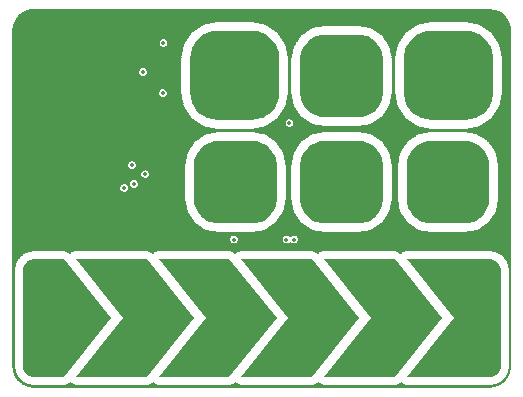
<source format=gbr>
G04 #@! TF.GenerationSoftware,KiCad,Pcbnew,5.0.0*
G04 #@! TF.CreationDate,2019-08-09T00:55:27-06:00*
G04 #@! TF.ProjectId,SX8634-Breakout,5358383633342D427265616B6F75742E,1*
G04 #@! TF.SameCoordinates,Original*
G04 #@! TF.FileFunction,Copper,L1,Top,Plane*
G04 #@! TF.FilePolarity,Positive*
%FSLAX46Y46*%
G04 Gerber Fmt 4.6, Leading zero omitted, Abs format (unit mm)*
G04 Created by KiCad (PCBNEW 5.0.0) date Fri Aug  9 00:55:27 2019*
%MOMM*%
%LPD*%
G01*
G04 APERTURE LIST*
G04 #@! TA.AperFunction,Conductor*
%ADD10C,1.000000*%
G04 #@! TD*
G04 #@! TA.AperFunction,Conductor*
%ADD11C,0.100000*%
G04 #@! TD*
G04 #@! TA.AperFunction,Conductor*
%ADD12C,7.000000*%
G04 #@! TD*
G04 #@! TA.AperFunction,Conductor*
%ADD13C,7.500000*%
G04 #@! TD*
G04 #@! TA.AperFunction,ViaPad*
%ADD14C,0.354000*%
G04 #@! TD*
G04 #@! TA.AperFunction,Conductor*
%ADD15C,0.200000*%
G04 #@! TD*
G04 #@! TA.AperFunction,Conductor*
%ADD16C,0.160000*%
G04 #@! TD*
%ADD17C,0.160000*%
G04 APERTURE END LIST*
D10*
G04 #@! TO.N,/cap11*
G04 #@! TO.C,J1*
X51863080Y-59407960D03*
D11*
G36*
X56863080Y-59407960D02*
X52863080Y-64407960D01*
X50363080Y-64407960D01*
X50361875Y-64406755D01*
X50314012Y-64406755D01*
X50216350Y-64397137D01*
X50120100Y-64377991D01*
X50026190Y-64349504D01*
X49935525Y-64311949D01*
X49848977Y-64265689D01*
X49767381Y-64211168D01*
X49691521Y-64148911D01*
X49622129Y-64079519D01*
X49559872Y-64003659D01*
X49505351Y-63922063D01*
X49459091Y-63835515D01*
X49421536Y-63744850D01*
X49393049Y-63650940D01*
X49373903Y-63554690D01*
X49364285Y-63457028D01*
X49364285Y-63409165D01*
X49363080Y-63407960D01*
X49363080Y-55407960D01*
X49364285Y-55406755D01*
X49364285Y-55358892D01*
X49373903Y-55261230D01*
X49393049Y-55164980D01*
X49421536Y-55071070D01*
X49459091Y-54980405D01*
X49505351Y-54893857D01*
X49559872Y-54812261D01*
X49622129Y-54736401D01*
X49691521Y-54667009D01*
X49767381Y-54604752D01*
X49848977Y-54550231D01*
X49935525Y-54503971D01*
X50026190Y-54466416D01*
X50120100Y-54437929D01*
X50216350Y-54418783D01*
X50314012Y-54409165D01*
X50361875Y-54409165D01*
X50363080Y-54407960D01*
X52863080Y-54407960D01*
X56863080Y-59407960D01*
X56863080Y-59407960D01*
G37*
D10*
G04 #@! TO.N,/cap10*
X58863080Y-59407960D03*
D11*
G36*
X63863080Y-59407960D02*
X59863080Y-64407960D01*
X53863080Y-64407960D01*
X57863080Y-59407960D01*
X53863080Y-54407960D01*
X59863080Y-54407960D01*
X63863080Y-59407960D01*
X63863080Y-59407960D01*
G37*
D10*
G04 #@! TO.N,/cap9*
X65863080Y-59407960D03*
D11*
G36*
X70863080Y-59407960D02*
X66863080Y-64407960D01*
X60863080Y-64407960D01*
X64863080Y-59407960D01*
X60863080Y-54407960D01*
X66863080Y-54407960D01*
X70863080Y-59407960D01*
X70863080Y-59407960D01*
G37*
D10*
G04 #@! TO.N,/cap8*
X72863080Y-59407960D03*
D11*
G36*
X77863080Y-59407960D02*
X73863080Y-64407960D01*
X67863080Y-64407960D01*
X71863080Y-59407960D01*
X67863080Y-54407960D01*
X73863080Y-54407960D01*
X77863080Y-59407960D01*
X77863080Y-59407960D01*
G37*
D10*
G04 #@! TO.N,/cap7*
X79863080Y-59407960D03*
D11*
G36*
X84863080Y-59407960D02*
X80863080Y-64407960D01*
X74863080Y-64407960D01*
X78863080Y-59407960D01*
X74863080Y-54407960D01*
X80863080Y-54407960D01*
X84863080Y-59407960D01*
X84863080Y-59407960D01*
G37*
G04 #@! TO.N,/cap1*
G36*
X77968916Y-35418072D02*
X78172770Y-35448311D01*
X78372678Y-35498385D01*
X78566715Y-35567813D01*
X78753013Y-35655925D01*
X78929777Y-35761874D01*
X79095306Y-35884638D01*
X79248004Y-36023036D01*
X79386402Y-36175734D01*
X79509166Y-36341263D01*
X79615115Y-36518027D01*
X79703227Y-36704325D01*
X79772655Y-36898362D01*
X79822729Y-37098270D01*
X79852968Y-37302124D01*
X79863080Y-37507960D01*
X79863080Y-40307960D01*
X79852968Y-40513796D01*
X79822729Y-40717650D01*
X79772655Y-40917558D01*
X79703227Y-41111595D01*
X79615115Y-41297893D01*
X79509166Y-41474657D01*
X79386402Y-41640186D01*
X79248004Y-41792884D01*
X79095306Y-41931282D01*
X78929777Y-42054046D01*
X78753013Y-42159995D01*
X78566715Y-42248107D01*
X78372678Y-42317535D01*
X78172770Y-42367609D01*
X77968916Y-42397848D01*
X77763080Y-42407960D01*
X74963080Y-42407960D01*
X74757244Y-42397848D01*
X74553390Y-42367609D01*
X74353482Y-42317535D01*
X74159445Y-42248107D01*
X73973147Y-42159995D01*
X73796383Y-42054046D01*
X73630854Y-41931282D01*
X73478156Y-41792884D01*
X73339758Y-41640186D01*
X73216994Y-41474657D01*
X73111045Y-41297893D01*
X73022933Y-41111595D01*
X72953505Y-40917558D01*
X72903431Y-40717650D01*
X72873192Y-40513796D01*
X72863080Y-40307960D01*
X72863080Y-37507960D01*
X72873192Y-37302124D01*
X72903431Y-37098270D01*
X72953505Y-36898362D01*
X73022933Y-36704325D01*
X73111045Y-36518027D01*
X73216994Y-36341263D01*
X73339758Y-36175734D01*
X73478156Y-36023036D01*
X73630854Y-35884638D01*
X73796383Y-35761874D01*
X73973147Y-35655925D01*
X74159445Y-35567813D01*
X74353482Y-35498385D01*
X74553390Y-35448311D01*
X74757244Y-35418072D01*
X74963080Y-35407960D01*
X77763080Y-35407960D01*
X77968916Y-35418072D01*
X77968916Y-35418072D01*
G37*
D12*
X76363080Y-38907960D03*
D11*
G04 #@! TO.N,/cap4*
G36*
X77968916Y-44418072D02*
X78172770Y-44448311D01*
X78372678Y-44498385D01*
X78566715Y-44567813D01*
X78753013Y-44655925D01*
X78929777Y-44761874D01*
X79095306Y-44884638D01*
X79248004Y-45023036D01*
X79386402Y-45175734D01*
X79509166Y-45341263D01*
X79615115Y-45518027D01*
X79703227Y-45704325D01*
X79772655Y-45898362D01*
X79822729Y-46098270D01*
X79852968Y-46302124D01*
X79863080Y-46507960D01*
X79863080Y-49307960D01*
X79852968Y-49513796D01*
X79822729Y-49717650D01*
X79772655Y-49917558D01*
X79703227Y-50111595D01*
X79615115Y-50297893D01*
X79509166Y-50474657D01*
X79386402Y-50640186D01*
X79248004Y-50792884D01*
X79095306Y-50931282D01*
X78929777Y-51054046D01*
X78753013Y-51159995D01*
X78566715Y-51248107D01*
X78372678Y-51317535D01*
X78172770Y-51367609D01*
X77968916Y-51397848D01*
X77763080Y-51407960D01*
X74963080Y-51407960D01*
X74757244Y-51397848D01*
X74553390Y-51367609D01*
X74353482Y-51317535D01*
X74159445Y-51248107D01*
X73973147Y-51159995D01*
X73796383Y-51054046D01*
X73630854Y-50931282D01*
X73478156Y-50792884D01*
X73339758Y-50640186D01*
X73216994Y-50474657D01*
X73111045Y-50297893D01*
X73022933Y-50111595D01*
X72953505Y-49917558D01*
X72903431Y-49717650D01*
X72873192Y-49513796D01*
X72863080Y-49307960D01*
X72863080Y-46507960D01*
X72873192Y-46302124D01*
X72903431Y-46098270D01*
X72953505Y-45898362D01*
X73022933Y-45704325D01*
X73111045Y-45518027D01*
X73216994Y-45341263D01*
X73339758Y-45175734D01*
X73478156Y-45023036D01*
X73630854Y-44884638D01*
X73796383Y-44761874D01*
X73973147Y-44655925D01*
X74159445Y-44567813D01*
X74353482Y-44498385D01*
X74553390Y-44448311D01*
X74757244Y-44418072D01*
X74963080Y-44407960D01*
X77763080Y-44407960D01*
X77968916Y-44418072D01*
X77968916Y-44418072D01*
G37*
D12*
X76363080Y-47907960D03*
D11*
G04 #@! TO.N,/cap5*
G36*
X68968916Y-44418072D02*
X69172770Y-44448311D01*
X69372678Y-44498385D01*
X69566715Y-44567813D01*
X69753013Y-44655925D01*
X69929777Y-44761874D01*
X70095306Y-44884638D01*
X70248004Y-45023036D01*
X70386402Y-45175734D01*
X70509166Y-45341263D01*
X70615115Y-45518027D01*
X70703227Y-45704325D01*
X70772655Y-45898362D01*
X70822729Y-46098270D01*
X70852968Y-46302124D01*
X70863080Y-46507960D01*
X70863080Y-49307960D01*
X70852968Y-49513796D01*
X70822729Y-49717650D01*
X70772655Y-49917558D01*
X70703227Y-50111595D01*
X70615115Y-50297893D01*
X70509166Y-50474657D01*
X70386402Y-50640186D01*
X70248004Y-50792884D01*
X70095306Y-50931282D01*
X69929777Y-51054046D01*
X69753013Y-51159995D01*
X69566715Y-51248107D01*
X69372678Y-51317535D01*
X69172770Y-51367609D01*
X68968916Y-51397848D01*
X68763080Y-51407960D01*
X65963080Y-51407960D01*
X65757244Y-51397848D01*
X65553390Y-51367609D01*
X65353482Y-51317535D01*
X65159445Y-51248107D01*
X64973147Y-51159995D01*
X64796383Y-51054046D01*
X64630854Y-50931282D01*
X64478156Y-50792884D01*
X64339758Y-50640186D01*
X64216994Y-50474657D01*
X64111045Y-50297893D01*
X64022933Y-50111595D01*
X63953505Y-49917558D01*
X63903431Y-49717650D01*
X63873192Y-49513796D01*
X63863080Y-49307960D01*
X63863080Y-46507960D01*
X63873192Y-46302124D01*
X63903431Y-46098270D01*
X63953505Y-45898362D01*
X64022933Y-45704325D01*
X64111045Y-45518027D01*
X64216994Y-45341263D01*
X64339758Y-45175734D01*
X64478156Y-45023036D01*
X64630854Y-44884638D01*
X64796383Y-44761874D01*
X64973147Y-44655925D01*
X65159445Y-44567813D01*
X65353482Y-44498385D01*
X65553390Y-44448311D01*
X65757244Y-44418072D01*
X65963080Y-44407960D01*
X68763080Y-44407960D01*
X68968916Y-44418072D01*
X68968916Y-44418072D01*
G37*
D12*
X67363080Y-47907960D03*
D11*
G04 #@! TO.N,/cap3*
G36*
X86968916Y-44418072D02*
X87172770Y-44448311D01*
X87372678Y-44498385D01*
X87566715Y-44567813D01*
X87753013Y-44655925D01*
X87929777Y-44761874D01*
X88095306Y-44884638D01*
X88248004Y-45023036D01*
X88386402Y-45175734D01*
X88509166Y-45341263D01*
X88615115Y-45518027D01*
X88703227Y-45704325D01*
X88772655Y-45898362D01*
X88822729Y-46098270D01*
X88852968Y-46302124D01*
X88863080Y-46507960D01*
X88863080Y-49307960D01*
X88852968Y-49513796D01*
X88822729Y-49717650D01*
X88772655Y-49917558D01*
X88703227Y-50111595D01*
X88615115Y-50297893D01*
X88509166Y-50474657D01*
X88386402Y-50640186D01*
X88248004Y-50792884D01*
X88095306Y-50931282D01*
X87929777Y-51054046D01*
X87753013Y-51159995D01*
X87566715Y-51248107D01*
X87372678Y-51317535D01*
X87172770Y-51367609D01*
X86968916Y-51397848D01*
X86763080Y-51407960D01*
X83963080Y-51407960D01*
X83757244Y-51397848D01*
X83553390Y-51367609D01*
X83353482Y-51317535D01*
X83159445Y-51248107D01*
X82973147Y-51159995D01*
X82796383Y-51054046D01*
X82630854Y-50931282D01*
X82478156Y-50792884D01*
X82339758Y-50640186D01*
X82216994Y-50474657D01*
X82111045Y-50297893D01*
X82022933Y-50111595D01*
X81953505Y-49917558D01*
X81903431Y-49717650D01*
X81873192Y-49513796D01*
X81863080Y-49307960D01*
X81863080Y-46507960D01*
X81873192Y-46302124D01*
X81903431Y-46098270D01*
X81953505Y-45898362D01*
X82022933Y-45704325D01*
X82111045Y-45518027D01*
X82216994Y-45341263D01*
X82339758Y-45175734D01*
X82478156Y-45023036D01*
X82630854Y-44884638D01*
X82796383Y-44761874D01*
X82973147Y-44655925D01*
X83159445Y-44567813D01*
X83353482Y-44498385D01*
X83553390Y-44448311D01*
X83757244Y-44418072D01*
X83963080Y-44407960D01*
X86763080Y-44407960D01*
X86968916Y-44418072D01*
X86968916Y-44418072D01*
G37*
D12*
X85363080Y-47907960D03*
D11*
G04 #@! TO.N,/cap2*
G36*
X87133619Y-35118794D02*
X87352033Y-35151193D01*
X87566221Y-35204844D01*
X87774118Y-35279231D01*
X87973723Y-35373637D01*
X88163113Y-35487153D01*
X88340465Y-35618686D01*
X88504070Y-35766970D01*
X88652354Y-35930575D01*
X88783887Y-36107927D01*
X88897403Y-36297317D01*
X88991809Y-36496922D01*
X89066196Y-36704819D01*
X89119847Y-36919007D01*
X89152246Y-37137421D01*
X89163080Y-37357960D01*
X89163080Y-40357960D01*
X89152246Y-40578499D01*
X89119847Y-40796913D01*
X89066196Y-41011101D01*
X88991809Y-41218998D01*
X88897403Y-41418603D01*
X88783887Y-41607993D01*
X88652354Y-41785345D01*
X88504070Y-41948950D01*
X88340465Y-42097234D01*
X88163113Y-42228767D01*
X87973723Y-42342283D01*
X87774118Y-42436689D01*
X87566221Y-42511076D01*
X87352033Y-42564727D01*
X87133619Y-42597126D01*
X86913080Y-42607960D01*
X83913080Y-42607960D01*
X83692541Y-42597126D01*
X83474127Y-42564727D01*
X83259939Y-42511076D01*
X83052042Y-42436689D01*
X82852437Y-42342283D01*
X82663047Y-42228767D01*
X82485695Y-42097234D01*
X82322090Y-41948950D01*
X82173806Y-41785345D01*
X82042273Y-41607993D01*
X81928757Y-41418603D01*
X81834351Y-41218998D01*
X81759964Y-41011101D01*
X81706313Y-40796913D01*
X81673914Y-40578499D01*
X81663080Y-40357960D01*
X81663080Y-37357960D01*
X81673914Y-37137421D01*
X81706313Y-36919007D01*
X81759964Y-36704819D01*
X81834351Y-36496922D01*
X81928757Y-36297317D01*
X82042273Y-36107927D01*
X82173806Y-35930575D01*
X82322090Y-35766970D01*
X82485695Y-35618686D01*
X82663047Y-35487153D01*
X82852437Y-35373637D01*
X83052042Y-35279231D01*
X83259939Y-35204844D01*
X83474127Y-35151193D01*
X83692541Y-35118794D01*
X83913080Y-35107960D01*
X86913080Y-35107960D01*
X87133619Y-35118794D01*
X87133619Y-35118794D01*
G37*
D13*
X85413080Y-38857960D03*
D11*
G04 #@! TO.N,/cap0*
G36*
X69033619Y-35118794D02*
X69252033Y-35151193D01*
X69466221Y-35204844D01*
X69674118Y-35279231D01*
X69873723Y-35373637D01*
X70063113Y-35487153D01*
X70240465Y-35618686D01*
X70404070Y-35766970D01*
X70552354Y-35930575D01*
X70683887Y-36107927D01*
X70797403Y-36297317D01*
X70891809Y-36496922D01*
X70966196Y-36704819D01*
X71019847Y-36919007D01*
X71052246Y-37137421D01*
X71063080Y-37357960D01*
X71063080Y-40357960D01*
X71052246Y-40578499D01*
X71019847Y-40796913D01*
X70966196Y-41011101D01*
X70891809Y-41218998D01*
X70797403Y-41418603D01*
X70683887Y-41607993D01*
X70552354Y-41785345D01*
X70404070Y-41948950D01*
X70240465Y-42097234D01*
X70063113Y-42228767D01*
X69873723Y-42342283D01*
X69674118Y-42436689D01*
X69466221Y-42511076D01*
X69252033Y-42564727D01*
X69033619Y-42597126D01*
X68813080Y-42607960D01*
X65813080Y-42607960D01*
X65592541Y-42597126D01*
X65374127Y-42564727D01*
X65159939Y-42511076D01*
X64952042Y-42436689D01*
X64752437Y-42342283D01*
X64563047Y-42228767D01*
X64385695Y-42097234D01*
X64222090Y-41948950D01*
X64073806Y-41785345D01*
X63942273Y-41607993D01*
X63828757Y-41418603D01*
X63734351Y-41218998D01*
X63659964Y-41011101D01*
X63606313Y-40796913D01*
X63573914Y-40578499D01*
X63563080Y-40357960D01*
X63563080Y-37357960D01*
X63573914Y-37137421D01*
X63606313Y-36919007D01*
X63659964Y-36704819D01*
X63734351Y-36496922D01*
X63828757Y-36297317D01*
X63942273Y-36107927D01*
X64073806Y-35930575D01*
X64222090Y-35766970D01*
X64385695Y-35618686D01*
X64563047Y-35487153D01*
X64752437Y-35373637D01*
X64952042Y-35279231D01*
X65159939Y-35204844D01*
X65374127Y-35151193D01*
X65592541Y-35118794D01*
X65813080Y-35107960D01*
X68813080Y-35107960D01*
X69033619Y-35118794D01*
X69033619Y-35118794D01*
G37*
D13*
X67313080Y-38857960D03*
D10*
G04 #@! TO.N,/cap6*
X86863080Y-59407960D03*
D11*
G36*
X88864285Y-54409165D02*
X88912148Y-54409165D01*
X89009810Y-54418783D01*
X89106060Y-54437929D01*
X89199970Y-54466416D01*
X89290635Y-54503971D01*
X89377183Y-54550231D01*
X89458779Y-54604752D01*
X89534639Y-54667009D01*
X89604031Y-54736401D01*
X89666288Y-54812261D01*
X89720809Y-54893857D01*
X89767069Y-54980405D01*
X89804624Y-55071070D01*
X89833111Y-55164980D01*
X89852257Y-55261230D01*
X89861875Y-55358892D01*
X89861875Y-55406755D01*
X89863080Y-55407960D01*
X89863080Y-63407960D01*
X89861875Y-63409165D01*
X89861875Y-63457028D01*
X89852257Y-63554690D01*
X89833111Y-63650940D01*
X89804624Y-63744850D01*
X89767069Y-63835515D01*
X89720809Y-63922063D01*
X89666288Y-64003659D01*
X89604031Y-64079519D01*
X89534639Y-64148911D01*
X89458779Y-64211168D01*
X89377183Y-64265689D01*
X89290635Y-64311949D01*
X89199970Y-64349504D01*
X89106060Y-64377991D01*
X89009810Y-64397137D01*
X88912148Y-64406755D01*
X88864285Y-64406755D01*
X88863080Y-64407960D01*
X81863080Y-64407960D01*
X85863080Y-59407960D01*
X81863080Y-54407960D01*
X88863080Y-54407960D01*
X88864285Y-54409165D01*
X88864285Y-54409165D01*
G37*
G04 #@! TD*
D14*
G04 #@! TO.N,/VCC*
X59563000Y-38608000D03*
X57962800Y-48412400D03*
X71945500Y-42926000D03*
G04 #@! TO.N,GND*
X60706000Y-40005000D03*
G04 #@! TO.N,/I2C_SDA*
X58623200Y-46482000D03*
X71691500Y-52768500D03*
G04 #@! TO.N,/I2C_SCL*
X58775600Y-48056800D03*
X67246500Y-52768500D03*
G04 #@! TO.N,/~Touch_Reset*
X61214000Y-40386000D03*
X61277500Y-36131500D03*
G04 #@! TO.N,/~Touch_IRQ*
X59740800Y-47244000D03*
X72326500Y-52768500D03*
G04 #@! TO.N,/cap3*
X85344000Y-47752000D03*
G04 #@! TO.N,/cap7*
X79858000Y-59220000D03*
G04 #@! TO.N,/cap8*
X72834500Y-59182000D03*
G04 #@! TO.N,/cap9*
X65858000Y-59220000D03*
G04 #@! TO.N,/cap10*
X58864500Y-59245500D03*
G04 #@! TO.N,/cap0*
X64262000Y-38100000D03*
G04 #@! TO.N,/cap5*
X68897500Y-45085000D03*
G04 #@! TO.N,/cap2*
X84582000Y-40132000D03*
G04 #@! TO.N,/cap4*
X76454000Y-47752000D03*
G04 #@! TO.N,/cap1*
X76454000Y-38862000D03*
G04 #@! TO.N,/cap6*
X86868000Y-59182000D03*
G04 #@! TO.N,/cap11*
X51879500Y-59182000D03*
G04 #@! TD*
D15*
G04 #@! TO.N,/cap3*
X85358000Y-47738000D02*
X85358000Y-47720000D01*
X85344000Y-47752000D02*
X85358000Y-47738000D01*
G04 #@! TO.N,/cap8*
X72858000Y-59205500D02*
X72858000Y-59220000D01*
X72834500Y-59182000D02*
X72858000Y-59205500D01*
G04 #@! TO.N,/cap10*
X58858000Y-59239000D02*
X58858000Y-59220000D01*
X58864500Y-59245500D02*
X58858000Y-59239000D01*
G04 #@! TO.N,/cap0*
X64882000Y-38720000D02*
X67358000Y-38720000D01*
X64262000Y-38100000D02*
X64882000Y-38720000D01*
G04 #@! TO.N,/cap5*
X67358000Y-46624500D02*
X67358000Y-47720000D01*
X68897500Y-45085000D02*
X67358000Y-46624500D01*
G04 #@! TO.N,/cap2*
X85358000Y-39356000D02*
X85358000Y-38720000D01*
X84582000Y-40132000D02*
X85358000Y-39356000D01*
G04 #@! TO.N,/cap4*
X76422000Y-47720000D02*
X76358000Y-47720000D01*
X76454000Y-47752000D02*
X76422000Y-47720000D01*
G04 #@! TO.N,/cap1*
X76358000Y-38766000D02*
X76358000Y-38720000D01*
X76454000Y-38862000D02*
X76358000Y-38766000D01*
G04 #@! TO.N,/cap6*
X86858000Y-59192000D02*
X86858000Y-59220000D01*
X86868000Y-59182000D02*
X86858000Y-59192000D01*
G04 #@! TO.N,/cap11*
X51858000Y-59203500D02*
X51858000Y-59220000D01*
X51879500Y-59182000D02*
X51858000Y-59203500D01*
G04 #@! TD*
D16*
G04 #@! TO.N,GND*
X50303691Y-33335000D02*
X88877556Y-33335000D01*
X49604123Y-33487000D02*
X89556733Y-33487000D01*
X49352933Y-33639000D02*
X89859063Y-33639000D01*
X49139165Y-33791000D02*
X90035468Y-33791000D01*
X49008193Y-33943000D02*
X90202854Y-33943000D01*
X48877222Y-34095000D02*
X90301375Y-34095000D01*
X48794412Y-34247000D02*
X90399897Y-34247000D01*
X48725302Y-34399000D02*
X65122828Y-34399000D01*
X69503333Y-34399000D02*
X83222828Y-34399000D01*
X87603333Y-34399000D02*
X90475430Y-34399000D01*
X48656192Y-34551000D02*
X64547959Y-34551000D01*
X70078202Y-34551000D02*
X82647959Y-34551000D01*
X88178202Y-34551000D02*
X90520887Y-34551000D01*
X48628195Y-34703000D02*
X64320475Y-34703000D01*
X70305686Y-34703000D02*
X74252718Y-34703000D01*
X78473443Y-34703000D02*
X82420475Y-34703000D01*
X88405686Y-34703000D02*
X90566345Y-34703000D01*
X48606427Y-34855000D02*
X64092991Y-34855000D01*
X70533170Y-34855000D02*
X73732286Y-34855000D01*
X78993875Y-34855000D02*
X82192991Y-34855000D01*
X88633170Y-34855000D02*
X90601491Y-34855000D01*
X48584658Y-35007000D02*
X63865507Y-35007000D01*
X70760654Y-35007000D02*
X73504802Y-35007000D01*
X79221359Y-35007000D02*
X81965507Y-35007000D01*
X88860654Y-35007000D02*
X90612787Y-35007000D01*
X48575000Y-35159000D02*
X63638023Y-35159000D01*
X70988138Y-35159000D02*
X73277319Y-35159000D01*
X79448842Y-35159000D02*
X81738023Y-35159000D01*
X89088138Y-35159000D02*
X90617001Y-35159000D01*
X48575000Y-35311000D02*
X63528528Y-35311000D01*
X71097633Y-35311000D02*
X73049835Y-35311000D01*
X79676326Y-35311000D02*
X81628528Y-35311000D01*
X89197633Y-35311000D02*
X90617001Y-35311000D01*
X48575000Y-35463000D02*
X63426965Y-35463000D01*
X71199196Y-35463000D02*
X72854129Y-35463000D01*
X79872032Y-35463000D02*
X81526965Y-35463000D01*
X89299196Y-35463000D02*
X90617001Y-35463000D01*
X48575000Y-35615000D02*
X63325402Y-35615000D01*
X71300759Y-35615000D02*
X72752566Y-35615000D01*
X79973595Y-35615000D02*
X81425402Y-35615000D01*
X89400759Y-35615000D02*
X90617001Y-35615000D01*
X48575000Y-35767000D02*
X61067806Y-35767000D01*
X61487195Y-35767000D02*
X63223839Y-35767000D01*
X71402322Y-35767000D02*
X72651003Y-35767000D01*
X80075158Y-35767000D02*
X81323839Y-35767000D01*
X89502322Y-35767000D02*
X90617001Y-35767000D01*
X48575000Y-35919000D02*
X60914163Y-35919000D01*
X61640838Y-35919000D02*
X63122276Y-35919000D01*
X71503885Y-35919000D02*
X72549439Y-35919000D01*
X80176722Y-35919000D02*
X81222276Y-35919000D01*
X89603885Y-35919000D02*
X90617001Y-35919000D01*
X48575000Y-36071000D02*
X60860500Y-36071000D01*
X61694500Y-36071000D02*
X63020713Y-36071000D01*
X71605448Y-36071000D02*
X72447876Y-36071000D01*
X80278285Y-36071000D02*
X81120713Y-36071000D01*
X89705448Y-36071000D02*
X90617001Y-36071000D01*
X48575000Y-36223000D02*
X60864042Y-36223000D01*
X61690957Y-36223000D02*
X62942578Y-36223000D01*
X71683583Y-36223000D02*
X72346313Y-36223000D01*
X80379848Y-36223000D02*
X81042578Y-36223000D01*
X89783583Y-36223000D02*
X90617001Y-36223000D01*
X48575000Y-36375000D02*
X60931272Y-36375000D01*
X61623728Y-36375000D02*
X62912344Y-36375000D01*
X71713817Y-36375000D02*
X72244750Y-36375000D01*
X80481411Y-36375000D02*
X81012344Y-36375000D01*
X89813817Y-36375000D02*
X90617001Y-36375000D01*
X48575000Y-36527000D02*
X61142647Y-36527000D01*
X61412352Y-36527000D02*
X62882109Y-36527000D01*
X71744052Y-36527000D02*
X72211946Y-36527000D01*
X80514215Y-36527000D02*
X80982109Y-36527000D01*
X89844052Y-36527000D02*
X90617001Y-36527000D01*
X48575000Y-36679000D02*
X62851874Y-36679000D01*
X71774287Y-36679000D02*
X72181711Y-36679000D01*
X80544450Y-36679000D02*
X80951874Y-36679000D01*
X89874287Y-36679000D02*
X90617001Y-36679000D01*
X48575000Y-36831000D02*
X62821640Y-36831000D01*
X71804521Y-36831000D02*
X72151476Y-36831000D01*
X80574685Y-36831000D02*
X80921640Y-36831000D01*
X89904521Y-36831000D02*
X90617001Y-36831000D01*
X48575000Y-36983000D02*
X62791405Y-36983000D01*
X71834756Y-36983000D02*
X72121242Y-36983000D01*
X80604920Y-36983000D02*
X80891405Y-36983000D01*
X89934756Y-36983000D02*
X90617001Y-36983000D01*
X48575000Y-37135000D02*
X62761170Y-37135000D01*
X71864991Y-37135000D02*
X72091007Y-37135000D01*
X80635155Y-37135000D02*
X80861170Y-37135000D01*
X89964991Y-37135000D02*
X90617001Y-37135000D01*
X48575000Y-37287000D02*
X62730935Y-37287000D01*
X71895226Y-37287000D02*
X72060772Y-37287000D01*
X80665390Y-37287000D02*
X80830935Y-37287000D01*
X89995226Y-37287000D02*
X90617001Y-37287000D01*
X48575000Y-37439000D02*
X62716820Y-37439000D01*
X71909340Y-37439000D02*
X72030538Y-37439000D01*
X80695624Y-37439000D02*
X80816820Y-37439000D01*
X90009340Y-37439000D02*
X90617001Y-37439000D01*
X48575000Y-37591000D02*
X62716820Y-37591000D01*
X71909340Y-37591000D02*
X72016820Y-37591000D01*
X80709340Y-37591000D02*
X80816820Y-37591000D01*
X90009340Y-37591000D02*
X90617001Y-37591000D01*
X48575000Y-37743000D02*
X62716820Y-37743000D01*
X71909340Y-37743000D02*
X72016820Y-37743000D01*
X80709340Y-37743000D02*
X80816820Y-37743000D01*
X90009340Y-37743000D02*
X90617001Y-37743000D01*
X48575000Y-37895000D02*
X62716820Y-37895000D01*
X71909340Y-37895000D02*
X72016820Y-37895000D01*
X80709340Y-37895000D02*
X80816820Y-37895000D01*
X90009340Y-37895000D02*
X90617001Y-37895000D01*
X48575000Y-38047000D02*
X62716820Y-38047000D01*
X71909340Y-38047000D02*
X72016820Y-38047000D01*
X80709340Y-38047000D02*
X80816820Y-38047000D01*
X90009340Y-38047000D02*
X90617001Y-38047000D01*
X48575000Y-38199000D02*
X59460740Y-38199000D01*
X59665261Y-38199000D02*
X62716820Y-38199000D01*
X71909340Y-38199000D02*
X72016820Y-38199000D01*
X80709340Y-38199000D02*
X80816820Y-38199000D01*
X90009340Y-38199000D02*
X90617001Y-38199000D01*
X48575000Y-38351000D02*
X59230272Y-38351000D01*
X59895728Y-38351000D02*
X62716820Y-38351000D01*
X71909340Y-38351000D02*
X72016820Y-38351000D01*
X80709340Y-38351000D02*
X80816820Y-38351000D01*
X90009340Y-38351000D02*
X90617001Y-38351000D01*
X48575000Y-38503000D02*
X59155135Y-38503000D01*
X59970866Y-38503000D02*
X62716820Y-38503000D01*
X71909340Y-38503000D02*
X72016820Y-38503000D01*
X80709340Y-38503000D02*
X80816820Y-38503000D01*
X90009340Y-38503000D02*
X90617001Y-38503000D01*
X48575000Y-38655000D02*
X59146000Y-38655000D01*
X59980000Y-38655000D02*
X62716820Y-38655000D01*
X71909340Y-38655000D02*
X72016820Y-38655000D01*
X80709340Y-38655000D02*
X80816820Y-38655000D01*
X90009340Y-38655000D02*
X90617001Y-38655000D01*
X48575000Y-38807000D02*
X59194070Y-38807000D01*
X59931929Y-38807000D02*
X62716820Y-38807000D01*
X71909340Y-38807000D02*
X72016820Y-38807000D01*
X80709340Y-38807000D02*
X80816820Y-38807000D01*
X90009340Y-38807000D02*
X90617001Y-38807000D01*
X48575000Y-38959000D02*
X59324272Y-38959000D01*
X59801728Y-38959000D02*
X62716820Y-38959000D01*
X71909340Y-38959000D02*
X72016820Y-38959000D01*
X80709340Y-38959000D02*
X80816820Y-38959000D01*
X90009340Y-38959000D02*
X90617001Y-38959000D01*
X48575000Y-39111000D02*
X62716820Y-39111000D01*
X71909340Y-39111000D02*
X72016820Y-39111000D01*
X80709340Y-39111000D02*
X80816820Y-39111000D01*
X90009340Y-39111000D02*
X90617001Y-39111000D01*
X48575000Y-39263000D02*
X62716820Y-39263000D01*
X71909340Y-39263000D02*
X72016820Y-39263000D01*
X80709340Y-39263000D02*
X80816820Y-39263000D01*
X90009340Y-39263000D02*
X90617001Y-39263000D01*
X48575000Y-39415000D02*
X62716820Y-39415000D01*
X71909340Y-39415000D02*
X72016820Y-39415000D01*
X80709340Y-39415000D02*
X80816820Y-39415000D01*
X90009340Y-39415000D02*
X90617001Y-39415000D01*
X48575000Y-39567000D02*
X62716820Y-39567000D01*
X71909340Y-39567000D02*
X72016820Y-39567000D01*
X80709340Y-39567000D02*
X80816820Y-39567000D01*
X90009340Y-39567000D02*
X90617001Y-39567000D01*
X48575000Y-39719000D02*
X62716820Y-39719000D01*
X71909340Y-39719000D02*
X72016820Y-39719000D01*
X80709340Y-39719000D02*
X80816820Y-39719000D01*
X90009340Y-39719000D02*
X90617001Y-39719000D01*
X48575000Y-39871000D02*
X62716820Y-39871000D01*
X71909340Y-39871000D02*
X72016820Y-39871000D01*
X80709340Y-39871000D02*
X80816820Y-39871000D01*
X90009340Y-39871000D02*
X90617001Y-39871000D01*
X48575000Y-40023000D02*
X61000685Y-40023000D01*
X61427316Y-40023000D02*
X62716820Y-40023000D01*
X71909340Y-40023000D02*
X72016820Y-40023000D01*
X80709340Y-40023000D02*
X80816820Y-40023000D01*
X90009340Y-40023000D02*
X90617001Y-40023000D01*
X48575000Y-40175000D02*
X60850041Y-40175000D01*
X61577960Y-40175000D02*
X62716820Y-40175000D01*
X71909340Y-40175000D02*
X72016820Y-40175000D01*
X80709340Y-40175000D02*
X80816820Y-40175000D01*
X90009340Y-40175000D02*
X90617001Y-40175000D01*
X48575000Y-40327000D02*
X60797000Y-40327000D01*
X61631000Y-40327000D02*
X62716820Y-40327000D01*
X71909340Y-40327000D02*
X72020607Y-40327000D01*
X80705552Y-40327000D02*
X80816820Y-40327000D01*
X90009340Y-40327000D02*
X90617001Y-40327000D01*
X48575000Y-40479000D02*
X60801164Y-40479000D01*
X61626835Y-40479000D02*
X62740896Y-40479000D01*
X71885263Y-40479000D02*
X72050842Y-40479000D01*
X80675317Y-40479000D02*
X80840896Y-40479000D01*
X89985263Y-40479000D02*
X90617001Y-40479000D01*
X48575000Y-40631000D02*
X60869272Y-40631000D01*
X61558728Y-40631000D02*
X62771131Y-40631000D01*
X71855028Y-40631000D02*
X72081076Y-40631000D01*
X80645083Y-40631000D02*
X80871131Y-40631000D01*
X89955028Y-40631000D02*
X90617001Y-40631000D01*
X48575000Y-40783000D02*
X61082768Y-40783000D01*
X61345231Y-40783000D02*
X62801365Y-40783000D01*
X71824794Y-40783000D02*
X72111311Y-40783000D01*
X80614848Y-40783000D02*
X80901365Y-40783000D01*
X89924794Y-40783000D02*
X90617001Y-40783000D01*
X48575000Y-40935000D02*
X62831600Y-40935000D01*
X71794559Y-40935000D02*
X72141546Y-40935000D01*
X80584613Y-40935000D02*
X80931600Y-40935000D01*
X89894559Y-40935000D02*
X90617001Y-40935000D01*
X48575000Y-41087000D02*
X62861835Y-41087000D01*
X71764324Y-41087000D02*
X72171780Y-41087000D01*
X80554379Y-41087000D02*
X80961835Y-41087000D01*
X89864324Y-41087000D02*
X90617001Y-41087000D01*
X48575000Y-41239000D02*
X62892069Y-41239000D01*
X71734090Y-41239000D02*
X72202015Y-41239000D01*
X80524144Y-41239000D02*
X80992069Y-41239000D01*
X89834090Y-41239000D02*
X90617001Y-41239000D01*
X48575000Y-41391000D02*
X62922304Y-41391000D01*
X71703855Y-41391000D02*
X72232250Y-41391000D01*
X80493909Y-41391000D02*
X81022304Y-41391000D01*
X89803855Y-41391000D02*
X90617001Y-41391000D01*
X48575000Y-41543000D02*
X62952611Y-41543000D01*
X71673548Y-41543000D02*
X72312957Y-41543000D01*
X80413202Y-41543000D02*
X81052611Y-41543000D01*
X89773548Y-41543000D02*
X90617001Y-41543000D01*
X48575000Y-41695000D02*
X63054174Y-41695000D01*
X71571985Y-41695000D02*
X72414520Y-41695000D01*
X80311639Y-41695000D02*
X81154174Y-41695000D01*
X89671985Y-41695000D02*
X90617001Y-41695000D01*
X48575000Y-41847000D02*
X63155737Y-41847000D01*
X71470422Y-41847000D02*
X72516083Y-41847000D01*
X80210076Y-41847000D02*
X81255737Y-41847000D01*
X89570422Y-41847000D02*
X90617001Y-41847000D01*
X48575000Y-41999000D02*
X63257300Y-41999000D01*
X71368859Y-41999000D02*
X72617646Y-41999000D01*
X80108513Y-41999000D02*
X81357300Y-41999000D01*
X89468859Y-41999000D02*
X90617001Y-41999000D01*
X48575000Y-42151000D02*
X63358863Y-42151000D01*
X71267296Y-42151000D02*
X72719209Y-42151000D01*
X80006950Y-42151000D02*
X81458863Y-42151000D01*
X89367296Y-42151000D02*
X90617001Y-42151000D01*
X48575000Y-42303000D02*
X63460427Y-42303000D01*
X71165732Y-42303000D02*
X72820773Y-42303000D01*
X79905386Y-42303000D02*
X81560427Y-42303000D01*
X89265732Y-42303000D02*
X90617001Y-42303000D01*
X48575000Y-42455000D02*
X63561990Y-42455000D01*
X71064169Y-42455000D02*
X72975123Y-42455000D01*
X79751036Y-42455000D02*
X81661990Y-42455000D01*
X89164169Y-42455000D02*
X90617001Y-42455000D01*
X48575000Y-42607000D02*
X63712972Y-42607000D01*
X70913187Y-42607000D02*
X71674772Y-42607000D01*
X72216228Y-42607000D02*
X73202607Y-42607000D01*
X79523552Y-42607000D02*
X81812972Y-42607000D01*
X89013187Y-42607000D02*
X90617001Y-42607000D01*
X48575000Y-42759000D02*
X63940456Y-42759000D01*
X70685703Y-42759000D02*
X71563316Y-42759000D01*
X72327685Y-42759000D02*
X73430091Y-42759000D01*
X79296068Y-42759000D02*
X82040456Y-42759000D01*
X88785703Y-42759000D02*
X90617001Y-42759000D01*
X48575000Y-42911000D02*
X64167940Y-42911000D01*
X70458219Y-42911000D02*
X71528500Y-42911000D01*
X72362500Y-42911000D02*
X73657575Y-42911000D01*
X79068584Y-42911000D02*
X82267940Y-42911000D01*
X88558219Y-42911000D02*
X90617001Y-42911000D01*
X48575000Y-43063000D02*
X64395424Y-43063000D01*
X70230735Y-43063000D02*
X71550889Y-43063000D01*
X72340110Y-43063000D02*
X74001753Y-43063000D01*
X78724406Y-43063000D02*
X82495424Y-43063000D01*
X88330735Y-43063000D02*
X90617001Y-43063000D01*
X48575000Y-43215000D02*
X64622908Y-43215000D01*
X70003251Y-43215000D02*
X71644772Y-43215000D01*
X72246228Y-43215000D02*
X74765907Y-43215000D01*
X77960252Y-43215000D02*
X82722908Y-43215000D01*
X88103251Y-43215000D02*
X90617001Y-43215000D01*
X48575000Y-43367000D02*
X65374596Y-43367000D01*
X69251563Y-43367000D02*
X83474596Y-43367000D01*
X87351563Y-43367000D02*
X90617001Y-43367000D01*
X48575000Y-43519000D02*
X90617001Y-43519000D01*
X48575000Y-43671000D02*
X65413593Y-43671000D01*
X69312568Y-43671000D02*
X74413593Y-43671000D01*
X78312568Y-43671000D02*
X83413593Y-43671000D01*
X87312568Y-43671000D02*
X90617001Y-43671000D01*
X48575000Y-43823000D02*
X64780178Y-43823000D01*
X69945983Y-43823000D02*
X73780178Y-43823000D01*
X78945983Y-43823000D02*
X82780178Y-43823000D01*
X87945983Y-43823000D02*
X90617001Y-43823000D01*
X48575000Y-43975000D02*
X64552694Y-43975000D01*
X70173467Y-43975000D02*
X73552694Y-43975000D01*
X79173467Y-43975000D02*
X82552694Y-43975000D01*
X88173467Y-43975000D02*
X90617001Y-43975000D01*
X48575000Y-44127000D02*
X64325210Y-44127000D01*
X70400951Y-44127000D02*
X73325210Y-44127000D01*
X79400951Y-44127000D02*
X82325210Y-44127000D01*
X88400951Y-44127000D02*
X90617001Y-44127000D01*
X48575000Y-44279000D02*
X64097726Y-44279000D01*
X70628435Y-44279000D02*
X73097726Y-44279000D01*
X79628435Y-44279000D02*
X82097726Y-44279000D01*
X88628435Y-44279000D02*
X90617001Y-44279000D01*
X48575000Y-44431000D02*
X63875511Y-44431000D01*
X70850650Y-44431000D02*
X72875511Y-44431000D01*
X79850650Y-44431000D02*
X81875511Y-44431000D01*
X88850650Y-44431000D02*
X90617001Y-44431000D01*
X48575000Y-44583000D02*
X63773948Y-44583000D01*
X70952213Y-44583000D02*
X72773948Y-44583000D01*
X79952213Y-44583000D02*
X81773948Y-44583000D01*
X88952213Y-44583000D02*
X90617001Y-44583000D01*
X48575000Y-44735000D02*
X63672384Y-44735000D01*
X71053777Y-44735000D02*
X72672384Y-44735000D01*
X80053777Y-44735000D02*
X81672384Y-44735000D01*
X89053777Y-44735000D02*
X90617001Y-44735000D01*
X48575000Y-44887000D02*
X63570821Y-44887000D01*
X71155340Y-44887000D02*
X72570821Y-44887000D01*
X80155340Y-44887000D02*
X81570821Y-44887000D01*
X89155340Y-44887000D02*
X90617001Y-44887000D01*
X48575000Y-45039000D02*
X63469258Y-45039000D01*
X71256903Y-45039000D02*
X72469258Y-45039000D01*
X80256903Y-45039000D02*
X81469258Y-45039000D01*
X89256903Y-45039000D02*
X90617001Y-45039000D01*
X48575000Y-45191000D02*
X63367695Y-45191000D01*
X71358466Y-45191000D02*
X72367695Y-45191000D01*
X80358466Y-45191000D02*
X81367695Y-45191000D01*
X89358466Y-45191000D02*
X90617001Y-45191000D01*
X48575000Y-45343000D02*
X63266132Y-45343000D01*
X71460029Y-45343000D02*
X72266132Y-45343000D01*
X80460029Y-45343000D02*
X81266132Y-45343000D01*
X89460029Y-45343000D02*
X90617001Y-45343000D01*
X48575000Y-45495000D02*
X63218311Y-45495000D01*
X71507850Y-45495000D02*
X72218311Y-45495000D01*
X80507850Y-45495000D02*
X81218311Y-45495000D01*
X89507850Y-45495000D02*
X90617001Y-45495000D01*
X48575000Y-45647000D02*
X63188076Y-45647000D01*
X71538085Y-45647000D02*
X72188076Y-45647000D01*
X80538085Y-45647000D02*
X81188076Y-45647000D01*
X89538085Y-45647000D02*
X90617001Y-45647000D01*
X48575000Y-45799000D02*
X63157842Y-45799000D01*
X71568319Y-45799000D02*
X72157842Y-45799000D01*
X80568319Y-45799000D02*
X81157842Y-45799000D01*
X89568319Y-45799000D02*
X90617001Y-45799000D01*
X48575000Y-45951000D02*
X63127607Y-45951000D01*
X71598554Y-45951000D02*
X72127607Y-45951000D01*
X80598554Y-45951000D02*
X81127607Y-45951000D01*
X89598554Y-45951000D02*
X90617001Y-45951000D01*
X48575000Y-46103000D02*
X58448513Y-46103000D01*
X58797888Y-46103000D02*
X63097372Y-46103000D01*
X71628789Y-46103000D02*
X72097372Y-46103000D01*
X80628789Y-46103000D02*
X81097372Y-46103000D01*
X89628789Y-46103000D02*
X90617001Y-46103000D01*
X48575000Y-46255000D02*
X58265869Y-46255000D01*
X58980532Y-46255000D02*
X63067137Y-46255000D01*
X71659024Y-46255000D02*
X72067137Y-46255000D01*
X80659024Y-46255000D02*
X81067137Y-46255000D01*
X89659024Y-46255000D02*
X90617001Y-46255000D01*
X48575000Y-46407000D02*
X58206200Y-46407000D01*
X59040200Y-46407000D02*
X63036903Y-46407000D01*
X71689258Y-46407000D02*
X72036903Y-46407000D01*
X80689258Y-46407000D02*
X81036903Y-46407000D01*
X89689258Y-46407000D02*
X90617001Y-46407000D01*
X48575000Y-46559000D02*
X58206200Y-46559000D01*
X59040200Y-46559000D02*
X63016820Y-46559000D01*
X71709340Y-46559000D02*
X72016820Y-46559000D01*
X80709340Y-46559000D02*
X81016820Y-46559000D01*
X89709340Y-46559000D02*
X90617001Y-46559000D01*
X48575000Y-46711000D02*
X58266696Y-46711000D01*
X58979703Y-46711000D02*
X63016820Y-46711000D01*
X71709340Y-46711000D02*
X72016820Y-46711000D01*
X80709340Y-46711000D02*
X81016820Y-46711000D01*
X89709340Y-46711000D02*
X90617001Y-46711000D01*
X48575000Y-46863000D02*
X58453340Y-46863000D01*
X58793059Y-46863000D02*
X59570941Y-46863000D01*
X59910660Y-46863000D02*
X63016820Y-46863000D01*
X71709340Y-46863000D02*
X72016820Y-46863000D01*
X80709340Y-46863000D02*
X81016820Y-46863000D01*
X89709340Y-46863000D02*
X90617001Y-46863000D01*
X48575000Y-47015000D02*
X59384297Y-47015000D01*
X60097304Y-47015000D02*
X63016820Y-47015000D01*
X71709340Y-47015000D02*
X72016820Y-47015000D01*
X80709340Y-47015000D02*
X81016820Y-47015000D01*
X89709340Y-47015000D02*
X90617001Y-47015000D01*
X48575000Y-47167000D02*
X59323800Y-47167000D01*
X60157800Y-47167000D02*
X63016820Y-47167000D01*
X71709340Y-47167000D02*
X72016820Y-47167000D01*
X80709340Y-47167000D02*
X81016820Y-47167000D01*
X89709340Y-47167000D02*
X90617001Y-47167000D01*
X48575000Y-47319000D02*
X59323800Y-47319000D01*
X60157800Y-47319000D02*
X63016820Y-47319000D01*
X71709340Y-47319000D02*
X72016820Y-47319000D01*
X80709340Y-47319000D02*
X81016820Y-47319000D01*
X89709340Y-47319000D02*
X90617001Y-47319000D01*
X48575000Y-47471000D02*
X59383468Y-47471000D01*
X60098131Y-47471000D02*
X63016820Y-47471000D01*
X71709340Y-47471000D02*
X72016820Y-47471000D01*
X80709340Y-47471000D02*
X81016820Y-47471000D01*
X89709340Y-47471000D02*
X90617001Y-47471000D01*
X48575000Y-47623000D02*
X59566112Y-47623000D01*
X59915487Y-47623000D02*
X63016820Y-47623000D01*
X71709340Y-47623000D02*
X72016820Y-47623000D01*
X80709340Y-47623000D02*
X81016820Y-47623000D01*
X89709340Y-47623000D02*
X90617001Y-47623000D01*
X48575000Y-47775000D02*
X58467672Y-47775000D01*
X59083528Y-47775000D02*
X63016820Y-47775000D01*
X71709340Y-47775000D02*
X72016820Y-47775000D01*
X80709340Y-47775000D02*
X81016820Y-47775000D01*
X89709340Y-47775000D02*
X90617001Y-47775000D01*
X48575000Y-47927000D02*
X58378008Y-47927000D01*
X59173193Y-47927000D02*
X63016820Y-47927000D01*
X71709340Y-47927000D02*
X72016820Y-47927000D01*
X80709340Y-47927000D02*
X81016820Y-47927000D01*
X89709340Y-47927000D02*
X90617001Y-47927000D01*
X48575000Y-48079000D02*
X57706472Y-48079000D01*
X58219128Y-48079000D02*
X58358600Y-48079000D01*
X59192600Y-48079000D02*
X63016820Y-48079000D01*
X71709340Y-48079000D02*
X72016820Y-48079000D01*
X80709340Y-48079000D02*
X81016820Y-48079000D01*
X89709340Y-48079000D02*
X90617001Y-48079000D01*
X48575000Y-48231000D02*
X57586581Y-48231000D01*
X58339020Y-48231000D02*
X58396397Y-48231000D01*
X59154802Y-48231000D02*
X63016820Y-48231000D01*
X71709340Y-48231000D02*
X72016820Y-48231000D01*
X80709340Y-48231000D02*
X81016820Y-48231000D01*
X89709340Y-48231000D02*
X90617001Y-48231000D01*
X48575000Y-48383000D02*
X57545800Y-48383000D01*
X58379800Y-48383000D02*
X58512072Y-48383000D01*
X59039128Y-48383000D02*
X63016820Y-48383000D01*
X71709340Y-48383000D02*
X72016820Y-48383000D01*
X80709340Y-48383000D02*
X81016820Y-48383000D01*
X89709340Y-48383000D02*
X90617001Y-48383000D01*
X48575000Y-48535000D02*
X57562224Y-48535000D01*
X58363375Y-48535000D02*
X63016820Y-48535000D01*
X71709340Y-48535000D02*
X72016820Y-48535000D01*
X80709340Y-48535000D02*
X81016820Y-48535000D01*
X89709340Y-48535000D02*
X90617001Y-48535000D01*
X48575000Y-48687000D02*
X57647672Y-48687000D01*
X58277928Y-48687000D02*
X63016820Y-48687000D01*
X71709340Y-48687000D02*
X72016820Y-48687000D01*
X80709340Y-48687000D02*
X81016820Y-48687000D01*
X89709340Y-48687000D02*
X90617001Y-48687000D01*
X48575000Y-48839000D02*
X63016820Y-48839000D01*
X71709340Y-48839000D02*
X72016820Y-48839000D01*
X80709340Y-48839000D02*
X81016820Y-48839000D01*
X89709340Y-48839000D02*
X90617001Y-48839000D01*
X48575000Y-48991000D02*
X63016820Y-48991000D01*
X71709340Y-48991000D02*
X72016820Y-48991000D01*
X80709340Y-48991000D02*
X81016820Y-48991000D01*
X89709340Y-48991000D02*
X90617001Y-48991000D01*
X48575000Y-49143000D02*
X63016820Y-49143000D01*
X71709340Y-49143000D02*
X72016820Y-49143000D01*
X80709340Y-49143000D02*
X81016820Y-49143000D01*
X89709340Y-49143000D02*
X90617001Y-49143000D01*
X48575000Y-49295000D02*
X63016820Y-49295000D01*
X71709340Y-49295000D02*
X72016820Y-49295000D01*
X80709340Y-49295000D02*
X81016820Y-49295000D01*
X89709340Y-49295000D02*
X90617001Y-49295000D01*
X48575000Y-49447000D02*
X63044476Y-49447000D01*
X71681683Y-49447000D02*
X72044476Y-49447000D01*
X80681683Y-49447000D02*
X81044476Y-49447000D01*
X89681683Y-49447000D02*
X90617001Y-49447000D01*
X48575000Y-49599000D02*
X63074711Y-49599000D01*
X71651448Y-49599000D02*
X72074711Y-49599000D01*
X80651448Y-49599000D02*
X81074711Y-49599000D01*
X89651448Y-49599000D02*
X90617001Y-49599000D01*
X48575000Y-49751000D02*
X63104946Y-49751000D01*
X71621213Y-49751000D02*
X72104946Y-49751000D01*
X80621213Y-49751000D02*
X81104946Y-49751000D01*
X89621213Y-49751000D02*
X90617001Y-49751000D01*
X48575000Y-49903000D02*
X63135180Y-49903000D01*
X71590979Y-49903000D02*
X72135180Y-49903000D01*
X80590979Y-49903000D02*
X81135180Y-49903000D01*
X89590979Y-49903000D02*
X90617001Y-49903000D01*
X48575000Y-50055000D02*
X63165415Y-50055000D01*
X71560744Y-50055000D02*
X72165415Y-50055000D01*
X80560744Y-50055000D02*
X81165415Y-50055000D01*
X89560744Y-50055000D02*
X90617001Y-50055000D01*
X48575000Y-50207000D02*
X63195650Y-50207000D01*
X71530509Y-50207000D02*
X72195650Y-50207000D01*
X80530509Y-50207000D02*
X81195650Y-50207000D01*
X89530509Y-50207000D02*
X90617001Y-50207000D01*
X48575000Y-50359000D02*
X63225885Y-50359000D01*
X71500274Y-50359000D02*
X72225885Y-50359000D01*
X80500274Y-50359000D02*
X81225885Y-50359000D01*
X89500274Y-50359000D02*
X90617001Y-50359000D01*
X48575000Y-50511000D02*
X63291575Y-50511000D01*
X71434584Y-50511000D02*
X72291575Y-50511000D01*
X80434584Y-50511000D02*
X81291575Y-50511000D01*
X89434584Y-50511000D02*
X90617001Y-50511000D01*
X48575000Y-50663000D02*
X63393138Y-50663000D01*
X71333021Y-50663000D02*
X72393138Y-50663000D01*
X80333021Y-50663000D02*
X81393138Y-50663000D01*
X89333021Y-50663000D02*
X90617001Y-50663000D01*
X48575000Y-50815000D02*
X63494701Y-50815000D01*
X71231458Y-50815000D02*
X72494701Y-50815000D01*
X80231458Y-50815000D02*
X81494701Y-50815000D01*
X89231458Y-50815000D02*
X90617001Y-50815000D01*
X48575000Y-50967000D02*
X63596264Y-50967000D01*
X71129895Y-50967000D02*
X72596264Y-50967000D01*
X80129895Y-50967000D02*
X81596264Y-50967000D01*
X89129895Y-50967000D02*
X90617001Y-50967000D01*
X48575000Y-51119000D02*
X63697828Y-51119000D01*
X71028331Y-51119000D02*
X72697828Y-51119000D01*
X80028331Y-51119000D02*
X81697828Y-51119000D01*
X89028331Y-51119000D02*
X90617001Y-51119000D01*
X48575000Y-51271000D02*
X63799391Y-51271000D01*
X70926768Y-51271000D02*
X72799391Y-51271000D01*
X79926768Y-51271000D02*
X81799391Y-51271000D01*
X88926768Y-51271000D02*
X90617001Y-51271000D01*
X48575000Y-51423000D02*
X63927232Y-51423000D01*
X70798927Y-51423000D02*
X72927232Y-51423000D01*
X79798927Y-51423000D02*
X81927232Y-51423000D01*
X88798927Y-51423000D02*
X90617001Y-51423000D01*
X48575000Y-51575000D02*
X64154716Y-51575000D01*
X70571443Y-51575000D02*
X73154716Y-51575000D01*
X79571443Y-51575000D02*
X82154716Y-51575000D01*
X88571443Y-51575000D02*
X90617001Y-51575000D01*
X48575000Y-51727000D02*
X64382200Y-51727000D01*
X70343959Y-51727000D02*
X73382200Y-51727000D01*
X79343959Y-51727000D02*
X82382200Y-51727000D01*
X88343959Y-51727000D02*
X90617001Y-51727000D01*
X48575000Y-51879000D02*
X64609684Y-51879000D01*
X70116475Y-51879000D02*
X73609684Y-51879000D01*
X79116475Y-51879000D02*
X82609684Y-51879000D01*
X88116475Y-51879000D02*
X90617001Y-51879000D01*
X48575000Y-52031000D02*
X64840878Y-52031000D01*
X69885281Y-52031000D02*
X73840878Y-52031000D01*
X78885281Y-52031000D02*
X82840878Y-52031000D01*
X87885281Y-52031000D02*
X90617001Y-52031000D01*
X48575000Y-52183000D02*
X65605033Y-52183000D01*
X69121126Y-52183000D02*
X74605033Y-52183000D01*
X78121126Y-52183000D02*
X83605033Y-52183000D01*
X87121126Y-52183000D02*
X90617001Y-52183000D01*
X48575000Y-52335000D02*
X90617001Y-52335000D01*
X48575000Y-52487000D02*
X66938272Y-52487000D01*
X67554728Y-52487000D02*
X71383272Y-52487000D01*
X71999728Y-52487000D02*
X72018272Y-52487000D01*
X72634728Y-52487000D02*
X90617001Y-52487000D01*
X48575000Y-52639000D02*
X66848783Y-52639000D01*
X67644218Y-52639000D02*
X71293783Y-52639000D01*
X72724218Y-52639000D02*
X90617001Y-52639000D01*
X48575000Y-52791000D02*
X66829500Y-52791000D01*
X67663500Y-52791000D02*
X71274500Y-52791000D01*
X72743500Y-52791000D02*
X90617001Y-52791000D01*
X48575000Y-52943000D02*
X66867422Y-52943000D01*
X67625577Y-52943000D02*
X71312422Y-52943000D01*
X72705577Y-52943000D02*
X90617001Y-52943000D01*
X48575000Y-53095000D02*
X66983272Y-53095000D01*
X67509728Y-53095000D02*
X71428272Y-53095000D01*
X71954728Y-53095000D02*
X72063272Y-53095000D01*
X72589728Y-53095000D02*
X90617001Y-53095000D01*
X48575000Y-53247000D02*
X90617001Y-53247000D01*
X48575000Y-53399000D02*
X90617001Y-53399000D01*
X48575000Y-53551000D02*
X90617001Y-53551000D01*
X48575000Y-53703000D02*
X50018179Y-53703000D01*
X53060865Y-53703000D02*
X53636772Y-53703000D01*
X60060865Y-53703000D02*
X60636772Y-53703000D01*
X67060865Y-53703000D02*
X67636772Y-53703000D01*
X74060865Y-53703000D02*
X74636772Y-53703000D01*
X81060865Y-53703000D02*
X81636772Y-53703000D01*
X89207982Y-53703000D02*
X90617001Y-53703000D01*
X48575000Y-53855000D02*
X49575784Y-53855000D01*
X53327165Y-53855000D02*
X53374345Y-53855000D01*
X60327165Y-53855000D02*
X60374345Y-53855000D01*
X67327165Y-53855000D02*
X67374345Y-53855000D01*
X74327165Y-53855000D02*
X74374345Y-53855000D01*
X81327165Y-53855000D02*
X81374345Y-53855000D01*
X89650377Y-53855000D02*
X90617001Y-53855000D01*
X48575000Y-54007000D02*
X49328773Y-54007000D01*
X89897388Y-54007000D02*
X90617001Y-54007000D01*
X48575000Y-54159000D02*
X49152035Y-54159000D01*
X90074125Y-54159000D02*
X90617001Y-54159000D01*
X48575000Y-54311000D02*
X49011464Y-54311000D01*
X90214697Y-54311000D02*
X90617001Y-54311000D01*
X48575000Y-54463000D02*
X48902420Y-54463000D01*
X90323741Y-54463000D02*
X90617001Y-54463000D01*
X48575000Y-54615000D02*
X48813148Y-54615000D01*
X90413013Y-54615000D02*
X90617001Y-54615000D01*
X48575000Y-54767000D02*
X48745769Y-54767000D01*
X90480392Y-54767000D02*
X90617001Y-54767000D01*
X48575000Y-54919000D02*
X48692360Y-54919000D01*
X90533801Y-54919000D02*
X90617001Y-54919000D01*
X48575000Y-55071000D02*
X48656541Y-55071000D01*
X90569620Y-55071000D02*
X90617001Y-55071000D01*
X48575000Y-55223000D02*
X48632157Y-55223000D01*
X90594004Y-55223000D02*
X90617001Y-55223000D01*
X48575000Y-55375000D02*
X48623593Y-55375000D01*
X90602567Y-55375000D02*
X90617001Y-55375000D01*
X48575000Y-55527000D02*
X48618778Y-55527000D01*
X90607382Y-55527000D02*
X90617001Y-55527000D01*
X48575000Y-55679000D02*
X48618778Y-55679000D01*
X90607382Y-55679000D02*
X90617001Y-55679000D01*
X48575000Y-55831000D02*
X48618778Y-55831000D01*
X90607382Y-55831000D02*
X90617001Y-55831000D01*
X48575000Y-55983000D02*
X48618778Y-55983000D01*
X90607382Y-55983000D02*
X90617001Y-55983000D01*
X48575000Y-56135000D02*
X48618778Y-56135000D01*
X90607382Y-56135000D02*
X90617001Y-56135000D01*
X48575000Y-56287000D02*
X48618778Y-56287000D01*
X90607382Y-56287000D02*
X90617001Y-56287000D01*
X48575000Y-56439000D02*
X48618778Y-56439000D01*
X90607382Y-56439000D02*
X90617001Y-56439000D01*
X48575000Y-56591000D02*
X48618778Y-56591000D01*
X90607382Y-56591000D02*
X90617001Y-56591000D01*
X48575000Y-56743000D02*
X48618778Y-56743000D01*
X90607382Y-56743000D02*
X90617001Y-56743000D01*
X48575000Y-56895000D02*
X48618778Y-56895000D01*
X90607382Y-56895000D02*
X90617001Y-56895000D01*
X48575000Y-57047000D02*
X48618778Y-57047000D01*
X90607382Y-57047000D02*
X90617001Y-57047000D01*
X48575000Y-57199000D02*
X48618778Y-57199000D01*
X90607382Y-57199000D02*
X90617001Y-57199000D01*
X48575000Y-57351000D02*
X48618778Y-57351000D01*
X90607382Y-57351000D02*
X90617001Y-57351000D01*
X48575000Y-57503000D02*
X48618778Y-57503000D01*
X90607382Y-57503000D02*
X90617001Y-57503000D01*
X48575000Y-57655000D02*
X48618778Y-57655000D01*
X90607382Y-57655000D02*
X90617001Y-57655000D01*
X48575000Y-57807000D02*
X48618778Y-57807000D01*
X90607382Y-57807000D02*
X90617001Y-57807000D01*
X48575000Y-57959000D02*
X48618778Y-57959000D01*
X90607382Y-57959000D02*
X90617001Y-57959000D01*
X48575000Y-58111000D02*
X48618778Y-58111000D01*
X90607382Y-58111000D02*
X90617001Y-58111000D01*
X48575000Y-58263000D02*
X48618778Y-58263000D01*
X90607382Y-58263000D02*
X90617001Y-58263000D01*
X48575000Y-58415000D02*
X48618778Y-58415000D01*
X90607382Y-58415000D02*
X90617001Y-58415000D01*
X48575000Y-58567000D02*
X48618778Y-58567000D01*
X90607382Y-58567000D02*
X90617001Y-58567000D01*
X48575000Y-58719000D02*
X48618778Y-58719000D01*
X90607382Y-58719000D02*
X90617001Y-58719000D01*
X48575000Y-58871000D02*
X48618778Y-58871000D01*
X90607382Y-58871000D02*
X90617001Y-58871000D01*
X48575000Y-59023000D02*
X48618778Y-59023000D01*
X90607382Y-59023000D02*
X90617001Y-59023000D01*
X48575000Y-59175000D02*
X48618778Y-59175000D01*
X90607382Y-59175000D02*
X90617001Y-59175000D01*
X48575000Y-59327000D02*
X48618778Y-59327000D01*
X90607382Y-59327000D02*
X90617001Y-59327000D01*
X48575000Y-59479000D02*
X48618778Y-59479000D01*
X90607382Y-59479000D02*
X90617001Y-59479000D01*
X48575000Y-59631000D02*
X48618778Y-59631000D01*
X90607382Y-59631000D02*
X90617001Y-59631000D01*
X48575000Y-59783000D02*
X48618778Y-59783000D01*
X90607382Y-59783000D02*
X90617001Y-59783000D01*
X48575000Y-59935000D02*
X48618778Y-59935000D01*
X90607382Y-59935000D02*
X90617001Y-59935000D01*
X48575000Y-60087000D02*
X48618778Y-60087000D01*
X90607382Y-60087000D02*
X90617001Y-60087000D01*
X48575000Y-60239000D02*
X48618778Y-60239000D01*
X90607382Y-60239000D02*
X90617001Y-60239000D01*
X48575000Y-60391000D02*
X48618778Y-60391000D01*
X90607382Y-60391000D02*
X90617001Y-60391000D01*
X48575000Y-60543000D02*
X48618778Y-60543000D01*
X90607382Y-60543000D02*
X90617001Y-60543000D01*
X48575000Y-60695000D02*
X48618778Y-60695000D01*
X90607382Y-60695000D02*
X90617001Y-60695000D01*
X48575000Y-60847000D02*
X48618778Y-60847000D01*
X90607382Y-60847000D02*
X90617001Y-60847000D01*
X48575000Y-60999000D02*
X48618778Y-60999000D01*
X90607382Y-60999000D02*
X90617001Y-60999000D01*
X48575000Y-61151000D02*
X48618778Y-61151000D01*
X90607382Y-61151000D02*
X90617001Y-61151000D01*
X48575000Y-61303000D02*
X48618778Y-61303000D01*
X90607382Y-61303000D02*
X90617001Y-61303000D01*
X48575000Y-61455000D02*
X48618778Y-61455000D01*
X90607382Y-61455000D02*
X90617001Y-61455000D01*
X48575000Y-61607000D02*
X48618778Y-61607000D01*
X90607382Y-61607000D02*
X90617001Y-61607000D01*
X48575000Y-61759000D02*
X48618778Y-61759000D01*
X90607382Y-61759000D02*
X90617001Y-61759000D01*
X48575000Y-61911000D02*
X48618778Y-61911000D01*
X90607382Y-61911000D02*
X90617001Y-61911000D01*
X48575000Y-62063000D02*
X48618778Y-62063000D01*
X90607382Y-62063000D02*
X90617001Y-62063000D01*
X48575000Y-62215000D02*
X48618778Y-62215000D01*
X90607382Y-62215000D02*
X90617001Y-62215000D01*
X48575000Y-62367000D02*
X48618778Y-62367000D01*
X90607382Y-62367000D02*
X90617001Y-62367000D01*
X48575000Y-62519000D02*
X48618778Y-62519000D01*
X90607382Y-62519000D02*
X90617001Y-62519000D01*
X48575000Y-62671000D02*
X48618778Y-62671000D01*
X90607382Y-62671000D02*
X90617001Y-62671000D01*
X48575000Y-62823000D02*
X48618778Y-62823000D01*
X90607382Y-62823000D02*
X90617001Y-62823000D01*
X48575000Y-62975000D02*
X48618778Y-62975000D01*
X90607382Y-62975000D02*
X90617001Y-62975000D01*
X48575000Y-63127000D02*
X48618778Y-63127000D01*
X90607382Y-63127000D02*
X90617001Y-63127000D01*
X48575000Y-63279000D02*
X48618778Y-63279000D01*
X90607382Y-63279000D02*
X90617001Y-63279000D01*
X48575000Y-63431000D02*
X48623361Y-63431000D01*
X90602798Y-63431000D02*
X90617001Y-63431000D01*
X48582037Y-63583000D02*
X48631179Y-63583000D01*
X90594980Y-63583000D02*
X90601900Y-63583000D01*
X48593333Y-63735000D02*
X48654567Y-63735000D01*
X90571592Y-63735000D02*
X90580131Y-63735000D01*
X48637019Y-63887000D02*
X48689350Y-63887000D01*
X90536809Y-63887000D02*
X90558363Y-63887000D01*
X48682477Y-64039000D02*
X48741659Y-64039000D01*
X90484500Y-64039000D02*
X90518531Y-64039000D01*
X48727935Y-64191000D02*
X48807844Y-64191000D01*
X90418315Y-64191000D02*
X90449421Y-64191000D01*
X48816734Y-64343000D02*
X48895790Y-64343000D01*
X90330369Y-64343000D02*
X90380310Y-64343000D01*
X48915255Y-64495000D02*
X49003322Y-64495000D01*
X90222837Y-64495000D02*
X90282035Y-64495000D01*
X49024229Y-64647000D02*
X49142115Y-64647000D01*
X90084045Y-64647000D02*
X90151064Y-64647000D01*
X49200634Y-64799000D02*
X49314157Y-64799000D01*
X89912002Y-64799000D02*
X90014947Y-64799000D01*
X49384537Y-64951000D02*
X49557224Y-64951000D01*
X53351529Y-64951000D02*
X53361830Y-64951000D01*
X60351529Y-64951000D02*
X60361830Y-64951000D01*
X67351529Y-64951000D02*
X67361830Y-64951000D01*
X74351529Y-64951000D02*
X74361830Y-64951000D01*
X81351529Y-64951000D02*
X81361830Y-64951000D01*
X89668935Y-64951000D02*
X89780440Y-64951000D01*
X49718843Y-65103000D02*
X49968307Y-65103000D01*
X53054663Y-65103000D02*
X53615424Y-65103000D01*
X60054663Y-65103000D02*
X60615424Y-65103000D01*
X67054663Y-65103000D02*
X67615424Y-65103000D01*
X74054663Y-65103000D02*
X74615424Y-65103000D01*
X81054663Y-65103000D02*
X81615424Y-65103000D01*
X89257852Y-65103000D02*
X89460814Y-65103000D01*
X90617001Y-35063703D02*
X90617001Y-35063704D01*
X90465001Y-34364126D02*
X90465001Y-54729843D01*
X90465001Y-64086078D02*
X90465001Y-64156731D01*
X90313001Y-34112935D02*
X90313001Y-54446928D01*
X90313001Y-64368993D02*
X90313001Y-64459062D01*
X90161001Y-33899165D02*
X90161001Y-54245876D01*
X90161001Y-64570044D02*
X90161001Y-64635466D01*
X90009001Y-33768194D02*
X90009001Y-37356256D01*
X90009001Y-40359665D02*
X90009001Y-54096526D01*
X90009001Y-64719395D02*
X90009001Y-64802853D01*
X89857001Y-33637223D02*
X89857001Y-36592102D01*
X89857001Y-41123819D02*
X89857001Y-53980015D01*
X89857001Y-64835906D02*
X89857001Y-64901375D01*
X89705001Y-33554412D02*
X89705001Y-36070332D01*
X89705001Y-41645589D02*
X89705001Y-46486147D01*
X89705001Y-49329774D02*
X89705001Y-53884198D01*
X89705001Y-64931723D02*
X89705001Y-64999896D01*
X89553001Y-33485302D02*
X89553001Y-35842848D01*
X89553001Y-41873073D02*
X89553001Y-45721992D01*
X89553001Y-50093929D02*
X89553001Y-53810929D01*
X89553001Y-65004992D02*
X89553001Y-65075429D01*
X89401001Y-33416192D02*
X89401001Y-35615364D01*
X89401001Y-42100557D02*
X89401001Y-45254659D01*
X89401001Y-50561262D02*
X89401001Y-53752092D01*
X89401001Y-65063829D02*
X89401001Y-65120887D01*
X89249001Y-33388195D02*
X89249001Y-35387880D01*
X89249001Y-42328041D02*
X89249001Y-45027175D01*
X89249001Y-50788746D02*
X89249001Y-53711160D01*
X89249001Y-65104761D02*
X89249001Y-65166345D01*
X89097001Y-33366427D02*
X89097001Y-35164923D01*
X89097001Y-42550998D02*
X89097001Y-44799691D01*
X89097001Y-51016230D02*
X89097001Y-53681859D01*
X89097001Y-65134062D02*
X89097001Y-65201491D01*
X88945001Y-33344658D02*
X88945001Y-35063360D01*
X88945001Y-42652561D02*
X88945001Y-44572207D01*
X88945001Y-51243714D02*
X88945001Y-53668473D01*
X88945001Y-65147447D02*
X88945001Y-65212787D01*
X88793001Y-33335000D02*
X88793001Y-34961797D01*
X88793001Y-42754124D02*
X88793001Y-44388960D01*
X88793001Y-51426961D02*
X88793001Y-53663658D01*
X88793001Y-65152262D02*
X88793001Y-65217000D01*
X88641001Y-33335000D02*
X88641001Y-34860233D01*
X88641001Y-42855688D02*
X88641001Y-44287397D01*
X88641001Y-51528524D02*
X88641001Y-53663658D01*
X88641001Y-65152262D02*
X88641001Y-65217000D01*
X88489001Y-33335000D02*
X88489001Y-34758670D01*
X88489001Y-42957251D02*
X88489001Y-44185834D01*
X88489001Y-51630087D02*
X88489001Y-53663658D01*
X88489001Y-65152262D02*
X88489001Y-65217000D01*
X88337001Y-33335000D02*
X88337001Y-34657107D01*
X88337001Y-43058814D02*
X88337001Y-44084271D01*
X88337001Y-51731650D02*
X88337001Y-53663658D01*
X88337001Y-65152262D02*
X88337001Y-65217000D01*
X88185001Y-33335000D02*
X88185001Y-34555544D01*
X88185001Y-43160377D02*
X88185001Y-43982707D01*
X88185001Y-51833214D02*
X88185001Y-53663658D01*
X88185001Y-65152262D02*
X88185001Y-65217000D01*
X88033001Y-33335000D02*
X88033001Y-34484467D01*
X88033001Y-43231454D02*
X88033001Y-43881144D01*
X88033001Y-51934777D02*
X88033001Y-53663658D01*
X88033001Y-65152262D02*
X88033001Y-65217000D01*
X87881001Y-33335000D02*
X87881001Y-34454232D01*
X87881001Y-43261689D02*
X87881001Y-43784069D01*
X87881001Y-52031852D02*
X87881001Y-53663658D01*
X87881001Y-65152262D02*
X87881001Y-65217000D01*
X87729001Y-33335000D02*
X87729001Y-34423997D01*
X87729001Y-43291924D02*
X87729001Y-43753834D01*
X87729001Y-52062087D02*
X87729001Y-53663658D01*
X87729001Y-65152262D02*
X87729001Y-65217000D01*
X87577001Y-33335000D02*
X87577001Y-34393763D01*
X87577001Y-43322158D02*
X87577001Y-43723600D01*
X87577001Y-52092321D02*
X87577001Y-53663658D01*
X87577001Y-65152262D02*
X87577001Y-65217000D01*
X87425001Y-33335000D02*
X87425001Y-34363528D01*
X87425001Y-43352393D02*
X87425001Y-43693365D01*
X87425001Y-52122556D02*
X87425001Y-53663658D01*
X87425001Y-65152262D02*
X87425001Y-65217000D01*
X87273001Y-33335000D02*
X87273001Y-34333293D01*
X87273001Y-43382628D02*
X87273001Y-43663130D01*
X87273001Y-52152791D02*
X87273001Y-53663658D01*
X87273001Y-65152262D02*
X87273001Y-65217000D01*
X87121001Y-33335000D02*
X87121001Y-34303059D01*
X87121001Y-43412862D02*
X87121001Y-43632896D01*
X87121001Y-52183025D02*
X87121001Y-53663658D01*
X87121001Y-65152262D02*
X87121001Y-65217000D01*
X86969001Y-33335000D02*
X86969001Y-34272824D01*
X86969001Y-43443097D02*
X86969001Y-43602661D01*
X86969001Y-52213260D02*
X86969001Y-53663658D01*
X86969001Y-65152262D02*
X86969001Y-65217000D01*
X86817001Y-33335000D02*
X86817001Y-34261700D01*
X86817001Y-43454220D02*
X86817001Y-43572426D01*
X86817001Y-52243495D02*
X86817001Y-53663658D01*
X86817001Y-65152262D02*
X86817001Y-65217000D01*
X86665001Y-33335000D02*
X86665001Y-34261700D01*
X86665001Y-43454220D02*
X86665001Y-43561700D01*
X86665001Y-52254220D02*
X86665001Y-53663658D01*
X86665001Y-65152262D02*
X86665001Y-65217000D01*
X86513001Y-33335000D02*
X86513001Y-34261700D01*
X86513001Y-43454220D02*
X86513001Y-43561700D01*
X86513001Y-52254220D02*
X86513001Y-53663658D01*
X86513001Y-65152262D02*
X86513001Y-65217000D01*
X86361001Y-33335000D02*
X86361001Y-34261700D01*
X86361001Y-43454220D02*
X86361001Y-43561700D01*
X86361001Y-52254220D02*
X86361001Y-53663658D01*
X86361001Y-65152262D02*
X86361001Y-65217000D01*
X86209001Y-33335000D02*
X86209001Y-34261700D01*
X86209001Y-43454220D02*
X86209001Y-43561700D01*
X86209001Y-52254220D02*
X86209001Y-53663658D01*
X86209001Y-65152262D02*
X86209001Y-65217000D01*
X86057001Y-33335000D02*
X86057001Y-34261700D01*
X86057001Y-43454220D02*
X86057001Y-43561700D01*
X86057001Y-52254220D02*
X86057001Y-53663658D01*
X86057001Y-65152262D02*
X86057001Y-65217000D01*
X85905001Y-33335000D02*
X85905001Y-34261700D01*
X85905001Y-43454220D02*
X85905001Y-43561700D01*
X85905001Y-52254220D02*
X85905001Y-53663658D01*
X85905001Y-65152262D02*
X85905001Y-65217000D01*
X85753001Y-33335000D02*
X85753001Y-34261700D01*
X85753001Y-43454220D02*
X85753001Y-43561700D01*
X85753001Y-52254220D02*
X85753001Y-53663658D01*
X85753001Y-65152262D02*
X85753001Y-65217000D01*
X85601001Y-33335000D02*
X85601001Y-34261700D01*
X85601001Y-43454220D02*
X85601001Y-43561700D01*
X85601001Y-52254220D02*
X85601001Y-53663658D01*
X85601001Y-65152262D02*
X85601001Y-65217000D01*
X85449001Y-33335000D02*
X85449001Y-34261700D01*
X85449001Y-43454220D02*
X85449001Y-43561700D01*
X85449001Y-52254220D02*
X85449001Y-53663658D01*
X85449001Y-65152262D02*
X85449001Y-65217000D01*
X85297001Y-33335000D02*
X85297001Y-34261700D01*
X85297001Y-43454220D02*
X85297001Y-43561700D01*
X85297001Y-52254220D02*
X85297001Y-53663658D01*
X85297001Y-65152262D02*
X85297001Y-65217000D01*
X85145001Y-33335000D02*
X85145001Y-34261700D01*
X85145001Y-43454220D02*
X85145001Y-43561700D01*
X85145001Y-52254220D02*
X85145001Y-53663658D01*
X85145001Y-65152262D02*
X85145001Y-65217000D01*
X84993001Y-33335000D02*
X84993001Y-34261700D01*
X84993001Y-43454220D02*
X84993001Y-43561700D01*
X84993001Y-52254220D02*
X84993001Y-53663658D01*
X84993001Y-65152262D02*
X84993001Y-65217000D01*
X84841001Y-33335000D02*
X84841001Y-34261700D01*
X84841001Y-43454220D02*
X84841001Y-43561700D01*
X84841001Y-52254220D02*
X84841001Y-53663658D01*
X84841001Y-65152262D02*
X84841001Y-65217000D01*
X84689001Y-33335000D02*
X84689001Y-34261700D01*
X84689001Y-43454220D02*
X84689001Y-43561700D01*
X84689001Y-52254220D02*
X84689001Y-53663658D01*
X84689001Y-65152262D02*
X84689001Y-65217000D01*
X84537001Y-33335000D02*
X84537001Y-34261700D01*
X84537001Y-43454220D02*
X84537001Y-43561700D01*
X84537001Y-52254220D02*
X84537001Y-53663658D01*
X84537001Y-65152262D02*
X84537001Y-65217000D01*
X84385001Y-33335000D02*
X84385001Y-34261700D01*
X84385001Y-43454220D02*
X84385001Y-43561700D01*
X84385001Y-52254220D02*
X84385001Y-53663658D01*
X84385001Y-65152262D02*
X84385001Y-65217000D01*
X84233001Y-33335000D02*
X84233001Y-34261700D01*
X84233001Y-43454220D02*
X84233001Y-43561700D01*
X84233001Y-52254220D02*
X84233001Y-53663658D01*
X84233001Y-65152262D02*
X84233001Y-65217000D01*
X84081001Y-33335000D02*
X84081001Y-34261700D01*
X84081001Y-43454220D02*
X84081001Y-43561700D01*
X84081001Y-52254220D02*
X84081001Y-53663658D01*
X84081001Y-65152262D02*
X84081001Y-65217000D01*
X83929001Y-33335000D02*
X83929001Y-34261700D01*
X83929001Y-43454220D02*
X83929001Y-43568478D01*
X83929001Y-52247441D02*
X83929001Y-53663658D01*
X83929001Y-65152262D02*
X83929001Y-65217000D01*
X83777001Y-33335000D02*
X83777001Y-34288767D01*
X83777001Y-43427152D02*
X83777001Y-43598713D01*
X83777001Y-52217206D02*
X83777001Y-53663658D01*
X83777001Y-65152262D02*
X83777001Y-65217000D01*
X83625001Y-33335000D02*
X83625001Y-34319002D01*
X83625001Y-43396917D02*
X83625001Y-43628948D01*
X83625001Y-52186971D02*
X83625001Y-53663658D01*
X83625001Y-65152262D02*
X83625001Y-65217000D01*
X83473001Y-33335000D02*
X83473001Y-34349237D01*
X83473001Y-43366682D02*
X83473001Y-43659182D01*
X83473001Y-52156737D02*
X83473001Y-53663658D01*
X83473001Y-65152262D02*
X83473001Y-65217000D01*
X83321001Y-33335000D02*
X83321001Y-34379471D01*
X83321001Y-43336448D02*
X83321001Y-43689417D01*
X83321001Y-52126502D02*
X83321001Y-53663658D01*
X83321001Y-65152262D02*
X83321001Y-65217000D01*
X83169001Y-33335000D02*
X83169001Y-34409706D01*
X83169001Y-43306213D02*
X83169001Y-43719652D01*
X83169001Y-52096267D02*
X83169001Y-53663658D01*
X83169001Y-65152262D02*
X83169001Y-65217000D01*
X83017001Y-33335000D02*
X83017001Y-34439941D01*
X83017001Y-43275978D02*
X83017001Y-43749887D01*
X83017001Y-52066032D02*
X83017001Y-53663658D01*
X83017001Y-65152262D02*
X83017001Y-65217000D01*
X82865001Y-33335000D02*
X82865001Y-34470176D01*
X82865001Y-43245743D02*
X82865001Y-43780121D01*
X82865001Y-52035798D02*
X82865001Y-53663658D01*
X82865001Y-65152262D02*
X82865001Y-65217000D01*
X82713001Y-33335000D02*
X82713001Y-34507539D01*
X82713001Y-43208380D02*
X82713001Y-43867885D01*
X82713001Y-51948034D02*
X82713001Y-53663658D01*
X82713001Y-65152262D02*
X82713001Y-65217000D01*
X82561001Y-33335000D02*
X82561001Y-34609103D01*
X82561001Y-43106816D02*
X82561001Y-43969448D01*
X82561001Y-51846471D02*
X82561001Y-53663658D01*
X82561001Y-65152262D02*
X82561001Y-65217000D01*
X82409001Y-33335000D02*
X82409001Y-34710666D01*
X82409001Y-43005253D02*
X82409001Y-44071012D01*
X82409001Y-51744907D02*
X82409001Y-53663658D01*
X82409001Y-65152262D02*
X82409001Y-65217000D01*
X82257001Y-33335000D02*
X82257001Y-34812229D01*
X82257001Y-42903690D02*
X82257001Y-44172575D01*
X82257001Y-51643344D02*
X82257001Y-53663658D01*
X82257001Y-65152262D02*
X82257001Y-65217000D01*
X82105001Y-33335000D02*
X82105001Y-34913792D01*
X82105001Y-42802127D02*
X82105001Y-44274138D01*
X82105001Y-51541781D02*
X82105001Y-53663658D01*
X82105001Y-65152262D02*
X82105001Y-65217000D01*
X81953001Y-33335000D02*
X81953001Y-35015355D01*
X81953001Y-42700564D02*
X81953001Y-44375701D01*
X81953001Y-51440218D02*
X81953001Y-53663658D01*
X81953001Y-65152262D02*
X81953001Y-65217000D01*
X81801001Y-33335000D02*
X81801001Y-35116919D01*
X81801001Y-42599000D02*
X81801001Y-44542511D01*
X81801001Y-51273408D02*
X81801001Y-53672470D01*
X81801001Y-65139913D02*
X81801001Y-65217000D01*
X81649001Y-33335000D02*
X81649001Y-35280359D01*
X81649001Y-42435560D02*
X81649001Y-44769994D01*
X81649001Y-51045925D02*
X81649001Y-53696658D01*
X81649001Y-65109678D02*
X81649001Y-65217000D01*
X81497001Y-33335000D02*
X81497001Y-35507843D01*
X81497001Y-42208076D02*
X81497001Y-44997478D01*
X81497001Y-50818441D02*
X81497001Y-53775480D01*
X81497001Y-65041317D02*
X81497001Y-65217000D01*
X81345001Y-33335000D02*
X81345001Y-35735327D01*
X81345001Y-41980592D02*
X81345001Y-45224962D01*
X81345001Y-50590957D02*
X81345001Y-53868402D01*
X81345001Y-64956496D02*
X81345001Y-65217000D01*
X81193001Y-33335000D02*
X81193001Y-35962811D01*
X81193001Y-41753108D02*
X81193001Y-45622239D01*
X81193001Y-50193680D02*
X81193001Y-53754194D01*
X81193001Y-65067430D02*
X81193001Y-65217000D01*
X81041001Y-33335000D02*
X81041001Y-36230927D01*
X81041001Y-41484992D02*
X81041001Y-46386394D01*
X81041001Y-49429525D02*
X81041001Y-53699049D01*
X81041001Y-65106514D02*
X81041001Y-65217000D01*
X80889001Y-33335000D02*
X80889001Y-36995082D01*
X80889001Y-40720837D02*
X80889001Y-46507960D01*
X80889001Y-46507960D02*
X80889001Y-53668815D01*
X80889001Y-65145597D02*
X80889001Y-65217000D01*
X80737001Y-33335000D02*
X80737001Y-37357960D01*
X80737001Y-37357960D02*
X80737001Y-46507960D01*
X80737001Y-46507960D02*
X80737001Y-53663658D01*
X80737001Y-65152262D02*
X80737001Y-65217000D01*
X80585001Y-33335000D02*
X80585001Y-36882865D01*
X80585001Y-40933054D02*
X80585001Y-45882867D01*
X80585001Y-49933054D02*
X80585001Y-53663658D01*
X80585001Y-65152262D02*
X80585001Y-65217000D01*
X80433001Y-33335000D02*
X80433001Y-36302550D01*
X80433001Y-41513371D02*
X80433001Y-45302550D01*
X80433001Y-50513371D02*
X80433001Y-53663658D01*
X80433001Y-65152262D02*
X80433001Y-65217000D01*
X80281001Y-33335000D02*
X80281001Y-36075066D01*
X80281001Y-41740855D02*
X80281001Y-45075066D01*
X80281001Y-50740855D02*
X80281001Y-53663658D01*
X80281001Y-65152262D02*
X80281001Y-65217000D01*
X80129001Y-33335000D02*
X80129001Y-35847582D01*
X80129001Y-41968339D02*
X80129001Y-44847582D01*
X80129001Y-50968339D02*
X80129001Y-53663658D01*
X80129001Y-65152262D02*
X80129001Y-65217000D01*
X79977001Y-33335000D02*
X79977001Y-35620099D01*
X79977001Y-42195822D02*
X79977001Y-44620099D01*
X79977001Y-51195822D02*
X79977001Y-53663658D01*
X79977001Y-65152262D02*
X79977001Y-65217000D01*
X79825001Y-33335000D02*
X79825001Y-35410342D01*
X79825001Y-42405579D02*
X79825001Y-44410342D01*
X79825001Y-51405579D02*
X79825001Y-53663658D01*
X79825001Y-65152262D02*
X79825001Y-65217000D01*
X79673001Y-33335000D02*
X79673001Y-35308779D01*
X79673001Y-42507142D02*
X79673001Y-44308779D01*
X79673001Y-51507142D02*
X79673001Y-53663658D01*
X79673001Y-65152262D02*
X79673001Y-65217000D01*
X79521001Y-33335000D02*
X79521001Y-35207216D01*
X79521001Y-42608705D02*
X79521001Y-44207216D01*
X79521001Y-51608705D02*
X79521001Y-53663658D01*
X79521001Y-65152262D02*
X79521001Y-65217000D01*
X79369001Y-33335000D02*
X79369001Y-35105652D01*
X79369001Y-42710269D02*
X79369001Y-44105652D01*
X79369001Y-51710269D02*
X79369001Y-53663658D01*
X79369001Y-65152262D02*
X79369001Y-65217000D01*
X79217001Y-33335000D02*
X79217001Y-35004089D01*
X79217001Y-42811832D02*
X79217001Y-44004089D01*
X79217001Y-51811832D02*
X79217001Y-53663658D01*
X79217001Y-65152262D02*
X79217001Y-65217000D01*
X79065001Y-33335000D02*
X79065001Y-34902526D01*
X79065001Y-42913395D02*
X79065001Y-43902526D01*
X79065001Y-51913395D02*
X79065001Y-53663658D01*
X79065001Y-65152262D02*
X79065001Y-65217000D01*
X78913001Y-33335000D02*
X78913001Y-34800963D01*
X78913001Y-43014958D02*
X78913001Y-43800963D01*
X78913001Y-52014958D02*
X78913001Y-53663658D01*
X78913001Y-65152262D02*
X78913001Y-65217000D01*
X78761001Y-33335000D02*
X78761001Y-34760200D01*
X78761001Y-43055721D02*
X78761001Y-43760200D01*
X78761001Y-52055721D02*
X78761001Y-53663658D01*
X78761001Y-65152262D02*
X78761001Y-65217000D01*
X78609001Y-33335000D02*
X78609001Y-34729965D01*
X78609001Y-43085956D02*
X78609001Y-43729965D01*
X78609001Y-52085956D02*
X78609001Y-53663658D01*
X78609001Y-65152262D02*
X78609001Y-65217000D01*
X78457001Y-33335000D02*
X78457001Y-34699730D01*
X78457001Y-43116191D02*
X78457001Y-43699730D01*
X78457001Y-52116191D02*
X78457001Y-53663658D01*
X78457001Y-65152262D02*
X78457001Y-65217000D01*
X78305001Y-33335000D02*
X78305001Y-34669495D01*
X78305001Y-43146426D02*
X78305001Y-43669495D01*
X78305001Y-52146426D02*
X78305001Y-53663658D01*
X78305001Y-65152262D02*
X78305001Y-65217000D01*
X78153001Y-33335000D02*
X78153001Y-34639261D01*
X78153001Y-43176660D02*
X78153001Y-43639261D01*
X78153001Y-52176660D02*
X78153001Y-53663658D01*
X78153001Y-65152262D02*
X78153001Y-65217000D01*
X78001001Y-33335000D02*
X78001001Y-34609026D01*
X78001001Y-43206895D02*
X78001001Y-43609026D01*
X78001001Y-52206895D02*
X78001001Y-53663658D01*
X78001001Y-65152262D02*
X78001001Y-65217000D01*
X77849001Y-33335000D02*
X77849001Y-34578791D01*
X77849001Y-43237130D02*
X77849001Y-43578791D01*
X77849001Y-52237130D02*
X77849001Y-53663658D01*
X77849001Y-65152262D02*
X77849001Y-65217000D01*
X77697001Y-33335000D02*
X77697001Y-34561700D01*
X77697001Y-43254220D02*
X77697001Y-43561700D01*
X77697001Y-52254220D02*
X77697001Y-53663658D01*
X77697001Y-65152262D02*
X77697001Y-65217000D01*
X77545001Y-33335000D02*
X77545001Y-34561700D01*
X77545001Y-43254220D02*
X77545001Y-43561700D01*
X77545001Y-52254220D02*
X77545001Y-53663658D01*
X77545001Y-65152262D02*
X77545001Y-65217000D01*
X77393001Y-33335000D02*
X77393001Y-34561700D01*
X77393001Y-43254220D02*
X77393001Y-43561700D01*
X77393001Y-52254220D02*
X77393001Y-53663658D01*
X77393001Y-65152262D02*
X77393001Y-65217000D01*
X77241001Y-33335000D02*
X77241001Y-34561700D01*
X77241001Y-43254220D02*
X77241001Y-43561700D01*
X77241001Y-52254220D02*
X77241001Y-53663658D01*
X77241001Y-65152262D02*
X77241001Y-65217000D01*
X77089001Y-33335000D02*
X77089001Y-34561700D01*
X77089001Y-43254220D02*
X77089001Y-43561700D01*
X77089001Y-52254220D02*
X77089001Y-53663658D01*
X77089001Y-65152262D02*
X77089001Y-65217000D01*
X76937001Y-33335000D02*
X76937001Y-34561700D01*
X76937001Y-43254220D02*
X76937001Y-43561700D01*
X76937001Y-52254220D02*
X76937001Y-53663658D01*
X76937001Y-65152262D02*
X76937001Y-65217000D01*
X76785001Y-33335000D02*
X76785001Y-34561700D01*
X76785001Y-43254220D02*
X76785001Y-43561700D01*
X76785001Y-52254220D02*
X76785001Y-53663658D01*
X76785001Y-65152262D02*
X76785001Y-65217000D01*
X76633001Y-33335000D02*
X76633001Y-34561700D01*
X76633001Y-43254220D02*
X76633001Y-43561700D01*
X76633001Y-52254220D02*
X76633001Y-53663658D01*
X76633001Y-65152262D02*
X76633001Y-65217000D01*
X76481001Y-33335000D02*
X76481001Y-34561700D01*
X76481001Y-43254220D02*
X76481001Y-43561700D01*
X76481001Y-52254220D02*
X76481001Y-53663658D01*
X76481001Y-65152262D02*
X76481001Y-65217000D01*
X76329001Y-33335000D02*
X76329001Y-34561700D01*
X76329001Y-43254220D02*
X76329001Y-43561700D01*
X76329001Y-52254220D02*
X76329001Y-53663658D01*
X76329001Y-65152262D02*
X76329001Y-65217000D01*
X76177001Y-33335000D02*
X76177001Y-34561700D01*
X76177001Y-43254220D02*
X76177001Y-43561700D01*
X76177001Y-52254220D02*
X76177001Y-53663658D01*
X76177001Y-65152262D02*
X76177001Y-65217000D01*
X76025001Y-33335000D02*
X76025001Y-34561700D01*
X76025001Y-43254220D02*
X76025001Y-43561700D01*
X76025001Y-52254220D02*
X76025001Y-53663658D01*
X76025001Y-65152262D02*
X76025001Y-65217000D01*
X75873001Y-33335000D02*
X75873001Y-34561700D01*
X75873001Y-43254220D02*
X75873001Y-43561700D01*
X75873001Y-52254220D02*
X75873001Y-53663658D01*
X75873001Y-65152262D02*
X75873001Y-65217000D01*
X75721001Y-33335000D02*
X75721001Y-34561700D01*
X75721001Y-43254220D02*
X75721001Y-43561700D01*
X75721001Y-52254220D02*
X75721001Y-53663658D01*
X75721001Y-65152262D02*
X75721001Y-65217000D01*
X75569001Y-33335000D02*
X75569001Y-34561700D01*
X75569001Y-43254220D02*
X75569001Y-43561700D01*
X75569001Y-52254220D02*
X75569001Y-53663658D01*
X75569001Y-65152262D02*
X75569001Y-65217000D01*
X75417001Y-33335000D02*
X75417001Y-34561700D01*
X75417001Y-43254220D02*
X75417001Y-43561700D01*
X75417001Y-52254220D02*
X75417001Y-53663658D01*
X75417001Y-65152262D02*
X75417001Y-65217000D01*
X75265001Y-33335000D02*
X75265001Y-34561700D01*
X75265001Y-43254220D02*
X75265001Y-43561700D01*
X75265001Y-52254220D02*
X75265001Y-53663658D01*
X75265001Y-65152262D02*
X75265001Y-65217000D01*
X75113001Y-33335000D02*
X75113001Y-34561700D01*
X75113001Y-43254220D02*
X75113001Y-43561700D01*
X75113001Y-52254220D02*
X75113001Y-53663658D01*
X75113001Y-65152262D02*
X75113001Y-65217000D01*
X74961001Y-33335000D02*
X74961001Y-34562113D01*
X74961001Y-43253806D02*
X74961001Y-43562113D01*
X74961001Y-52253806D02*
X74961001Y-53663658D01*
X74961001Y-65152262D02*
X74961001Y-65217000D01*
X74809001Y-33335000D02*
X74809001Y-34592348D01*
X74809001Y-43223571D02*
X74809001Y-43592348D01*
X74809001Y-52223571D02*
X74809001Y-53671335D01*
X74809001Y-65141504D02*
X74809001Y-65217000D01*
X74657001Y-33335000D02*
X74657001Y-34622582D01*
X74657001Y-43193337D02*
X74657001Y-43622582D01*
X74657001Y-52193337D02*
X74657001Y-53692913D01*
X74657001Y-65111270D02*
X74657001Y-65217000D01*
X74505001Y-33335000D02*
X74505001Y-34652817D01*
X74505001Y-43163102D02*
X74505001Y-43652817D01*
X74505001Y-52163102D02*
X74505001Y-53771331D01*
X74505001Y-65046663D02*
X74505001Y-65217000D01*
X74353001Y-33335000D02*
X74353001Y-34683052D01*
X74353001Y-43132867D02*
X74353001Y-43683052D01*
X74353001Y-52132867D02*
X74353001Y-53874413D01*
X74353001Y-64949762D02*
X74353001Y-65217000D01*
X74201001Y-33335000D02*
X74201001Y-34713287D01*
X74201001Y-43102632D02*
X74201001Y-43713287D01*
X74201001Y-52102632D02*
X74201001Y-53760205D01*
X74201001Y-65065373D02*
X74201001Y-65217000D01*
X74049001Y-33335000D02*
X74049001Y-34743521D01*
X74049001Y-43072398D02*
X74049001Y-43743521D01*
X74049001Y-52072398D02*
X74049001Y-53700641D01*
X74049001Y-65104457D02*
X74049001Y-65217000D01*
X73897001Y-33335000D02*
X73897001Y-34773756D01*
X73897001Y-43042163D02*
X73897001Y-43773756D01*
X73897001Y-52042163D02*
X73897001Y-53670406D01*
X73897001Y-65143540D02*
X73897001Y-65217000D01*
X73745001Y-33335000D02*
X73745001Y-34846504D01*
X73745001Y-42969415D02*
X73745001Y-43846504D01*
X73745001Y-51969415D02*
X73745001Y-53663658D01*
X73745001Y-65152262D02*
X73745001Y-65217000D01*
X73593001Y-33335000D02*
X73593001Y-34948067D01*
X73593001Y-42867852D02*
X73593001Y-43948067D01*
X73593001Y-51867852D02*
X73593001Y-53663658D01*
X73593001Y-65152262D02*
X73593001Y-65217000D01*
X73441001Y-33335000D02*
X73441001Y-35049630D01*
X73441001Y-42766289D02*
X73441001Y-44049630D01*
X73441001Y-51766289D02*
X73441001Y-53663658D01*
X73441001Y-65152262D02*
X73441001Y-65217000D01*
X73289001Y-33335000D02*
X73289001Y-35151193D01*
X73289001Y-42664726D02*
X73289001Y-44151193D01*
X73289001Y-51664726D02*
X73289001Y-53663658D01*
X73289001Y-65152262D02*
X73289001Y-65217000D01*
X73137001Y-33335000D02*
X73137001Y-35252756D01*
X73137001Y-42563163D02*
X73137001Y-44252756D01*
X73137001Y-51563163D02*
X73137001Y-53663658D01*
X73137001Y-65152262D02*
X73137001Y-65217000D01*
X72985001Y-33335000D02*
X72985001Y-35354320D01*
X72985001Y-42461599D02*
X72985001Y-44354320D01*
X72985001Y-51461599D02*
X72985001Y-53663658D01*
X72985001Y-65152262D02*
X72985001Y-65217000D01*
X72833001Y-33335000D02*
X72833001Y-35494619D01*
X72833001Y-42321300D02*
X72833001Y-44494619D01*
X72833001Y-51321300D02*
X72833001Y-53663658D01*
X72833001Y-65152262D02*
X72833001Y-65217000D01*
X72681001Y-33335000D02*
X72681001Y-35722103D01*
X72681001Y-42093816D02*
X72681001Y-44722103D01*
X72681001Y-51093816D02*
X72681001Y-52534667D01*
X72681001Y-53002334D02*
X72681001Y-53663658D01*
X72681001Y-65152262D02*
X72681001Y-65217000D01*
X72529001Y-33335000D02*
X72529001Y-35949587D01*
X72529001Y-41866332D02*
X72529001Y-44949587D01*
X72529001Y-50866332D02*
X72529001Y-52401021D01*
X72529001Y-53135980D02*
X72529001Y-53663658D01*
X72529001Y-65152262D02*
X72529001Y-65217000D01*
X72377001Y-33335000D02*
X72377001Y-36177071D01*
X72377001Y-41638848D02*
X72377001Y-45177071D01*
X72377001Y-50638848D02*
X72377001Y-52351500D01*
X72377001Y-53185500D02*
X72377001Y-53663658D01*
X72377001Y-65152262D02*
X72377001Y-65217000D01*
X72225001Y-33335000D02*
X72225001Y-36461364D01*
X72225001Y-41354555D02*
X72225001Y-42615773D01*
X72225001Y-43236227D02*
X72225001Y-45461364D01*
X72225001Y-50354555D02*
X72225001Y-52359184D01*
X72225001Y-53177815D02*
X72225001Y-53663658D01*
X72225001Y-65152262D02*
X72225001Y-65217000D01*
X72073001Y-33335000D02*
X72073001Y-37225519D01*
X72073001Y-40590400D02*
X72073001Y-42527455D01*
X72073001Y-43324546D02*
X72073001Y-46225519D01*
X72073001Y-49590400D02*
X72073001Y-52432271D01*
X72073001Y-53104729D02*
X72073001Y-53663658D01*
X72073001Y-65152262D02*
X72073001Y-65217000D01*
X71921001Y-33335000D02*
X71921001Y-37507960D01*
X71921001Y-37507960D02*
X71921001Y-42509000D01*
X71921001Y-43343000D02*
X71921001Y-46507960D01*
X71921001Y-46507960D02*
X71921001Y-52412205D01*
X71921001Y-53124796D02*
X71921001Y-53663658D01*
X71921001Y-65152262D02*
X71921001Y-65217000D01*
X71769001Y-33335000D02*
X71769001Y-36652430D01*
X71769001Y-41063491D02*
X71769001Y-42547750D01*
X71769001Y-43304249D02*
X71769001Y-46507960D01*
X71769001Y-46507960D02*
X71769001Y-52351500D01*
X71769001Y-53185500D02*
X71769001Y-53663658D01*
X71769001Y-65152262D02*
X71769001Y-65217000D01*
X71617001Y-33335000D02*
X71617001Y-36088291D01*
X71617001Y-41627630D02*
X71617001Y-42664771D01*
X71617001Y-43187229D02*
X71617001Y-46043742D01*
X71617001Y-49772179D02*
X71617001Y-52351500D01*
X71617001Y-53185500D02*
X71617001Y-53663658D01*
X71617001Y-65152262D02*
X71617001Y-65217000D01*
X71465001Y-33335000D02*
X71465001Y-35860807D01*
X71465001Y-41855114D02*
X71465001Y-42843053D01*
X71465001Y-42843053D02*
X71465001Y-45350442D01*
X71465001Y-50465479D02*
X71465001Y-52410960D01*
X71465001Y-53126039D02*
X71465001Y-53663658D01*
X71465001Y-65152262D02*
X71465001Y-65217000D01*
X71313001Y-33335000D02*
X71313001Y-35633323D01*
X71313001Y-42082598D02*
X71313001Y-42843053D01*
X71313001Y-42843053D02*
X71313001Y-45122958D01*
X71313001Y-50692963D02*
X71313001Y-52592602D01*
X71313001Y-52944397D02*
X71313001Y-53663658D01*
X71313001Y-65152262D02*
X71313001Y-65217000D01*
X71161001Y-33335000D02*
X71161001Y-35405839D01*
X71161001Y-42310082D02*
X71161001Y-42843053D01*
X71161001Y-42843053D02*
X71161001Y-44895474D01*
X71161001Y-50920447D02*
X71161001Y-52685553D01*
X71161001Y-52685553D02*
X71161001Y-53663658D01*
X71161001Y-65152262D02*
X71161001Y-65217000D01*
X71009001Y-33335000D02*
X71009001Y-35178355D01*
X71009001Y-42537566D02*
X71009001Y-42843053D01*
X71009001Y-42843053D02*
X71009001Y-44667990D01*
X71009001Y-51147931D02*
X71009001Y-52685553D01*
X71009001Y-52685553D02*
X71009001Y-53663658D01*
X71009001Y-65152262D02*
X71009001Y-65217000D01*
X70857001Y-33335000D02*
X70857001Y-35071378D01*
X70857001Y-42644543D02*
X70857001Y-42843053D01*
X70857001Y-42843053D02*
X70857001Y-44440506D01*
X70857001Y-51375415D02*
X70857001Y-52685553D01*
X70857001Y-52685553D02*
X70857001Y-53663658D01*
X70857001Y-65152262D02*
X70857001Y-65217000D01*
X70705001Y-33335000D02*
X70705001Y-34969815D01*
X70705001Y-42746106D02*
X70705001Y-42843053D01*
X70705001Y-42843053D02*
X70705001Y-44330161D01*
X70705001Y-51485760D02*
X70705001Y-52685553D01*
X70705001Y-52685553D02*
X70705001Y-53663658D01*
X70705001Y-65152262D02*
X70705001Y-65217000D01*
X70553001Y-33335000D02*
X70553001Y-34868251D01*
X70553001Y-42847669D02*
X70553001Y-44228597D01*
X70553001Y-51587324D02*
X70553001Y-52685553D01*
X70553001Y-52685553D02*
X70553001Y-53663658D01*
X70553001Y-65152262D02*
X70553001Y-65217000D01*
X70401001Y-33335000D02*
X70401001Y-34766688D01*
X70401001Y-42949233D02*
X70401001Y-44127034D01*
X70401001Y-51688887D02*
X70401001Y-52685553D01*
X70401001Y-52685553D02*
X70401001Y-53663658D01*
X70401001Y-65152262D02*
X70401001Y-65217000D01*
X70249001Y-33335000D02*
X70249001Y-34665125D01*
X70249001Y-43050796D02*
X70249001Y-44025471D01*
X70249001Y-51790450D02*
X70249001Y-52685553D01*
X70249001Y-52685553D02*
X70249001Y-53663658D01*
X70249001Y-65152262D02*
X70249001Y-65217000D01*
X70097001Y-33335000D02*
X70097001Y-34563562D01*
X70097001Y-43152359D02*
X70097001Y-43923908D01*
X70097001Y-51892013D02*
X70097001Y-52685553D01*
X70097001Y-52685553D02*
X70097001Y-53663658D01*
X70097001Y-65152262D02*
X70097001Y-65217000D01*
X69945001Y-33335000D02*
X69945001Y-34486854D01*
X69945001Y-43229067D02*
X69945001Y-43822344D01*
X69945001Y-51993577D02*
X69945001Y-52685553D01*
X69945001Y-52685553D02*
X69945001Y-53663658D01*
X69945001Y-65152262D02*
X69945001Y-65217000D01*
X69793001Y-33335000D02*
X69793001Y-34456619D01*
X69793001Y-43259302D02*
X69793001Y-43766565D01*
X69793001Y-52049356D02*
X69793001Y-52685553D01*
X69793001Y-52685553D02*
X69793001Y-53663658D01*
X69793001Y-65152262D02*
X69793001Y-65217000D01*
X69641001Y-33335000D02*
X69641001Y-34426384D01*
X69641001Y-43289537D02*
X69641001Y-43736330D01*
X69641001Y-52079591D02*
X69641001Y-52685553D01*
X69641001Y-52685553D02*
X69641001Y-53663658D01*
X69641001Y-65152262D02*
X69641001Y-65217000D01*
X69489001Y-33335000D02*
X69489001Y-34396150D01*
X69489001Y-43319771D02*
X69489001Y-43706095D01*
X69489001Y-52109826D02*
X69489001Y-52685553D01*
X69489001Y-52685553D02*
X69489001Y-53663658D01*
X69489001Y-65152262D02*
X69489001Y-65217000D01*
X69337001Y-33335000D02*
X69337001Y-34365915D01*
X69337001Y-43350006D02*
X69337001Y-43675861D01*
X69337001Y-52140060D02*
X69337001Y-52685553D01*
X69337001Y-52685553D02*
X69337001Y-53663658D01*
X69337001Y-65152262D02*
X69337001Y-65217000D01*
X69185001Y-33335000D02*
X69185001Y-34335680D01*
X69185001Y-43380241D02*
X69185001Y-43645626D01*
X69185001Y-52170295D02*
X69185001Y-52685553D01*
X69185001Y-52685553D02*
X69185001Y-53663658D01*
X69185001Y-65152262D02*
X69185001Y-65217000D01*
X69033001Y-33335000D02*
X69033001Y-34305446D01*
X69033001Y-43410475D02*
X69033001Y-43615391D01*
X69033001Y-52200530D02*
X69033001Y-52685553D01*
X69033001Y-52685553D02*
X69033001Y-53663658D01*
X69033001Y-65152262D02*
X69033001Y-65217000D01*
X68881001Y-33335000D02*
X68881001Y-34275211D01*
X68881001Y-43440710D02*
X68881001Y-43585156D01*
X68881001Y-52230765D02*
X68881001Y-52685553D01*
X68881001Y-52685553D02*
X68881001Y-53663658D01*
X68881001Y-65152262D02*
X68881001Y-65217000D01*
X68729001Y-33335000D02*
X68729001Y-34261700D01*
X68729001Y-43454220D02*
X68729001Y-43561700D01*
X68729001Y-52254220D02*
X68729001Y-52685553D01*
X68729001Y-52685553D02*
X68729001Y-53663658D01*
X68729001Y-65152262D02*
X68729001Y-65217000D01*
X68577001Y-33335000D02*
X68577001Y-34261700D01*
X68577001Y-43454220D02*
X68577001Y-43561700D01*
X68577001Y-52254220D02*
X68577001Y-52685553D01*
X68577001Y-52685553D02*
X68577001Y-53663658D01*
X68577001Y-65152262D02*
X68577001Y-65217000D01*
X68425001Y-33335000D02*
X68425001Y-34261700D01*
X68425001Y-43454220D02*
X68425001Y-43561700D01*
X68425001Y-52254220D02*
X68425001Y-52685553D01*
X68425001Y-52685553D02*
X68425001Y-53663658D01*
X68425001Y-65152262D02*
X68425001Y-65217000D01*
X68273001Y-33335000D02*
X68273001Y-34261700D01*
X68273001Y-43454220D02*
X68273001Y-43561700D01*
X68273001Y-52254220D02*
X68273001Y-52685553D01*
X68273001Y-52685553D02*
X68273001Y-53663658D01*
X68273001Y-65152262D02*
X68273001Y-65217000D01*
X68121001Y-33335000D02*
X68121001Y-34261700D01*
X68121001Y-43454220D02*
X68121001Y-43561700D01*
X68121001Y-52254220D02*
X68121001Y-52685553D01*
X68121001Y-52685553D02*
X68121001Y-53663658D01*
X68121001Y-65152262D02*
X68121001Y-65217000D01*
X67969001Y-33335000D02*
X67969001Y-34261700D01*
X67969001Y-43454220D02*
X67969001Y-43561700D01*
X67969001Y-52254220D02*
X67969001Y-52685553D01*
X67969001Y-52685553D02*
X67969001Y-53663658D01*
X67969001Y-65152262D02*
X67969001Y-65217000D01*
X67817001Y-33335000D02*
X67817001Y-34261700D01*
X67817001Y-43454220D02*
X67817001Y-43561700D01*
X67817001Y-52254220D02*
X67817001Y-52685553D01*
X67817001Y-52685553D02*
X67817001Y-53670199D01*
X67817001Y-65143096D02*
X67817001Y-65217000D01*
X67665001Y-33335000D02*
X67665001Y-34261700D01*
X67665001Y-43454220D02*
X67665001Y-43561700D01*
X67665001Y-52254220D02*
X67665001Y-52685553D01*
X67665001Y-52685553D02*
X67665001Y-53691777D01*
X67665001Y-65112861D02*
X67665001Y-65217000D01*
X67513001Y-33335000D02*
X67513001Y-34261700D01*
X67513001Y-43454220D02*
X67513001Y-43561700D01*
X67513001Y-52254220D02*
X67513001Y-52445273D01*
X67513001Y-53091727D02*
X67513001Y-53767183D01*
X67513001Y-65052008D02*
X67513001Y-65217000D01*
X67361001Y-33335000D02*
X67361001Y-34261700D01*
X67361001Y-43454220D02*
X67361001Y-43561700D01*
X67361001Y-52254220D02*
X67361001Y-52364571D01*
X67361001Y-53172430D02*
X67361001Y-53870851D01*
X67361001Y-64950445D02*
X67361001Y-65217000D01*
X67209001Y-33335000D02*
X67209001Y-34261700D01*
X67209001Y-43454220D02*
X67209001Y-43561700D01*
X67209001Y-52254220D02*
X67209001Y-52351500D01*
X67209001Y-53185500D02*
X67209001Y-53766216D01*
X67209001Y-65063316D02*
X67209001Y-65217000D01*
X67057001Y-33335000D02*
X67057001Y-34261700D01*
X67057001Y-43454220D02*
X67057001Y-43561700D01*
X67057001Y-52254220D02*
X67057001Y-52395634D01*
X67057001Y-53141365D02*
X67057001Y-53702232D01*
X67057001Y-65102400D02*
X67057001Y-65217000D01*
X66905001Y-33335000D02*
X66905001Y-34261700D01*
X66905001Y-43454220D02*
X66905001Y-43561700D01*
X66905001Y-52254220D02*
X66905001Y-52520271D01*
X66905001Y-53016729D02*
X66905001Y-53671997D01*
X66905001Y-65141483D02*
X66905001Y-65217000D01*
X66753001Y-33335000D02*
X66753001Y-34261700D01*
X66753001Y-43454220D02*
X66753001Y-43561700D01*
X66753001Y-52254220D02*
X66753001Y-52685553D01*
X66753001Y-52685553D02*
X66753001Y-53663658D01*
X66753001Y-65152262D02*
X66753001Y-65217000D01*
X66601001Y-33335000D02*
X66601001Y-34261700D01*
X66601001Y-43454220D02*
X66601001Y-43561700D01*
X66601001Y-52254220D02*
X66601001Y-52685553D01*
X66601001Y-52685553D02*
X66601001Y-53663658D01*
X66601001Y-65152262D02*
X66601001Y-65217000D01*
X66449001Y-33335000D02*
X66449001Y-34261700D01*
X66449001Y-43454220D02*
X66449001Y-43561700D01*
X66449001Y-52254220D02*
X66449001Y-52685553D01*
X66449001Y-52685553D02*
X66449001Y-53663658D01*
X66449001Y-65152262D02*
X66449001Y-65217000D01*
X66297001Y-33335000D02*
X66297001Y-34261700D01*
X66297001Y-43454220D02*
X66297001Y-43561700D01*
X66297001Y-52254220D02*
X66297001Y-52685553D01*
X66297001Y-52685553D02*
X66297001Y-53663658D01*
X66297001Y-65152262D02*
X66297001Y-65217000D01*
X66145001Y-33335000D02*
X66145001Y-34261700D01*
X66145001Y-43454220D02*
X66145001Y-43561700D01*
X66145001Y-52254220D02*
X66145001Y-52685553D01*
X66145001Y-52685553D02*
X66145001Y-53663658D01*
X66145001Y-65152262D02*
X66145001Y-65217000D01*
X65993001Y-33335000D02*
X65993001Y-34261700D01*
X65993001Y-43454220D02*
X65993001Y-43561700D01*
X65993001Y-52254220D02*
X65993001Y-52685553D01*
X65993001Y-52685553D02*
X65993001Y-53663658D01*
X65993001Y-65152262D02*
X65993001Y-65217000D01*
X65841001Y-33335000D02*
X65841001Y-34261700D01*
X65841001Y-43454220D02*
X65841001Y-43585983D01*
X65841001Y-52229936D02*
X65841001Y-52685553D01*
X65841001Y-52685553D02*
X65841001Y-53663658D01*
X65841001Y-65152262D02*
X65841001Y-65217000D01*
X65689001Y-33335000D02*
X65689001Y-34286380D01*
X65689001Y-43429539D02*
X65689001Y-43616217D01*
X65689001Y-52199702D02*
X65689001Y-52685553D01*
X65689001Y-52685553D02*
X65689001Y-53663658D01*
X65689001Y-65152262D02*
X65689001Y-65217000D01*
X65537001Y-33335000D02*
X65537001Y-34316615D01*
X65537001Y-43399304D02*
X65537001Y-43646452D01*
X65537001Y-52169467D02*
X65537001Y-52685553D01*
X65537001Y-52685553D02*
X65537001Y-53663658D01*
X65537001Y-65152262D02*
X65537001Y-65217000D01*
X65385001Y-33335000D02*
X65385001Y-34346850D01*
X65385001Y-43369069D02*
X65385001Y-43676687D01*
X65385001Y-52139232D02*
X65385001Y-52685553D01*
X65385001Y-52685553D02*
X65385001Y-53663658D01*
X65385001Y-65152262D02*
X65385001Y-65217000D01*
X65233001Y-33335000D02*
X65233001Y-34377085D01*
X65233001Y-43338834D02*
X65233001Y-43706921D01*
X65233001Y-52108998D02*
X65233001Y-52685553D01*
X65233001Y-52685553D02*
X65233001Y-53663658D01*
X65233001Y-65152262D02*
X65233001Y-65217000D01*
X65081001Y-33335000D02*
X65081001Y-34407319D01*
X65081001Y-43308600D02*
X65081001Y-43737156D01*
X65081001Y-52078763D02*
X65081001Y-52685553D01*
X65081001Y-52685553D02*
X65081001Y-53663658D01*
X65081001Y-65152262D02*
X65081001Y-65217000D01*
X64929001Y-33335000D02*
X64929001Y-34437554D01*
X64929001Y-43278365D02*
X64929001Y-43767391D01*
X64929001Y-52048528D02*
X64929001Y-52685553D01*
X64929001Y-52685553D02*
X64929001Y-53663658D01*
X64929001Y-65152262D02*
X64929001Y-65217000D01*
X64777001Y-33335000D02*
X64777001Y-34467789D01*
X64777001Y-43248130D02*
X64777001Y-43825122D01*
X64777001Y-51990797D02*
X64777001Y-52685553D01*
X64777001Y-52685553D02*
X64777001Y-53663658D01*
X64777001Y-65152262D02*
X64777001Y-65217000D01*
X64625001Y-33335000D02*
X64625001Y-34499521D01*
X64625001Y-43216398D02*
X64625001Y-43926685D01*
X64625001Y-51889234D02*
X64625001Y-52685553D01*
X64625001Y-52685553D02*
X64625001Y-53663658D01*
X64625001Y-65152262D02*
X64625001Y-65217000D01*
X64473001Y-33335000D02*
X64473001Y-34601085D01*
X64473001Y-43114834D02*
X64473001Y-44028248D01*
X64473001Y-51787671D02*
X64473001Y-52685553D01*
X64473001Y-52685553D02*
X64473001Y-53663658D01*
X64473001Y-65152262D02*
X64473001Y-65217000D01*
X64321001Y-33335000D02*
X64321001Y-34702648D01*
X64321001Y-43013271D02*
X64321001Y-44129811D01*
X64321001Y-51686108D02*
X64321001Y-52685553D01*
X64321001Y-52685553D02*
X64321001Y-53663658D01*
X64321001Y-65152262D02*
X64321001Y-65217000D01*
X64169001Y-33335000D02*
X64169001Y-34804211D01*
X64169001Y-42911708D02*
X64169001Y-44231375D01*
X64169001Y-51584544D02*
X64169001Y-52685553D01*
X64169001Y-52685553D02*
X64169001Y-53663658D01*
X64169001Y-65152262D02*
X64169001Y-65217000D01*
X64017001Y-33335000D02*
X64017001Y-34905774D01*
X64017001Y-42810145D02*
X64017001Y-44332938D01*
X64017001Y-51482981D02*
X64017001Y-52685553D01*
X64017001Y-52685553D02*
X64017001Y-53663658D01*
X64017001Y-65152262D02*
X64017001Y-65217000D01*
X63865001Y-33335000D02*
X63865001Y-35007337D01*
X63865001Y-42708582D02*
X63865001Y-44446728D01*
X63865001Y-51369191D02*
X63865001Y-52685553D01*
X63865001Y-52685553D02*
X63865001Y-53663658D01*
X63865001Y-65152262D02*
X63865001Y-65217000D01*
X63713001Y-33335000D02*
X63713001Y-35108900D01*
X63713001Y-42607019D02*
X63713001Y-44674212D01*
X63713001Y-51141707D02*
X63713001Y-52685553D01*
X63713001Y-52685553D02*
X63713001Y-53663658D01*
X63713001Y-65152262D02*
X63713001Y-65217000D01*
X63561001Y-33335000D02*
X63561001Y-35262400D01*
X63561001Y-42453519D02*
X63561001Y-44901696D01*
X63561001Y-50914223D02*
X63561001Y-52685553D01*
X63561001Y-52685553D02*
X63561001Y-53663658D01*
X63561001Y-65152262D02*
X63561001Y-65217000D01*
X63409001Y-33335000D02*
X63409001Y-35489884D01*
X63409001Y-42226035D02*
X63409001Y-45129180D01*
X63409001Y-50686739D02*
X63409001Y-52685553D01*
X63409001Y-52685553D02*
X63409001Y-53663658D01*
X63409001Y-65152262D02*
X63409001Y-65217000D01*
X63257001Y-33335000D02*
X63257001Y-35717368D01*
X63257001Y-41998551D02*
X63257001Y-45356664D01*
X63257001Y-50459255D02*
X63257001Y-52685553D01*
X63257001Y-52685553D02*
X63257001Y-53663658D01*
X63257001Y-65152262D02*
X63257001Y-65217000D01*
X63105001Y-33335000D02*
X63105001Y-35944852D01*
X63105001Y-41771067D02*
X63105001Y-46064644D01*
X63105001Y-49751275D02*
X63105001Y-52685553D01*
X63105001Y-52685553D02*
X63105001Y-53663658D01*
X63105001Y-65152262D02*
X63105001Y-65217000D01*
X62953001Y-33335000D02*
X62953001Y-36172336D01*
X62953001Y-41543583D02*
X62953001Y-46507960D01*
X62953001Y-46507960D02*
X62953001Y-52685553D01*
X62953001Y-52685553D02*
X62953001Y-53663658D01*
X62953001Y-65152262D02*
X62953001Y-65217000D01*
X62801001Y-33335000D02*
X62801001Y-36934754D01*
X62801001Y-40781165D02*
X62801001Y-46507960D01*
X62801001Y-46507960D02*
X62801001Y-52685553D01*
X62801001Y-52685553D02*
X62801001Y-53663658D01*
X62801001Y-65152262D02*
X62801001Y-65217000D01*
X62649001Y-33335000D02*
X62649001Y-37357960D01*
X62649001Y-37357960D02*
X62649001Y-46507960D01*
X62649001Y-46507960D02*
X62649001Y-52685553D01*
X62649001Y-52685553D02*
X62649001Y-53663658D01*
X62649001Y-65152262D02*
X62649001Y-65217000D01*
X62497001Y-33335000D02*
X62497001Y-37357960D01*
X62497001Y-37357960D02*
X62497001Y-46507960D01*
X62497001Y-46507960D02*
X62497001Y-52685553D01*
X62497001Y-52685553D02*
X62497001Y-53663658D01*
X62497001Y-65152262D02*
X62497001Y-65217000D01*
X62345001Y-33335000D02*
X62345001Y-37357960D01*
X62345001Y-37357960D02*
X62345001Y-46507960D01*
X62345001Y-46507960D02*
X62345001Y-52685553D01*
X62345001Y-52685553D02*
X62345001Y-53663658D01*
X62345001Y-65152262D02*
X62345001Y-65217000D01*
X62193001Y-33335000D02*
X62193001Y-37357960D01*
X62193001Y-37357960D02*
X62193001Y-46507960D01*
X62193001Y-46507960D02*
X62193001Y-52685553D01*
X62193001Y-52685553D02*
X62193001Y-53663658D01*
X62193001Y-65152262D02*
X62193001Y-65217000D01*
X62041001Y-33335000D02*
X62041001Y-37357960D01*
X62041001Y-37357960D02*
X62041001Y-46507960D01*
X62041001Y-46507960D02*
X62041001Y-52685553D01*
X62041001Y-52685553D02*
X62041001Y-53663658D01*
X62041001Y-65152262D02*
X62041001Y-65217000D01*
X61889001Y-33335000D02*
X61889001Y-37357960D01*
X61889001Y-37357960D02*
X61889001Y-46507960D01*
X61889001Y-46507960D02*
X61889001Y-52685553D01*
X61889001Y-52685553D02*
X61889001Y-53663658D01*
X61889001Y-65152262D02*
X61889001Y-65217000D01*
X61737001Y-33335000D02*
X61737001Y-37357960D01*
X61737001Y-37357960D02*
X61737001Y-46507960D01*
X61737001Y-46507960D02*
X61737001Y-52685553D01*
X61737001Y-52685553D02*
X61737001Y-53663658D01*
X61737001Y-65152262D02*
X61737001Y-65217000D01*
X61585001Y-33335000D02*
X61585001Y-35849273D01*
X61585001Y-36413727D02*
X61585001Y-37357960D01*
X61585001Y-37357960D02*
X61585001Y-40192001D01*
X61585001Y-40580000D02*
X61585001Y-46507960D01*
X61585001Y-46507960D02*
X61585001Y-52685553D01*
X61585001Y-52685553D02*
X61585001Y-53663658D01*
X61585001Y-65152262D02*
X61585001Y-65217000D01*
X61433001Y-33335000D02*
X61433001Y-35744553D01*
X61433001Y-36518448D02*
X61433001Y-37357960D01*
X61433001Y-37357960D02*
X61433001Y-40025356D01*
X61433001Y-40746645D02*
X61433001Y-46507960D01*
X61433001Y-46507960D02*
X61433001Y-52685553D01*
X61433001Y-52685553D02*
X61433001Y-53663658D01*
X61433001Y-65152262D02*
X61433001Y-65217000D01*
X61281001Y-33335000D02*
X61281001Y-35714500D01*
X61281001Y-36548500D02*
X61281001Y-37357960D01*
X61281001Y-37357960D02*
X61281001Y-39969000D01*
X61281001Y-40803000D02*
X61281001Y-46507960D01*
X61281001Y-46507960D02*
X61281001Y-52685553D01*
X61281001Y-52685553D02*
X61281001Y-53663658D01*
X61281001Y-65152262D02*
X61281001Y-65217000D01*
X61129001Y-33335000D02*
X61129001Y-35741652D01*
X61129001Y-36521347D02*
X61129001Y-37357960D01*
X61129001Y-37357960D02*
X61129001Y-39969849D01*
X61129001Y-40802150D02*
X61129001Y-46507960D01*
X61129001Y-46507960D02*
X61129001Y-52685553D01*
X61129001Y-52685553D02*
X61129001Y-53663658D01*
X61129001Y-65152262D02*
X61129001Y-65217000D01*
X60977001Y-33335000D02*
X60977001Y-35842271D01*
X60977001Y-36420729D02*
X60977001Y-37357960D01*
X60977001Y-37357960D02*
X60977001Y-40033271D01*
X60977001Y-40738729D02*
X60977001Y-46507960D01*
X60977001Y-46507960D02*
X60977001Y-52685553D01*
X60977001Y-52685553D02*
X60977001Y-53663658D01*
X60977001Y-65152262D02*
X60977001Y-65217000D01*
X60825001Y-33335000D02*
X60825001Y-36048553D01*
X60825001Y-36048553D02*
X60825001Y-37357960D01*
X60825001Y-37357960D02*
X60825001Y-40235452D01*
X60825001Y-40536547D02*
X60825001Y-46507960D01*
X60825001Y-46507960D02*
X60825001Y-52685553D01*
X60825001Y-52685553D02*
X60825001Y-53669063D01*
X60825001Y-65144687D02*
X60825001Y-65217000D01*
X60673001Y-33335000D02*
X60673001Y-36048553D01*
X60673001Y-36048553D02*
X60673001Y-37357960D01*
X60673001Y-37357960D02*
X60673001Y-40303053D01*
X60673001Y-40303053D02*
X60673001Y-46507960D01*
X60673001Y-46507960D02*
X60673001Y-52685553D01*
X60673001Y-52685553D02*
X60673001Y-53690642D01*
X60673001Y-65114452D02*
X60673001Y-65217000D01*
X60521001Y-33335000D02*
X60521001Y-36048553D01*
X60521001Y-36048553D02*
X60521001Y-37357960D01*
X60521001Y-37357960D02*
X60521001Y-40303053D01*
X60521001Y-40303053D02*
X60521001Y-46507960D01*
X60521001Y-46507960D02*
X60521001Y-52685553D01*
X60521001Y-52685553D02*
X60521001Y-53763034D01*
X60521001Y-65057353D02*
X60521001Y-65217000D01*
X60369001Y-33335000D02*
X60369001Y-36048553D01*
X60369001Y-36048553D02*
X60369001Y-37357960D01*
X60369001Y-37357960D02*
X60369001Y-40303053D01*
X60369001Y-40303053D02*
X60369001Y-46507960D01*
X60369001Y-46507960D02*
X60369001Y-52685553D01*
X60369001Y-52685553D02*
X60369001Y-53861347D01*
X60369001Y-64955791D02*
X60369001Y-65217000D01*
X60217001Y-33335000D02*
X60217001Y-36048553D01*
X60217001Y-36048553D02*
X60217001Y-37357960D01*
X60217001Y-37357960D02*
X60217001Y-40303053D01*
X60217001Y-40303053D02*
X60217001Y-46507960D01*
X60217001Y-46507960D02*
X60217001Y-52685553D01*
X60217001Y-52685553D02*
X60217001Y-53772227D01*
X60217001Y-65061259D02*
X60217001Y-65217000D01*
X60065001Y-33335000D02*
X60065001Y-36048553D01*
X60065001Y-36048553D02*
X60065001Y-37357960D01*
X60065001Y-37357960D02*
X60065001Y-40303053D01*
X60065001Y-40303053D02*
X60065001Y-46507960D01*
X60065001Y-46507960D02*
X60065001Y-46978473D01*
X60065001Y-47509527D02*
X60065001Y-52685553D01*
X60065001Y-52685553D02*
X60065001Y-53703823D01*
X60065001Y-65100342D02*
X60065001Y-65217000D01*
X59913001Y-33335000D02*
X59913001Y-36048553D01*
X59913001Y-36048553D02*
X59913001Y-37357960D01*
X59913001Y-37357960D02*
X59913001Y-38368273D01*
X59913001Y-38847727D02*
X59913001Y-40303053D01*
X59913001Y-40303053D02*
X59913001Y-46507960D01*
X59913001Y-46507960D02*
X59913001Y-46863970D01*
X59913001Y-47624031D02*
X59913001Y-52685553D01*
X59913001Y-52685553D02*
X59913001Y-53673588D01*
X59913001Y-65139426D02*
X59913001Y-65217000D01*
X59761001Y-33335000D02*
X59761001Y-36048553D01*
X59761001Y-36048553D02*
X59761001Y-37357960D01*
X59761001Y-37357960D02*
X59761001Y-38238657D01*
X59761001Y-38977344D02*
X59761001Y-40303053D01*
X59761001Y-40303053D02*
X59761001Y-46507960D01*
X59761001Y-46507960D02*
X59761001Y-46827000D01*
X59761001Y-47661000D02*
X59761001Y-52685553D01*
X59761001Y-52685553D02*
X59761001Y-53663658D01*
X59761001Y-65152262D02*
X59761001Y-65217000D01*
X59609001Y-33335000D02*
X59609001Y-36048553D01*
X59609001Y-36048553D02*
X59609001Y-37357960D01*
X59609001Y-37357960D02*
X59609001Y-38191000D01*
X59609001Y-39025000D02*
X59609001Y-40303053D01*
X59609001Y-40303053D02*
X59609001Y-46507960D01*
X59609001Y-46507960D02*
X59609001Y-46847235D01*
X59609001Y-47640764D02*
X59609001Y-52685553D01*
X59609001Y-52685553D02*
X59609001Y-53663658D01*
X59609001Y-65152262D02*
X59609001Y-65217000D01*
X59457001Y-33335000D02*
X59457001Y-36048553D01*
X59457001Y-36048553D02*
X59457001Y-37357960D01*
X59457001Y-37357960D02*
X59457001Y-38200548D01*
X59457001Y-39015451D02*
X59457001Y-40303053D01*
X59457001Y-40303053D02*
X59457001Y-46507960D01*
X59457001Y-46507960D02*
X59457001Y-46938071D01*
X59457001Y-47549929D02*
X59457001Y-52685553D01*
X59457001Y-52685553D02*
X59457001Y-53663658D01*
X59457001Y-65152262D02*
X59457001Y-65217000D01*
X59305001Y-33335000D02*
X59305001Y-36048553D01*
X59305001Y-36048553D02*
X59305001Y-37357960D01*
X59305001Y-37357960D02*
X59305001Y-38276271D01*
X59305001Y-38939729D02*
X59305001Y-40303053D01*
X59305001Y-40303053D02*
X59305001Y-46507960D01*
X59305001Y-46507960D02*
X59305001Y-47161053D01*
X59305001Y-47161053D02*
X59305001Y-52685553D01*
X59305001Y-52685553D02*
X59305001Y-53663658D01*
X59305001Y-65152262D02*
X59305001Y-65217000D01*
X59153001Y-33335000D02*
X59153001Y-36048553D01*
X59153001Y-36048553D02*
X59153001Y-37357960D01*
X59153001Y-37357960D02*
X59153001Y-38508150D01*
X59153001Y-38707849D02*
X59153001Y-40303053D01*
X59153001Y-40303053D02*
X59153001Y-46507960D01*
X59153001Y-46507960D02*
X59153001Y-47161053D01*
X59153001Y-47161053D02*
X59153001Y-47878252D01*
X59153001Y-48235349D02*
X59153001Y-52685553D01*
X59153001Y-52685553D02*
X59153001Y-53663658D01*
X59153001Y-65152262D02*
X59153001Y-65217000D01*
X59001001Y-33335000D02*
X59001001Y-36048553D01*
X59001001Y-36048553D02*
X59001001Y-37357960D01*
X59001001Y-37357960D02*
X59001001Y-38525053D01*
X59001001Y-38525053D02*
X59001001Y-40303053D01*
X59001001Y-40303053D02*
X59001001Y-46304418D01*
X59001001Y-46659583D02*
X59001001Y-47161053D01*
X59001001Y-47161053D02*
X59001001Y-47698806D01*
X59001001Y-48414795D02*
X59001001Y-52685553D01*
X59001001Y-52685553D02*
X59001001Y-53663658D01*
X59001001Y-65152262D02*
X59001001Y-65217000D01*
X58849001Y-33335000D02*
X58849001Y-36048553D01*
X58849001Y-36048553D02*
X58849001Y-37357960D01*
X58849001Y-37357960D02*
X58849001Y-38525053D01*
X58849001Y-38525053D02*
X58849001Y-40303053D01*
X58849001Y-40303053D02*
X58849001Y-46124172D01*
X58849001Y-46839829D02*
X58849001Y-47161053D01*
X58849001Y-47161053D02*
X58849001Y-47639800D01*
X58849001Y-48473800D02*
X58849001Y-52685553D01*
X58849001Y-52685553D02*
X58849001Y-53663658D01*
X58849001Y-65152262D02*
X58849001Y-65217000D01*
X58697001Y-33335000D02*
X58697001Y-36048553D01*
X58697001Y-36048553D02*
X58697001Y-37357960D01*
X58697001Y-37357960D02*
X58697001Y-38525053D01*
X58697001Y-38525053D02*
X58697001Y-40303053D01*
X58697001Y-40303053D02*
X58697001Y-46065000D01*
X58697001Y-46899000D02*
X58697001Y-47161053D01*
X58697001Y-47161053D02*
X58697001Y-47639800D01*
X58697001Y-48473800D02*
X58697001Y-52685553D01*
X58697001Y-52685553D02*
X58697001Y-53663658D01*
X58697001Y-65152262D02*
X58697001Y-65217000D01*
X58545001Y-33335000D02*
X58545001Y-36048553D01*
X58545001Y-36048553D02*
X58545001Y-37357960D01*
X58545001Y-37357960D02*
X58545001Y-38525053D01*
X58545001Y-38525053D02*
X58545001Y-40303053D01*
X58545001Y-40303053D02*
X58545001Y-46065000D01*
X58545001Y-46899000D02*
X58545001Y-47161053D01*
X58545001Y-47161053D02*
X58545001Y-47700959D01*
X58545001Y-48412640D02*
X58545001Y-52685553D01*
X58545001Y-52685553D02*
X58545001Y-53663658D01*
X58545001Y-65152262D02*
X58545001Y-65217000D01*
X58393001Y-33335000D02*
X58393001Y-36048553D01*
X58393001Y-36048553D02*
X58393001Y-37357960D01*
X58393001Y-37357960D02*
X58393001Y-38525053D01*
X58393001Y-38525053D02*
X58393001Y-40303053D01*
X58393001Y-40303053D02*
X58393001Y-46125993D01*
X58393001Y-46838006D02*
X58393001Y-47161053D01*
X58393001Y-47161053D02*
X58393001Y-47890801D01*
X58393001Y-48222798D02*
X58393001Y-52685553D01*
X58393001Y-52685553D02*
X58393001Y-53663658D01*
X58393001Y-65152262D02*
X58393001Y-65217000D01*
X58241001Y-33335000D02*
X58241001Y-36048553D01*
X58241001Y-36048553D02*
X58241001Y-37357960D01*
X58241001Y-37357960D02*
X58241001Y-38525053D01*
X58241001Y-38525053D02*
X58241001Y-40303053D01*
X58241001Y-40303053D02*
X58241001Y-46315035D01*
X58241001Y-46648964D02*
X58241001Y-47161053D01*
X58241001Y-47161053D02*
X58241001Y-47973853D01*
X58241001Y-47973853D02*
X58241001Y-48100873D01*
X58241001Y-48723927D02*
X58241001Y-52685553D01*
X58241001Y-52685553D02*
X58241001Y-53663658D01*
X58241001Y-65152262D02*
X58241001Y-65217000D01*
X58089001Y-33335000D02*
X58089001Y-36048553D01*
X58089001Y-36048553D02*
X58089001Y-37357960D01*
X58089001Y-37357960D02*
X58089001Y-38525053D01*
X58089001Y-38525053D02*
X58089001Y-40303053D01*
X58089001Y-40303053D02*
X58089001Y-46399053D01*
X58089001Y-46399053D02*
X58089001Y-47161053D01*
X58089001Y-47161053D02*
X58089001Y-47973853D01*
X58089001Y-47973853D02*
X58089001Y-48013317D01*
X58089001Y-48811484D02*
X58089001Y-52685553D01*
X58089001Y-52685553D02*
X58089001Y-53663658D01*
X58089001Y-65152262D02*
X58089001Y-65217000D01*
X57937001Y-33335000D02*
X57937001Y-36048553D01*
X57937001Y-36048553D02*
X57937001Y-37357960D01*
X57937001Y-37357960D02*
X57937001Y-38525053D01*
X57937001Y-38525053D02*
X57937001Y-40303053D01*
X57937001Y-40303053D02*
X57937001Y-46399053D01*
X57937001Y-46399053D02*
X57937001Y-47161053D01*
X57937001Y-47161053D02*
X57937001Y-47973853D01*
X57937001Y-47973853D02*
X57937001Y-47995400D01*
X57937001Y-48829400D02*
X57937001Y-52685553D01*
X57937001Y-52685553D02*
X57937001Y-53663658D01*
X57937001Y-65152262D02*
X57937001Y-65217000D01*
X57785001Y-33335000D02*
X57785001Y-36048553D01*
X57785001Y-36048553D02*
X57785001Y-37357960D01*
X57785001Y-37357960D02*
X57785001Y-38525053D01*
X57785001Y-38525053D02*
X57785001Y-40303053D01*
X57785001Y-40303053D02*
X57785001Y-46399053D01*
X57785001Y-46399053D02*
X57785001Y-47161053D01*
X57785001Y-47161053D02*
X57785001Y-47973853D01*
X57785001Y-47973853D02*
X57785001Y-48034688D01*
X57785001Y-48790111D02*
X57785001Y-52685553D01*
X57785001Y-52685553D02*
X57785001Y-53663658D01*
X57785001Y-65152262D02*
X57785001Y-65217000D01*
X57633001Y-33335000D02*
X57633001Y-36048553D01*
X57633001Y-36048553D02*
X57633001Y-37357960D01*
X57633001Y-37357960D02*
X57633001Y-38525053D01*
X57633001Y-38525053D02*
X57633001Y-40303053D01*
X57633001Y-40303053D02*
X57633001Y-46399053D01*
X57633001Y-46399053D02*
X57633001Y-47161053D01*
X57633001Y-47161053D02*
X57633001Y-47973853D01*
X57633001Y-47973853D02*
X57633001Y-48152471D01*
X57633001Y-48672329D02*
X57633001Y-52685553D01*
X57633001Y-52685553D02*
X57633001Y-53663658D01*
X57633001Y-65152262D02*
X57633001Y-65217000D01*
X57481001Y-33335000D02*
X57481001Y-36048553D01*
X57481001Y-36048553D02*
X57481001Y-37357960D01*
X57481001Y-37357960D02*
X57481001Y-38525053D01*
X57481001Y-38525053D02*
X57481001Y-40303053D01*
X57481001Y-40303053D02*
X57481001Y-46399053D01*
X57481001Y-46399053D02*
X57481001Y-47161053D01*
X57481001Y-47161053D02*
X57481001Y-47973853D01*
X57481001Y-47973853D02*
X57481001Y-48329453D01*
X57481001Y-48329453D02*
X57481001Y-52685553D01*
X57481001Y-52685553D02*
X57481001Y-53663658D01*
X57481001Y-65152262D02*
X57481001Y-65217000D01*
X57329001Y-33335000D02*
X57329001Y-36048553D01*
X57329001Y-36048553D02*
X57329001Y-37357960D01*
X57329001Y-37357960D02*
X57329001Y-38525053D01*
X57329001Y-38525053D02*
X57329001Y-40303053D01*
X57329001Y-40303053D02*
X57329001Y-46399053D01*
X57329001Y-46399053D02*
X57329001Y-47161053D01*
X57329001Y-47161053D02*
X57329001Y-47973853D01*
X57329001Y-47973853D02*
X57329001Y-48329453D01*
X57329001Y-48329453D02*
X57329001Y-52685553D01*
X57329001Y-52685553D02*
X57329001Y-53663658D01*
X57329001Y-65152262D02*
X57329001Y-65217000D01*
X57177001Y-33335000D02*
X57177001Y-36048553D01*
X57177001Y-36048553D02*
X57177001Y-37357960D01*
X57177001Y-37357960D02*
X57177001Y-38525053D01*
X57177001Y-38525053D02*
X57177001Y-40303053D01*
X57177001Y-40303053D02*
X57177001Y-46399053D01*
X57177001Y-46399053D02*
X57177001Y-47161053D01*
X57177001Y-47161053D02*
X57177001Y-47973853D01*
X57177001Y-47973853D02*
X57177001Y-48329453D01*
X57177001Y-48329453D02*
X57177001Y-52685553D01*
X57177001Y-52685553D02*
X57177001Y-53663658D01*
X57177001Y-65152262D02*
X57177001Y-65217000D01*
X57025001Y-33335000D02*
X57025001Y-36048553D01*
X57025001Y-36048553D02*
X57025001Y-37357960D01*
X57025001Y-37357960D02*
X57025001Y-38525053D01*
X57025001Y-38525053D02*
X57025001Y-40303053D01*
X57025001Y-40303053D02*
X57025001Y-46399053D01*
X57025001Y-46399053D02*
X57025001Y-47161053D01*
X57025001Y-47161053D02*
X57025001Y-47973853D01*
X57025001Y-47973853D02*
X57025001Y-48329453D01*
X57025001Y-48329453D02*
X57025001Y-52685553D01*
X57025001Y-52685553D02*
X57025001Y-53663658D01*
X57025001Y-65152262D02*
X57025001Y-65217000D01*
X56873001Y-33335000D02*
X56873001Y-36048553D01*
X56873001Y-36048553D02*
X56873001Y-37357960D01*
X56873001Y-37357960D02*
X56873001Y-38525053D01*
X56873001Y-38525053D02*
X56873001Y-40303053D01*
X56873001Y-40303053D02*
X56873001Y-46399053D01*
X56873001Y-46399053D02*
X56873001Y-47161053D01*
X56873001Y-47161053D02*
X56873001Y-47973853D01*
X56873001Y-47973853D02*
X56873001Y-48329453D01*
X56873001Y-48329453D02*
X56873001Y-52685553D01*
X56873001Y-52685553D02*
X56873001Y-53663658D01*
X56873001Y-65152262D02*
X56873001Y-65217000D01*
X56721001Y-33335000D02*
X56721001Y-36048553D01*
X56721001Y-36048553D02*
X56721001Y-37357960D01*
X56721001Y-37357960D02*
X56721001Y-38525053D01*
X56721001Y-38525053D02*
X56721001Y-40303053D01*
X56721001Y-40303053D02*
X56721001Y-46399053D01*
X56721001Y-46399053D02*
X56721001Y-47161053D01*
X56721001Y-47161053D02*
X56721001Y-47973853D01*
X56721001Y-47973853D02*
X56721001Y-48329453D01*
X56721001Y-48329453D02*
X56721001Y-52685553D01*
X56721001Y-52685553D02*
X56721001Y-53663658D01*
X56721001Y-65152262D02*
X56721001Y-65217000D01*
X56569001Y-33335000D02*
X56569001Y-36048553D01*
X56569001Y-36048553D02*
X56569001Y-37357960D01*
X56569001Y-37357960D02*
X56569001Y-38525053D01*
X56569001Y-38525053D02*
X56569001Y-40303053D01*
X56569001Y-40303053D02*
X56569001Y-46399053D01*
X56569001Y-46399053D02*
X56569001Y-47161053D01*
X56569001Y-47161053D02*
X56569001Y-47973853D01*
X56569001Y-47973853D02*
X56569001Y-48329453D01*
X56569001Y-48329453D02*
X56569001Y-52685553D01*
X56569001Y-52685553D02*
X56569001Y-53663658D01*
X56569001Y-65152262D02*
X56569001Y-65217000D01*
X56417001Y-33335000D02*
X56417001Y-36048553D01*
X56417001Y-36048553D02*
X56417001Y-37357960D01*
X56417001Y-37357960D02*
X56417001Y-38525053D01*
X56417001Y-38525053D02*
X56417001Y-40303053D01*
X56417001Y-40303053D02*
X56417001Y-46399053D01*
X56417001Y-46399053D02*
X56417001Y-47161053D01*
X56417001Y-47161053D02*
X56417001Y-47973853D01*
X56417001Y-47973853D02*
X56417001Y-48329453D01*
X56417001Y-48329453D02*
X56417001Y-52685553D01*
X56417001Y-52685553D02*
X56417001Y-53663658D01*
X56417001Y-65152262D02*
X56417001Y-65217000D01*
X56265001Y-33335000D02*
X56265001Y-36048553D01*
X56265001Y-36048553D02*
X56265001Y-37357960D01*
X56265001Y-37357960D02*
X56265001Y-38525053D01*
X56265001Y-38525053D02*
X56265001Y-40303053D01*
X56265001Y-40303053D02*
X56265001Y-46399053D01*
X56265001Y-46399053D02*
X56265001Y-47161053D01*
X56265001Y-47161053D02*
X56265001Y-47973853D01*
X56265001Y-47973853D02*
X56265001Y-48329453D01*
X56265001Y-48329453D02*
X56265001Y-52685553D01*
X56265001Y-52685553D02*
X56265001Y-53663658D01*
X56265001Y-65152262D02*
X56265001Y-65217000D01*
X56113001Y-33335000D02*
X56113001Y-36048553D01*
X56113001Y-36048553D02*
X56113001Y-37357960D01*
X56113001Y-37357960D02*
X56113001Y-38525053D01*
X56113001Y-38525053D02*
X56113001Y-40303053D01*
X56113001Y-40303053D02*
X56113001Y-46399053D01*
X56113001Y-46399053D02*
X56113001Y-47161053D01*
X56113001Y-47161053D02*
X56113001Y-47973853D01*
X56113001Y-47973853D02*
X56113001Y-48329453D01*
X56113001Y-48329453D02*
X56113001Y-52685553D01*
X56113001Y-52685553D02*
X56113001Y-53663658D01*
X56113001Y-65152262D02*
X56113001Y-65217000D01*
X55961001Y-33335000D02*
X55961001Y-36048553D01*
X55961001Y-36048553D02*
X55961001Y-37357960D01*
X55961001Y-37357960D02*
X55961001Y-38525053D01*
X55961001Y-38525053D02*
X55961001Y-40303053D01*
X55961001Y-40303053D02*
X55961001Y-46399053D01*
X55961001Y-46399053D02*
X55961001Y-47161053D01*
X55961001Y-47161053D02*
X55961001Y-47973853D01*
X55961001Y-47973853D02*
X55961001Y-48329453D01*
X55961001Y-48329453D02*
X55961001Y-52685553D01*
X55961001Y-52685553D02*
X55961001Y-53663658D01*
X55961001Y-65152262D02*
X55961001Y-65217000D01*
X55809001Y-33335000D02*
X55809001Y-36048553D01*
X55809001Y-36048553D02*
X55809001Y-37357960D01*
X55809001Y-37357960D02*
X55809001Y-38525053D01*
X55809001Y-38525053D02*
X55809001Y-40303053D01*
X55809001Y-40303053D02*
X55809001Y-46399053D01*
X55809001Y-46399053D02*
X55809001Y-47161053D01*
X55809001Y-47161053D02*
X55809001Y-47973853D01*
X55809001Y-47973853D02*
X55809001Y-48329453D01*
X55809001Y-48329453D02*
X55809001Y-52685553D01*
X55809001Y-52685553D02*
X55809001Y-53663658D01*
X55809001Y-65152262D02*
X55809001Y-65217000D01*
X55657001Y-33335000D02*
X55657001Y-36048553D01*
X55657001Y-36048553D02*
X55657001Y-37357960D01*
X55657001Y-37357960D02*
X55657001Y-38525053D01*
X55657001Y-38525053D02*
X55657001Y-40303053D01*
X55657001Y-40303053D02*
X55657001Y-46399053D01*
X55657001Y-46399053D02*
X55657001Y-47161053D01*
X55657001Y-47161053D02*
X55657001Y-47973853D01*
X55657001Y-47973853D02*
X55657001Y-48329453D01*
X55657001Y-48329453D02*
X55657001Y-52685553D01*
X55657001Y-52685553D02*
X55657001Y-53663658D01*
X55657001Y-65152262D02*
X55657001Y-65217000D01*
X55505001Y-33335000D02*
X55505001Y-36048553D01*
X55505001Y-36048553D02*
X55505001Y-37357960D01*
X55505001Y-37357960D02*
X55505001Y-38525053D01*
X55505001Y-38525053D02*
X55505001Y-40303053D01*
X55505001Y-40303053D02*
X55505001Y-46399053D01*
X55505001Y-46399053D02*
X55505001Y-47161053D01*
X55505001Y-47161053D02*
X55505001Y-47973853D01*
X55505001Y-47973853D02*
X55505001Y-48329453D01*
X55505001Y-48329453D02*
X55505001Y-52685553D01*
X55505001Y-52685553D02*
X55505001Y-53663658D01*
X55505001Y-65152262D02*
X55505001Y-65217000D01*
X55353001Y-33335000D02*
X55353001Y-36048553D01*
X55353001Y-36048553D02*
X55353001Y-37357960D01*
X55353001Y-37357960D02*
X55353001Y-38525053D01*
X55353001Y-38525053D02*
X55353001Y-40303053D01*
X55353001Y-40303053D02*
X55353001Y-46399053D01*
X55353001Y-46399053D02*
X55353001Y-47161053D01*
X55353001Y-47161053D02*
X55353001Y-47973853D01*
X55353001Y-47973853D02*
X55353001Y-48329453D01*
X55353001Y-48329453D02*
X55353001Y-52685553D01*
X55353001Y-52685553D02*
X55353001Y-53663658D01*
X55353001Y-65152262D02*
X55353001Y-65217000D01*
X55201001Y-33335000D02*
X55201001Y-36048553D01*
X55201001Y-36048553D02*
X55201001Y-37357960D01*
X55201001Y-37357960D02*
X55201001Y-38525053D01*
X55201001Y-38525053D02*
X55201001Y-40303053D01*
X55201001Y-40303053D02*
X55201001Y-46399053D01*
X55201001Y-46399053D02*
X55201001Y-47161053D01*
X55201001Y-47161053D02*
X55201001Y-47973853D01*
X55201001Y-47973853D02*
X55201001Y-48329453D01*
X55201001Y-48329453D02*
X55201001Y-52685553D01*
X55201001Y-52685553D02*
X55201001Y-53663658D01*
X55201001Y-65152262D02*
X55201001Y-65217000D01*
X55049001Y-33335000D02*
X55049001Y-36048553D01*
X55049001Y-36048553D02*
X55049001Y-37357960D01*
X55049001Y-37357960D02*
X55049001Y-38525053D01*
X55049001Y-38525053D02*
X55049001Y-40303053D01*
X55049001Y-40303053D02*
X55049001Y-46399053D01*
X55049001Y-46399053D02*
X55049001Y-47161053D01*
X55049001Y-47161053D02*
X55049001Y-47973853D01*
X55049001Y-47973853D02*
X55049001Y-48329453D01*
X55049001Y-48329453D02*
X55049001Y-52685553D01*
X55049001Y-52685553D02*
X55049001Y-53663658D01*
X55049001Y-65152262D02*
X55049001Y-65217000D01*
X54897001Y-33335000D02*
X54897001Y-36048553D01*
X54897001Y-36048553D02*
X54897001Y-37357960D01*
X54897001Y-37357960D02*
X54897001Y-38525053D01*
X54897001Y-38525053D02*
X54897001Y-40303053D01*
X54897001Y-40303053D02*
X54897001Y-46399053D01*
X54897001Y-46399053D02*
X54897001Y-47161053D01*
X54897001Y-47161053D02*
X54897001Y-47973853D01*
X54897001Y-47973853D02*
X54897001Y-48329453D01*
X54897001Y-48329453D02*
X54897001Y-52685553D01*
X54897001Y-52685553D02*
X54897001Y-53663658D01*
X54897001Y-65152262D02*
X54897001Y-65217000D01*
X54745001Y-33335000D02*
X54745001Y-36048553D01*
X54745001Y-36048553D02*
X54745001Y-37357960D01*
X54745001Y-37357960D02*
X54745001Y-38525053D01*
X54745001Y-38525053D02*
X54745001Y-40303053D01*
X54745001Y-40303053D02*
X54745001Y-46399053D01*
X54745001Y-46399053D02*
X54745001Y-47161053D01*
X54745001Y-47161053D02*
X54745001Y-47973853D01*
X54745001Y-47973853D02*
X54745001Y-48329453D01*
X54745001Y-48329453D02*
X54745001Y-52685553D01*
X54745001Y-52685553D02*
X54745001Y-53663658D01*
X54745001Y-65152262D02*
X54745001Y-65217000D01*
X54593001Y-33335000D02*
X54593001Y-36048553D01*
X54593001Y-36048553D02*
X54593001Y-37357960D01*
X54593001Y-37357960D02*
X54593001Y-38525053D01*
X54593001Y-38525053D02*
X54593001Y-40303053D01*
X54593001Y-40303053D02*
X54593001Y-46399053D01*
X54593001Y-46399053D02*
X54593001Y-47161053D01*
X54593001Y-47161053D02*
X54593001Y-47973853D01*
X54593001Y-47973853D02*
X54593001Y-48329453D01*
X54593001Y-48329453D02*
X54593001Y-52685553D01*
X54593001Y-52685553D02*
X54593001Y-53663658D01*
X54593001Y-65152262D02*
X54593001Y-65217000D01*
X54441001Y-33335000D02*
X54441001Y-36048553D01*
X54441001Y-36048553D02*
X54441001Y-37357960D01*
X54441001Y-37357960D02*
X54441001Y-38525053D01*
X54441001Y-38525053D02*
X54441001Y-40303053D01*
X54441001Y-40303053D02*
X54441001Y-46399053D01*
X54441001Y-46399053D02*
X54441001Y-47161053D01*
X54441001Y-47161053D02*
X54441001Y-47973853D01*
X54441001Y-47973853D02*
X54441001Y-48329453D01*
X54441001Y-48329453D02*
X54441001Y-52685553D01*
X54441001Y-52685553D02*
X54441001Y-53663658D01*
X54441001Y-65152262D02*
X54441001Y-65217000D01*
X54289001Y-33335000D02*
X54289001Y-36048553D01*
X54289001Y-36048553D02*
X54289001Y-37357960D01*
X54289001Y-37357960D02*
X54289001Y-38525053D01*
X54289001Y-38525053D02*
X54289001Y-40303053D01*
X54289001Y-40303053D02*
X54289001Y-46399053D01*
X54289001Y-46399053D02*
X54289001Y-47161053D01*
X54289001Y-47161053D02*
X54289001Y-47973853D01*
X54289001Y-47973853D02*
X54289001Y-48329453D01*
X54289001Y-48329453D02*
X54289001Y-52685553D01*
X54289001Y-52685553D02*
X54289001Y-53663658D01*
X54289001Y-65152262D02*
X54289001Y-65217000D01*
X54137001Y-33335000D02*
X54137001Y-36048553D01*
X54137001Y-36048553D02*
X54137001Y-37357960D01*
X54137001Y-37357960D02*
X54137001Y-38525053D01*
X54137001Y-38525053D02*
X54137001Y-40303053D01*
X54137001Y-40303053D02*
X54137001Y-46399053D01*
X54137001Y-46399053D02*
X54137001Y-47161053D01*
X54137001Y-47161053D02*
X54137001Y-47973853D01*
X54137001Y-47973853D02*
X54137001Y-48329453D01*
X54137001Y-48329453D02*
X54137001Y-52685553D01*
X54137001Y-52685553D02*
X54137001Y-53663658D01*
X54137001Y-65152262D02*
X54137001Y-65217000D01*
X53985001Y-33335000D02*
X53985001Y-36048553D01*
X53985001Y-36048553D02*
X53985001Y-37357960D01*
X53985001Y-37357960D02*
X53985001Y-38525053D01*
X53985001Y-38525053D02*
X53985001Y-40303053D01*
X53985001Y-40303053D02*
X53985001Y-46399053D01*
X53985001Y-46399053D02*
X53985001Y-47161053D01*
X53985001Y-47161053D02*
X53985001Y-47973853D01*
X53985001Y-47973853D02*
X53985001Y-48329453D01*
X53985001Y-48329453D02*
X53985001Y-52685553D01*
X53985001Y-52685553D02*
X53985001Y-53663658D01*
X53985001Y-65152262D02*
X53985001Y-65217000D01*
X53833001Y-33335000D02*
X53833001Y-36048553D01*
X53833001Y-36048553D02*
X53833001Y-37357960D01*
X53833001Y-37357960D02*
X53833001Y-38525053D01*
X53833001Y-38525053D02*
X53833001Y-40303053D01*
X53833001Y-40303053D02*
X53833001Y-46399053D01*
X53833001Y-46399053D02*
X53833001Y-47161053D01*
X53833001Y-47161053D02*
X53833001Y-47973853D01*
X53833001Y-47973853D02*
X53833001Y-48329453D01*
X53833001Y-48329453D02*
X53833001Y-52685553D01*
X53833001Y-52685553D02*
X53833001Y-53667928D01*
X53833001Y-65146278D02*
X53833001Y-65217000D01*
X53681001Y-33335000D02*
X53681001Y-36048553D01*
X53681001Y-36048553D02*
X53681001Y-37357960D01*
X53681001Y-37357960D02*
X53681001Y-38525053D01*
X53681001Y-38525053D02*
X53681001Y-40303053D01*
X53681001Y-40303053D02*
X53681001Y-46399053D01*
X53681001Y-46399053D02*
X53681001Y-47161053D01*
X53681001Y-47161053D02*
X53681001Y-47973853D01*
X53681001Y-47973853D02*
X53681001Y-48329453D01*
X53681001Y-48329453D02*
X53681001Y-52685553D01*
X53681001Y-52685553D02*
X53681001Y-53689506D01*
X53681001Y-65116043D02*
X53681001Y-65217000D01*
X53529001Y-33335000D02*
X53529001Y-36048553D01*
X53529001Y-36048553D02*
X53529001Y-37357960D01*
X53529001Y-37357960D02*
X53529001Y-38525053D01*
X53529001Y-38525053D02*
X53529001Y-40303053D01*
X53529001Y-40303053D02*
X53529001Y-46399053D01*
X53529001Y-46399053D02*
X53529001Y-47161053D01*
X53529001Y-47161053D02*
X53529001Y-47973853D01*
X53529001Y-47973853D02*
X53529001Y-48329453D01*
X53529001Y-48329453D02*
X53529001Y-52685553D01*
X53529001Y-52685553D02*
X53529001Y-53758886D01*
X53529001Y-65062699D02*
X53529001Y-65217000D01*
X53377001Y-33335000D02*
X53377001Y-36048553D01*
X53377001Y-36048553D02*
X53377001Y-37357960D01*
X53377001Y-37357960D02*
X53377001Y-38525053D01*
X53377001Y-38525053D02*
X53377001Y-40303053D01*
X53377001Y-40303053D02*
X53377001Y-46399053D01*
X53377001Y-46399053D02*
X53377001Y-47161053D01*
X53377001Y-47161053D02*
X53377001Y-47973853D01*
X53377001Y-47973853D02*
X53377001Y-48329453D01*
X53377001Y-48329453D02*
X53377001Y-52685553D01*
X53377001Y-52685553D02*
X53377001Y-53851844D01*
X53377001Y-64961136D02*
X53377001Y-65217000D01*
X53225001Y-33335000D02*
X53225001Y-36048553D01*
X53225001Y-36048553D02*
X53225001Y-37357960D01*
X53225001Y-37357960D02*
X53225001Y-38525053D01*
X53225001Y-38525053D02*
X53225001Y-40303053D01*
X53225001Y-40303053D02*
X53225001Y-46399053D01*
X53225001Y-46399053D02*
X53225001Y-47161053D01*
X53225001Y-47161053D02*
X53225001Y-47973853D01*
X53225001Y-47973853D02*
X53225001Y-48329453D01*
X53225001Y-48329453D02*
X53225001Y-52685553D01*
X53225001Y-52685553D02*
X53225001Y-53778238D01*
X53225001Y-65057510D02*
X53225001Y-65217000D01*
X53073001Y-33335000D02*
X53073001Y-36048553D01*
X53073001Y-36048553D02*
X53073001Y-37357960D01*
X53073001Y-37357960D02*
X53073001Y-38525053D01*
X53073001Y-38525053D02*
X53073001Y-40303053D01*
X53073001Y-40303053D02*
X53073001Y-46399053D01*
X53073001Y-46399053D02*
X53073001Y-47161053D01*
X53073001Y-47161053D02*
X53073001Y-47973853D01*
X53073001Y-47973853D02*
X53073001Y-48329453D01*
X53073001Y-48329453D02*
X53073001Y-52685553D01*
X53073001Y-52685553D02*
X53073001Y-53705415D01*
X53073001Y-65098285D02*
X53073001Y-65217000D01*
X52921001Y-33335000D02*
X52921001Y-36048553D01*
X52921001Y-36048553D02*
X52921001Y-37357960D01*
X52921001Y-37357960D02*
X52921001Y-38525053D01*
X52921001Y-38525053D02*
X52921001Y-40303053D01*
X52921001Y-40303053D02*
X52921001Y-46399053D01*
X52921001Y-46399053D02*
X52921001Y-47161053D01*
X52921001Y-47161053D02*
X52921001Y-47973853D01*
X52921001Y-47973853D02*
X52921001Y-48329453D01*
X52921001Y-48329453D02*
X52921001Y-52685553D01*
X52921001Y-52685553D02*
X52921001Y-53675180D01*
X52921001Y-65137369D02*
X52921001Y-65217000D01*
X52769001Y-33335000D02*
X52769001Y-36048553D01*
X52769001Y-36048553D02*
X52769001Y-37357960D01*
X52769001Y-37357960D02*
X52769001Y-38525053D01*
X52769001Y-38525053D02*
X52769001Y-40303053D01*
X52769001Y-40303053D02*
X52769001Y-46399053D01*
X52769001Y-46399053D02*
X52769001Y-47161053D01*
X52769001Y-47161053D02*
X52769001Y-47973853D01*
X52769001Y-47973853D02*
X52769001Y-48329453D01*
X52769001Y-48329453D02*
X52769001Y-52685553D01*
X52769001Y-52685553D02*
X52769001Y-53663658D01*
X52769001Y-65152262D02*
X52769001Y-65217000D01*
X52617001Y-33335000D02*
X52617001Y-36048553D01*
X52617001Y-36048553D02*
X52617001Y-37357960D01*
X52617001Y-37357960D02*
X52617001Y-38525053D01*
X52617001Y-38525053D02*
X52617001Y-40303053D01*
X52617001Y-40303053D02*
X52617001Y-46399053D01*
X52617001Y-46399053D02*
X52617001Y-47161053D01*
X52617001Y-47161053D02*
X52617001Y-47973853D01*
X52617001Y-47973853D02*
X52617001Y-48329453D01*
X52617001Y-48329453D02*
X52617001Y-52685553D01*
X52617001Y-52685553D02*
X52617001Y-53663658D01*
X52617001Y-65152262D02*
X52617001Y-65217000D01*
X52465001Y-33335000D02*
X52465001Y-36048553D01*
X52465001Y-36048553D02*
X52465001Y-37357960D01*
X52465001Y-37357960D02*
X52465001Y-38525053D01*
X52465001Y-38525053D02*
X52465001Y-40303053D01*
X52465001Y-40303053D02*
X52465001Y-46399053D01*
X52465001Y-46399053D02*
X52465001Y-47161053D01*
X52465001Y-47161053D02*
X52465001Y-47973853D01*
X52465001Y-47973853D02*
X52465001Y-48329453D01*
X52465001Y-48329453D02*
X52465001Y-52685553D01*
X52465001Y-52685553D02*
X52465001Y-53663658D01*
X52465001Y-65152262D02*
X52465001Y-65217000D01*
X52313001Y-33335000D02*
X52313001Y-36048553D01*
X52313001Y-36048553D02*
X52313001Y-37357960D01*
X52313001Y-37357960D02*
X52313001Y-38525053D01*
X52313001Y-38525053D02*
X52313001Y-40303053D01*
X52313001Y-40303053D02*
X52313001Y-46399053D01*
X52313001Y-46399053D02*
X52313001Y-47161053D01*
X52313001Y-47161053D02*
X52313001Y-47973853D01*
X52313001Y-47973853D02*
X52313001Y-48329453D01*
X52313001Y-48329453D02*
X52313001Y-52685553D01*
X52313001Y-52685553D02*
X52313001Y-53663658D01*
X52313001Y-65152262D02*
X52313001Y-65217000D01*
X52161001Y-33335000D02*
X52161001Y-36048553D01*
X52161001Y-36048553D02*
X52161001Y-37357960D01*
X52161001Y-37357960D02*
X52161001Y-38525053D01*
X52161001Y-38525053D02*
X52161001Y-40303053D01*
X52161001Y-40303053D02*
X52161001Y-46399053D01*
X52161001Y-46399053D02*
X52161001Y-47161053D01*
X52161001Y-47161053D02*
X52161001Y-47973853D01*
X52161001Y-47973853D02*
X52161001Y-48329453D01*
X52161001Y-48329453D02*
X52161001Y-52685553D01*
X52161001Y-52685553D02*
X52161001Y-53663658D01*
X52161001Y-65152262D02*
X52161001Y-65217000D01*
X52009001Y-33335000D02*
X52009001Y-36048553D01*
X52009001Y-36048553D02*
X52009001Y-37357960D01*
X52009001Y-37357960D02*
X52009001Y-38525053D01*
X52009001Y-38525053D02*
X52009001Y-40303053D01*
X52009001Y-40303053D02*
X52009001Y-46399053D01*
X52009001Y-46399053D02*
X52009001Y-47161053D01*
X52009001Y-47161053D02*
X52009001Y-47973853D01*
X52009001Y-47973853D02*
X52009001Y-48329453D01*
X52009001Y-48329453D02*
X52009001Y-52685553D01*
X52009001Y-52685553D02*
X52009001Y-53663658D01*
X52009001Y-65152262D02*
X52009001Y-65217000D01*
X51857001Y-33335000D02*
X51857001Y-36048553D01*
X51857001Y-36048553D02*
X51857001Y-37357960D01*
X51857001Y-37357960D02*
X51857001Y-38525053D01*
X51857001Y-38525053D02*
X51857001Y-40303053D01*
X51857001Y-40303053D02*
X51857001Y-46399053D01*
X51857001Y-46399053D02*
X51857001Y-47161053D01*
X51857001Y-47161053D02*
X51857001Y-47973853D01*
X51857001Y-47973853D02*
X51857001Y-48329453D01*
X51857001Y-48329453D02*
X51857001Y-52685553D01*
X51857001Y-52685553D02*
X51857001Y-53663658D01*
X51857001Y-65152262D02*
X51857001Y-65217000D01*
X51705001Y-33335000D02*
X51705001Y-36048553D01*
X51705001Y-36048553D02*
X51705001Y-37357960D01*
X51705001Y-37357960D02*
X51705001Y-38525053D01*
X51705001Y-38525053D02*
X51705001Y-40303053D01*
X51705001Y-40303053D02*
X51705001Y-46399053D01*
X51705001Y-46399053D02*
X51705001Y-47161053D01*
X51705001Y-47161053D02*
X51705001Y-47973853D01*
X51705001Y-47973853D02*
X51705001Y-48329453D01*
X51705001Y-48329453D02*
X51705001Y-52685553D01*
X51705001Y-52685553D02*
X51705001Y-53663658D01*
X51705001Y-65152262D02*
X51705001Y-65217000D01*
X51553001Y-33335000D02*
X51553001Y-36048553D01*
X51553001Y-36048553D02*
X51553001Y-37357960D01*
X51553001Y-37357960D02*
X51553001Y-38525053D01*
X51553001Y-38525053D02*
X51553001Y-40303053D01*
X51553001Y-40303053D02*
X51553001Y-46399053D01*
X51553001Y-46399053D02*
X51553001Y-47161053D01*
X51553001Y-47161053D02*
X51553001Y-47973853D01*
X51553001Y-47973853D02*
X51553001Y-48329453D01*
X51553001Y-48329453D02*
X51553001Y-52685553D01*
X51553001Y-52685553D02*
X51553001Y-53663658D01*
X51553001Y-65152262D02*
X51553001Y-65217000D01*
X51401001Y-33335000D02*
X51401001Y-36048553D01*
X51401001Y-36048553D02*
X51401001Y-37357960D01*
X51401001Y-37357960D02*
X51401001Y-38525053D01*
X51401001Y-38525053D02*
X51401001Y-40303053D01*
X51401001Y-40303053D02*
X51401001Y-46399053D01*
X51401001Y-46399053D02*
X51401001Y-47161053D01*
X51401001Y-47161053D02*
X51401001Y-47973853D01*
X51401001Y-47973853D02*
X51401001Y-48329453D01*
X51401001Y-48329453D02*
X51401001Y-52685553D01*
X51401001Y-52685553D02*
X51401001Y-53663658D01*
X51401001Y-65152262D02*
X51401001Y-65217000D01*
X51249001Y-33335000D02*
X51249001Y-36048553D01*
X51249001Y-36048553D02*
X51249001Y-37357960D01*
X51249001Y-37357960D02*
X51249001Y-38525053D01*
X51249001Y-38525053D02*
X51249001Y-40303053D01*
X51249001Y-40303053D02*
X51249001Y-46399053D01*
X51249001Y-46399053D02*
X51249001Y-47161053D01*
X51249001Y-47161053D02*
X51249001Y-47973853D01*
X51249001Y-47973853D02*
X51249001Y-48329453D01*
X51249001Y-48329453D02*
X51249001Y-52685553D01*
X51249001Y-52685553D02*
X51249001Y-53663658D01*
X51249001Y-65152262D02*
X51249001Y-65217000D01*
X51097001Y-33335000D02*
X51097001Y-36048553D01*
X51097001Y-36048553D02*
X51097001Y-37357960D01*
X51097001Y-37357960D02*
X51097001Y-38525053D01*
X51097001Y-38525053D02*
X51097001Y-40303053D01*
X51097001Y-40303053D02*
X51097001Y-46399053D01*
X51097001Y-46399053D02*
X51097001Y-47161053D01*
X51097001Y-47161053D02*
X51097001Y-47973853D01*
X51097001Y-47973853D02*
X51097001Y-48329453D01*
X51097001Y-48329453D02*
X51097001Y-52685553D01*
X51097001Y-52685553D02*
X51097001Y-53663658D01*
X51097001Y-65152262D02*
X51097001Y-65217000D01*
X50945001Y-33335000D02*
X50945001Y-36048553D01*
X50945001Y-36048553D02*
X50945001Y-37357960D01*
X50945001Y-37357960D02*
X50945001Y-38525053D01*
X50945001Y-38525053D02*
X50945001Y-40303053D01*
X50945001Y-40303053D02*
X50945001Y-46399053D01*
X50945001Y-46399053D02*
X50945001Y-47161053D01*
X50945001Y-47161053D02*
X50945001Y-47973853D01*
X50945001Y-47973853D02*
X50945001Y-48329453D01*
X50945001Y-48329453D02*
X50945001Y-52685553D01*
X50945001Y-52685553D02*
X50945001Y-53663658D01*
X50945001Y-65152262D02*
X50945001Y-65217000D01*
X50793001Y-33335000D02*
X50793001Y-36048553D01*
X50793001Y-36048553D02*
X50793001Y-37357960D01*
X50793001Y-37357960D02*
X50793001Y-38525053D01*
X50793001Y-38525053D02*
X50793001Y-40303053D01*
X50793001Y-40303053D02*
X50793001Y-46399053D01*
X50793001Y-46399053D02*
X50793001Y-47161053D01*
X50793001Y-47161053D02*
X50793001Y-47973853D01*
X50793001Y-47973853D02*
X50793001Y-48329453D01*
X50793001Y-48329453D02*
X50793001Y-52685553D01*
X50793001Y-52685553D02*
X50793001Y-53663658D01*
X50793001Y-65152262D02*
X50793001Y-65217000D01*
X50641001Y-33335000D02*
X50641001Y-36048553D01*
X50641001Y-36048553D02*
X50641001Y-37357960D01*
X50641001Y-37357960D02*
X50641001Y-38525053D01*
X50641001Y-38525053D02*
X50641001Y-40303053D01*
X50641001Y-40303053D02*
X50641001Y-46399053D01*
X50641001Y-46399053D02*
X50641001Y-47161053D01*
X50641001Y-47161053D02*
X50641001Y-47973853D01*
X50641001Y-47973853D02*
X50641001Y-48329453D01*
X50641001Y-48329453D02*
X50641001Y-52685553D01*
X50641001Y-52685553D02*
X50641001Y-53663658D01*
X50641001Y-65152262D02*
X50641001Y-65217000D01*
X50489001Y-33335000D02*
X50489001Y-36048553D01*
X50489001Y-36048553D02*
X50489001Y-37357960D01*
X50489001Y-37357960D02*
X50489001Y-38525053D01*
X50489001Y-38525053D02*
X50489001Y-40303053D01*
X50489001Y-40303053D02*
X50489001Y-46399053D01*
X50489001Y-46399053D02*
X50489001Y-47161053D01*
X50489001Y-47161053D02*
X50489001Y-47973853D01*
X50489001Y-47973853D02*
X50489001Y-48329453D01*
X50489001Y-48329453D02*
X50489001Y-52685553D01*
X50489001Y-52685553D02*
X50489001Y-53663658D01*
X50489001Y-65152262D02*
X50489001Y-65217000D01*
X50337001Y-33335000D02*
X50337001Y-36048553D01*
X50337001Y-36048553D02*
X50337001Y-37357960D01*
X50337001Y-37357960D02*
X50337001Y-38525053D01*
X50337001Y-38525053D02*
X50337001Y-40303053D01*
X50337001Y-40303053D02*
X50337001Y-46399053D01*
X50337001Y-46399053D02*
X50337001Y-47161053D01*
X50337001Y-47161053D02*
X50337001Y-47973853D01*
X50337001Y-47973853D02*
X50337001Y-48329453D01*
X50337001Y-48329453D02*
X50337001Y-52685553D01*
X50337001Y-52685553D02*
X50337001Y-53668473D01*
X50337001Y-65147447D02*
X50337001Y-65217000D01*
X50185001Y-33343821D02*
X50185001Y-36048553D01*
X50185001Y-36048553D02*
X50185001Y-37357960D01*
X50185001Y-37357960D02*
X50185001Y-38525053D01*
X50185001Y-38525053D02*
X50185001Y-40303053D01*
X50185001Y-40303053D02*
X50185001Y-46399053D01*
X50185001Y-46399053D02*
X50185001Y-47161053D01*
X50185001Y-47161053D02*
X50185001Y-47973853D01*
X50185001Y-47973853D02*
X50185001Y-48329453D01*
X50185001Y-48329453D02*
X50185001Y-52685553D01*
X50185001Y-52685553D02*
X50185001Y-53676358D01*
X50185001Y-65139561D02*
X50185001Y-65198463D01*
X50033001Y-33358739D02*
X50033001Y-36048553D01*
X50033001Y-36048553D02*
X50033001Y-37357960D01*
X50033001Y-37357960D02*
X50033001Y-38525053D01*
X50033001Y-38525053D02*
X50033001Y-40303053D01*
X50033001Y-40303053D02*
X50033001Y-46399053D01*
X50033001Y-46399053D02*
X50033001Y-47161053D01*
X50033001Y-47161053D02*
X50033001Y-47973853D01*
X50033001Y-47973853D02*
X50033001Y-48329453D01*
X50033001Y-48329453D02*
X50033001Y-52685553D01*
X50033001Y-52685553D02*
X50033001Y-53700051D01*
X50033001Y-65115868D02*
X50033001Y-65176694D01*
X49881001Y-33404197D02*
X49881001Y-36048553D01*
X49881001Y-36048553D02*
X49881001Y-37357960D01*
X49881001Y-37357960D02*
X49881001Y-38525053D01*
X49881001Y-38525053D02*
X49881001Y-40303053D01*
X49881001Y-40303053D02*
X49881001Y-46399053D01*
X49881001Y-46399053D02*
X49881001Y-47161053D01*
X49881001Y-47161053D02*
X49881001Y-47973853D01*
X49881001Y-47973853D02*
X49881001Y-48329453D01*
X49881001Y-48329453D02*
X49881001Y-52685553D01*
X49881001Y-52685553D02*
X49881001Y-53735151D01*
X49881001Y-65080768D02*
X49881001Y-65154926D01*
X49729001Y-33449654D02*
X49729001Y-36048553D01*
X49729001Y-36048553D02*
X49729001Y-37357960D01*
X49729001Y-37357960D02*
X49729001Y-38525053D01*
X49729001Y-38525053D02*
X49729001Y-40303053D01*
X49729001Y-40303053D02*
X49729001Y-46399053D01*
X49729001Y-46399053D02*
X49729001Y-47161053D01*
X49729001Y-47161053D02*
X49729001Y-47973853D01*
X49729001Y-47973853D02*
X49729001Y-48329453D01*
X49729001Y-48329453D02*
X49729001Y-52685553D01*
X49729001Y-52685553D02*
X49729001Y-53787797D01*
X49729001Y-65028122D02*
X49729001Y-65107619D01*
X49577001Y-33495112D02*
X49577001Y-36048553D01*
X49577001Y-36048553D02*
X49577001Y-37357960D01*
X49577001Y-37357960D02*
X49577001Y-38525053D01*
X49577001Y-38525053D02*
X49577001Y-40303053D01*
X49577001Y-40303053D02*
X49577001Y-46399053D01*
X49577001Y-46399053D02*
X49577001Y-47161053D01*
X49577001Y-47161053D02*
X49577001Y-47973853D01*
X49577001Y-47973853D02*
X49577001Y-48329453D01*
X49577001Y-48329453D02*
X49577001Y-52685553D01*
X49577001Y-52685553D02*
X49577001Y-53854349D01*
X49577001Y-64961570D02*
X49577001Y-65038509D01*
X49425001Y-33592289D02*
X49425001Y-36048553D01*
X49425001Y-36048553D02*
X49425001Y-37357960D01*
X49425001Y-37357960D02*
X49425001Y-38525053D01*
X49425001Y-38525053D02*
X49425001Y-40303053D01*
X49425001Y-40303053D02*
X49425001Y-46399053D01*
X49425001Y-46399053D02*
X49425001Y-47161053D01*
X49425001Y-47161053D02*
X49425001Y-47973853D01*
X49425001Y-47973853D02*
X49425001Y-48329453D01*
X49425001Y-48329453D02*
X49425001Y-52685553D01*
X49425001Y-52685553D02*
X49425001Y-53942701D01*
X49425001Y-64873218D02*
X49425001Y-64969399D01*
X49273001Y-33690810D02*
X49273001Y-36048553D01*
X49273001Y-36048553D02*
X49273001Y-37357960D01*
X49273001Y-37357960D02*
X49273001Y-38525053D01*
X49273001Y-38525053D02*
X49273001Y-40303053D01*
X49273001Y-40303053D02*
X49273001Y-46399053D01*
X49273001Y-46399053D02*
X49273001Y-47161053D01*
X49273001Y-47161053D02*
X49273001Y-47973853D01*
X49273001Y-47973853D02*
X49273001Y-48329453D01*
X49273001Y-48329453D02*
X49273001Y-52685553D01*
X49273001Y-52685553D02*
X49273001Y-54050696D01*
X49273001Y-64765223D02*
X49273001Y-64861357D01*
X49121001Y-33812081D02*
X49121001Y-36048553D01*
X49121001Y-36048553D02*
X49121001Y-37357960D01*
X49121001Y-37357960D02*
X49121001Y-38525053D01*
X49121001Y-38525053D02*
X49121001Y-40303053D01*
X49121001Y-40303053D02*
X49121001Y-46399053D01*
X49121001Y-46399053D02*
X49121001Y-47161053D01*
X49121001Y-47161053D02*
X49121001Y-47973853D01*
X49121001Y-47973853D02*
X49121001Y-48329453D01*
X49121001Y-48329453D02*
X49121001Y-52685553D01*
X49121001Y-52685553D02*
X49121001Y-54190034D01*
X49121001Y-64625886D02*
X49121001Y-64730385D01*
X48969001Y-33988486D02*
X48969001Y-36048553D01*
X48969001Y-36048553D02*
X48969001Y-37357960D01*
X48969001Y-37357960D02*
X48969001Y-38525053D01*
X48969001Y-38525053D02*
X48969001Y-40303053D01*
X48969001Y-40303053D02*
X48969001Y-46399053D01*
X48969001Y-46399053D02*
X48969001Y-47161053D01*
X48969001Y-47161053D02*
X48969001Y-47973853D01*
X48969001Y-47973853D02*
X48969001Y-48329453D01*
X48969001Y-48329453D02*
X48969001Y-52685553D01*
X48969001Y-52685553D02*
X48969001Y-54363353D01*
X48969001Y-64452566D02*
X48969001Y-64577921D01*
X48817001Y-34197320D02*
X48817001Y-36048553D01*
X48817001Y-36048553D02*
X48817001Y-37357960D01*
X48817001Y-37357960D02*
X48817001Y-38525053D01*
X48817001Y-38525053D02*
X48817001Y-40303053D01*
X48817001Y-40303053D02*
X48817001Y-46399053D01*
X48817001Y-46399053D02*
X48817001Y-47161053D01*
X48817001Y-47161053D02*
X48817001Y-47973853D01*
X48817001Y-47973853D02*
X48817001Y-48329453D01*
X48817001Y-48329453D02*
X48817001Y-52685553D01*
X48817001Y-52685553D02*
X48817001Y-54607789D01*
X48817001Y-64208130D02*
X48817001Y-64343414D01*
X48665001Y-34531626D02*
X48665001Y-36048553D01*
X48665001Y-36048553D02*
X48665001Y-37357960D01*
X48665001Y-37357960D02*
X48665001Y-38525053D01*
X48665001Y-38525053D02*
X48665001Y-40303053D01*
X48665001Y-40303053D02*
X48665001Y-46399053D01*
X48665001Y-46399053D02*
X48665001Y-47161053D01*
X48665001Y-47161053D02*
X48665001Y-47973853D01*
X48665001Y-47973853D02*
X48665001Y-48329453D01*
X48665001Y-48329453D02*
X48665001Y-52685553D01*
X48665001Y-52685553D02*
X48665001Y-55028465D01*
X48665001Y-63787454D02*
X48665001Y-63980566D01*
D17*
X89381003Y-33407100D02*
X89823339Y-33608218D01*
X90191446Y-33925399D01*
X90455737Y-34333150D01*
X90598082Y-34809120D01*
X90617001Y-35063704D01*
X90617000Y-63477556D01*
X90544900Y-63981003D01*
X90343782Y-64423339D01*
X90026601Y-64791446D01*
X89618850Y-65055737D01*
X89142880Y-65198082D01*
X88888309Y-65217000D01*
X50314444Y-65217000D01*
X49810997Y-65144900D01*
X49368661Y-64943782D01*
X49000554Y-64626601D01*
X48736263Y-64218850D01*
X48593918Y-63742880D01*
X48575000Y-63488309D01*
X48575000Y-55407960D01*
X48618778Y-55407960D01*
X48618778Y-63407960D01*
X48623593Y-63432166D01*
X48623593Y-63505977D01*
X48637895Y-63651185D01*
X48676140Y-63843453D01*
X48718495Y-63983077D01*
X48793514Y-64164189D01*
X48862295Y-64292870D01*
X48971206Y-64455866D01*
X49063769Y-64568654D01*
X49202386Y-64707271D01*
X49315174Y-64799834D01*
X49478170Y-64908745D01*
X49606851Y-64977526D01*
X49787963Y-65052545D01*
X49927587Y-65094900D01*
X50119855Y-65133145D01*
X50265063Y-65147447D01*
X50338874Y-65147447D01*
X50363080Y-65152262D01*
X52863080Y-65152262D01*
X53222108Y-65059945D01*
X53356088Y-64947163D01*
X53578248Y-65095605D01*
X53863080Y-65152262D01*
X59863080Y-65152262D01*
X60222108Y-65059945D01*
X60356088Y-64947163D01*
X60578248Y-65095605D01*
X60863080Y-65152262D01*
X66863080Y-65152262D01*
X67222108Y-65059945D01*
X67356088Y-64947163D01*
X67578248Y-65095605D01*
X67863080Y-65152262D01*
X73863080Y-65152262D01*
X74222108Y-65059945D01*
X74356088Y-64947163D01*
X74578248Y-65095605D01*
X74863080Y-65152262D01*
X80863080Y-65152262D01*
X81222108Y-65059945D01*
X81356088Y-64947163D01*
X81578248Y-65095605D01*
X81863080Y-65152262D01*
X88863080Y-65152262D01*
X88887286Y-65147447D01*
X88961097Y-65147447D01*
X89106305Y-65133145D01*
X89298573Y-65094900D01*
X89438197Y-65052545D01*
X89619309Y-64977526D01*
X89747990Y-64908745D01*
X89910986Y-64799834D01*
X90023774Y-64707271D01*
X90162391Y-64568654D01*
X90254954Y-64455866D01*
X90363865Y-64292870D01*
X90432646Y-64164189D01*
X90507665Y-63983077D01*
X90550020Y-63843453D01*
X90588265Y-63651185D01*
X90602567Y-63505977D01*
X90602567Y-63432166D01*
X90607382Y-63407960D01*
X90607382Y-55407960D01*
X90602567Y-55383754D01*
X90602567Y-55309943D01*
X90588265Y-55164735D01*
X90550020Y-54972467D01*
X90507665Y-54832843D01*
X90432646Y-54651731D01*
X90363865Y-54523050D01*
X90254954Y-54360054D01*
X90162391Y-54247266D01*
X90023774Y-54108649D01*
X89910986Y-54016086D01*
X89747990Y-53907175D01*
X89619309Y-53838394D01*
X89438197Y-53763375D01*
X89298573Y-53721020D01*
X89106305Y-53682775D01*
X88961097Y-53668473D01*
X88887286Y-53668473D01*
X88863080Y-53663658D01*
X81863080Y-53663658D01*
X81655928Y-53693066D01*
X81398118Y-53826758D01*
X81356065Y-53876715D01*
X81147912Y-53720315D01*
X80863080Y-53663658D01*
X74863080Y-53663658D01*
X74655928Y-53693066D01*
X74398118Y-53826758D01*
X74356065Y-53876715D01*
X74147912Y-53720315D01*
X73863080Y-53663658D01*
X67863080Y-53663658D01*
X67655928Y-53693066D01*
X67398118Y-53826758D01*
X67356065Y-53876715D01*
X67147912Y-53720315D01*
X66863080Y-53663658D01*
X60863080Y-53663658D01*
X60655928Y-53693066D01*
X60398118Y-53826758D01*
X60356065Y-53876715D01*
X60147912Y-53720315D01*
X59863080Y-53663658D01*
X53863080Y-53663658D01*
X53655928Y-53693066D01*
X53398118Y-53826758D01*
X53356065Y-53876715D01*
X53147912Y-53720315D01*
X52863080Y-53663658D01*
X50363080Y-53663658D01*
X50338874Y-53668473D01*
X50265063Y-53668473D01*
X50119855Y-53682775D01*
X49927587Y-53721020D01*
X49787963Y-53763375D01*
X49606851Y-53838394D01*
X49478170Y-53907175D01*
X49315174Y-54016086D01*
X49202386Y-54108649D01*
X49063769Y-54247266D01*
X48971206Y-54360054D01*
X48862295Y-54523050D01*
X48793514Y-54651731D01*
X48718495Y-54832843D01*
X48676140Y-54972467D01*
X48637895Y-55164735D01*
X48623593Y-55309943D01*
X48623593Y-55383754D01*
X48618778Y-55407960D01*
X48575000Y-55407960D01*
X48575000Y-52685553D01*
X66829500Y-52685553D01*
X66829500Y-52851447D01*
X66892984Y-53004712D01*
X67010288Y-53122016D01*
X67163553Y-53185500D01*
X67329447Y-53185500D01*
X67482712Y-53122016D01*
X67600016Y-53004712D01*
X67663500Y-52851447D01*
X67663500Y-52685553D01*
X71274500Y-52685553D01*
X71274500Y-52851447D01*
X71337984Y-53004712D01*
X71455288Y-53122016D01*
X71608553Y-53185500D01*
X71774447Y-53185500D01*
X71927712Y-53122016D01*
X72009000Y-53040728D01*
X72090288Y-53122016D01*
X72243553Y-53185500D01*
X72409447Y-53185500D01*
X72562712Y-53122016D01*
X72680016Y-53004712D01*
X72743500Y-52851447D01*
X72743500Y-52685553D01*
X72680016Y-52532288D01*
X72562712Y-52414984D01*
X72409447Y-52351500D01*
X72243553Y-52351500D01*
X72090288Y-52414984D01*
X72009000Y-52496272D01*
X71927712Y-52414984D01*
X71774447Y-52351500D01*
X71608553Y-52351500D01*
X71455288Y-52414984D01*
X71337984Y-52532288D01*
X71274500Y-52685553D01*
X67663500Y-52685553D01*
X67600016Y-52532288D01*
X67482712Y-52414984D01*
X67329447Y-52351500D01*
X67163553Y-52351500D01*
X67010288Y-52414984D01*
X66892984Y-52532288D01*
X66829500Y-52685553D01*
X48575000Y-52685553D01*
X48575000Y-48329453D01*
X57545800Y-48329453D01*
X57545800Y-48495347D01*
X57609284Y-48648612D01*
X57726588Y-48765916D01*
X57879853Y-48829400D01*
X58045747Y-48829400D01*
X58199012Y-48765916D01*
X58316316Y-48648612D01*
X58379800Y-48495347D01*
X58379800Y-48329453D01*
X58316316Y-48176188D01*
X58199012Y-48058884D01*
X58045747Y-47995400D01*
X57879853Y-47995400D01*
X57726588Y-48058884D01*
X57609284Y-48176188D01*
X57545800Y-48329453D01*
X48575000Y-48329453D01*
X48575000Y-47973853D01*
X58358600Y-47973853D01*
X58358600Y-48139747D01*
X58422084Y-48293012D01*
X58539388Y-48410316D01*
X58692653Y-48473800D01*
X58858547Y-48473800D01*
X59011812Y-48410316D01*
X59129116Y-48293012D01*
X59192600Y-48139747D01*
X59192600Y-47973853D01*
X59129116Y-47820588D01*
X59011812Y-47703284D01*
X58858547Y-47639800D01*
X58692653Y-47639800D01*
X58539388Y-47703284D01*
X58422084Y-47820588D01*
X58358600Y-47973853D01*
X48575000Y-47973853D01*
X48575000Y-47161053D01*
X59323800Y-47161053D01*
X59323800Y-47326947D01*
X59387284Y-47480212D01*
X59504588Y-47597516D01*
X59657853Y-47661000D01*
X59823747Y-47661000D01*
X59977012Y-47597516D01*
X60094316Y-47480212D01*
X60157800Y-47326947D01*
X60157800Y-47161053D01*
X60094316Y-47007788D01*
X59977012Y-46890484D01*
X59823747Y-46827000D01*
X59657853Y-46827000D01*
X59504588Y-46890484D01*
X59387284Y-47007788D01*
X59323800Y-47161053D01*
X48575000Y-47161053D01*
X48575000Y-46399053D01*
X58206200Y-46399053D01*
X58206200Y-46564947D01*
X58269684Y-46718212D01*
X58386988Y-46835516D01*
X58540253Y-46899000D01*
X58706147Y-46899000D01*
X58859412Y-46835516D01*
X58976716Y-46718212D01*
X59040200Y-46564947D01*
X59040200Y-46507960D01*
X63016820Y-46507960D01*
X63016820Y-49307960D01*
X63241091Y-50435445D01*
X63879760Y-51391280D01*
X64835595Y-52029949D01*
X65963080Y-52254220D01*
X68763080Y-52254220D01*
X69890565Y-52029949D01*
X70846400Y-51391280D01*
X71485069Y-50435445D01*
X71709340Y-49307960D01*
X71709340Y-46507960D01*
X72016820Y-46507960D01*
X72016820Y-49307960D01*
X72241091Y-50435445D01*
X72879760Y-51391280D01*
X73835595Y-52029949D01*
X74963080Y-52254220D01*
X77763080Y-52254220D01*
X78890565Y-52029949D01*
X79846400Y-51391280D01*
X80485069Y-50435445D01*
X80709340Y-49307960D01*
X80709340Y-46507960D01*
X81016820Y-46507960D01*
X81016820Y-49307960D01*
X81241091Y-50435445D01*
X81879760Y-51391280D01*
X82835595Y-52029949D01*
X83963080Y-52254220D01*
X86763080Y-52254220D01*
X87890565Y-52029949D01*
X88846400Y-51391280D01*
X89485069Y-50435445D01*
X89709340Y-49307960D01*
X89709340Y-46507960D01*
X89485069Y-45380475D01*
X88846400Y-44424640D01*
X87890565Y-43785971D01*
X86763080Y-43561700D01*
X83963080Y-43561700D01*
X82835595Y-43785971D01*
X81879760Y-44424640D01*
X81241091Y-45380475D01*
X81016820Y-46507960D01*
X80709340Y-46507960D01*
X80485069Y-45380475D01*
X79846400Y-44424640D01*
X78890565Y-43785971D01*
X77763080Y-43561700D01*
X74963080Y-43561700D01*
X73835595Y-43785971D01*
X72879760Y-44424640D01*
X72241091Y-45380475D01*
X72016820Y-46507960D01*
X71709340Y-46507960D01*
X71485069Y-45380475D01*
X70846400Y-44424640D01*
X69890565Y-43785971D01*
X68763080Y-43561700D01*
X65963080Y-43561700D01*
X64835595Y-43785971D01*
X63879760Y-44424640D01*
X63241091Y-45380475D01*
X63016820Y-46507960D01*
X59040200Y-46507960D01*
X59040200Y-46399053D01*
X58976716Y-46245788D01*
X58859412Y-46128484D01*
X58706147Y-46065000D01*
X58540253Y-46065000D01*
X58386988Y-46128484D01*
X58269684Y-46245788D01*
X58206200Y-46399053D01*
X48575000Y-46399053D01*
X48575000Y-40303053D01*
X60797000Y-40303053D01*
X60797000Y-40468947D01*
X60860484Y-40622212D01*
X60977788Y-40739516D01*
X61131053Y-40803000D01*
X61296947Y-40803000D01*
X61450212Y-40739516D01*
X61567516Y-40622212D01*
X61631000Y-40468947D01*
X61631000Y-40303053D01*
X61567516Y-40149788D01*
X61450212Y-40032484D01*
X61296947Y-39969000D01*
X61131053Y-39969000D01*
X60977788Y-40032484D01*
X60860484Y-40149788D01*
X60797000Y-40303053D01*
X48575000Y-40303053D01*
X48575000Y-38525053D01*
X59146000Y-38525053D01*
X59146000Y-38690947D01*
X59209484Y-38844212D01*
X59326788Y-38961516D01*
X59480053Y-39025000D01*
X59645947Y-39025000D01*
X59799212Y-38961516D01*
X59916516Y-38844212D01*
X59980000Y-38690947D01*
X59980000Y-38525053D01*
X59916516Y-38371788D01*
X59799212Y-38254484D01*
X59645947Y-38191000D01*
X59480053Y-38191000D01*
X59326788Y-38254484D01*
X59209484Y-38371788D01*
X59146000Y-38525053D01*
X48575000Y-38525053D01*
X48575000Y-37357960D01*
X62716820Y-37357960D01*
X62716820Y-40357960D01*
X62952509Y-41542847D01*
X63623694Y-42547346D01*
X64628193Y-43218531D01*
X65813080Y-43454220D01*
X68813080Y-43454220D01*
X69997967Y-43218531D01*
X70559909Y-42843053D01*
X71528500Y-42843053D01*
X71528500Y-43008947D01*
X71591984Y-43162212D01*
X71709288Y-43279516D01*
X71862553Y-43343000D01*
X72028447Y-43343000D01*
X72181712Y-43279516D01*
X72299016Y-43162212D01*
X72362500Y-43008947D01*
X72362500Y-42843053D01*
X72299016Y-42689788D01*
X72181712Y-42572484D01*
X72028447Y-42509000D01*
X71862553Y-42509000D01*
X71709288Y-42572484D01*
X71591984Y-42689788D01*
X71528500Y-42843053D01*
X70559909Y-42843053D01*
X71002466Y-42547346D01*
X71673651Y-41542847D01*
X71909340Y-40357960D01*
X71909340Y-37507960D01*
X72016820Y-37507960D01*
X72016820Y-40307960D01*
X72241091Y-41435445D01*
X72879760Y-42391280D01*
X73835595Y-43029949D01*
X74963080Y-43254220D01*
X77763080Y-43254220D01*
X78890565Y-43029949D01*
X79846400Y-42391280D01*
X80485069Y-41435445D01*
X80709340Y-40307960D01*
X80709340Y-37507960D01*
X80679504Y-37357960D01*
X80816820Y-37357960D01*
X80816820Y-40357960D01*
X81052509Y-41542847D01*
X81723694Y-42547346D01*
X82728193Y-43218531D01*
X83913080Y-43454220D01*
X86913080Y-43454220D01*
X88097967Y-43218531D01*
X89102466Y-42547346D01*
X89773651Y-41542847D01*
X90009340Y-40357960D01*
X90009340Y-37357960D01*
X89773651Y-36173073D01*
X89102466Y-35168574D01*
X88097967Y-34497389D01*
X86913080Y-34261700D01*
X83913080Y-34261700D01*
X82728193Y-34497389D01*
X81723694Y-35168574D01*
X81052509Y-36173073D01*
X80816820Y-37357960D01*
X80679504Y-37357960D01*
X80485069Y-36380475D01*
X79846400Y-35424640D01*
X78890565Y-34785971D01*
X77763080Y-34561700D01*
X74963080Y-34561700D01*
X73835595Y-34785971D01*
X72879760Y-35424640D01*
X72241091Y-36380475D01*
X72016820Y-37507960D01*
X71909340Y-37507960D01*
X71909340Y-37357960D01*
X71673651Y-36173073D01*
X71002466Y-35168574D01*
X69997967Y-34497389D01*
X68813080Y-34261700D01*
X65813080Y-34261700D01*
X64628193Y-34497389D01*
X63623694Y-35168574D01*
X62952509Y-36173073D01*
X62716820Y-37357960D01*
X48575000Y-37357960D01*
X48575000Y-36048553D01*
X60860500Y-36048553D01*
X60860500Y-36214447D01*
X60923984Y-36367712D01*
X61041288Y-36485016D01*
X61194553Y-36548500D01*
X61360447Y-36548500D01*
X61513712Y-36485016D01*
X61631016Y-36367712D01*
X61694500Y-36214447D01*
X61694500Y-36048553D01*
X61631016Y-35895288D01*
X61513712Y-35777984D01*
X61360447Y-35714500D01*
X61194553Y-35714500D01*
X61041288Y-35777984D01*
X60923984Y-35895288D01*
X60860500Y-36048553D01*
X48575000Y-36048553D01*
X48575000Y-35074444D01*
X48647100Y-34570997D01*
X48848218Y-34128661D01*
X49165399Y-33760554D01*
X49573150Y-33496263D01*
X50049120Y-33353918D01*
X50303691Y-33335000D01*
X88877556Y-33335000D01*
X89381003Y-33407100D01*
G04 #@! TD*
M02*

</source>
